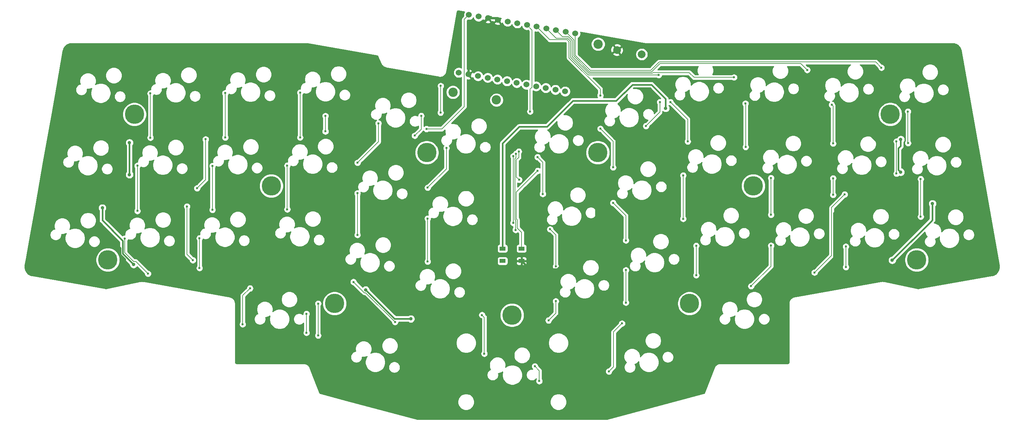
<source format=gtl>
G04 #@! TF.GenerationSoftware,KiCad,Pcbnew,(5.1.9-0-10_14)*
G04 #@! TF.CreationDate,2021-06-24T09:39:22+09:00*
G04 #@! TF.ProjectId,reviung41,72657669-756e-4673-9431-2e6b69636164,1.4*
G04 #@! TF.SameCoordinates,PX2faf080PY2faf080*
G04 #@! TF.FileFunction,Copper,L1,Top*
G04 #@! TF.FilePolarity,Positive*
%FSLAX46Y46*%
G04 Gerber Fmt 4.6, Leading zero omitted, Abs format (unit mm)*
G04 Created by KiCad (PCBNEW (5.1.9-0-10_14)) date 2021-06-24 09:39:22*
%MOMM*%
%LPD*%
G01*
G04 APERTURE LIST*
G04 #@! TA.AperFunction,WasherPad*
%ADD10C,2.400000*%
G04 #@! TD*
G04 #@! TA.AperFunction,WasherPad*
%ADD11C,5.000000*%
G04 #@! TD*
G04 #@! TA.AperFunction,SMDPad,CuDef*
%ADD12R,1.500000X1.000000*%
G04 #@! TD*
G04 #@! TA.AperFunction,ComponentPad*
%ADD13C,1.524000*%
G04 #@! TD*
G04 #@! TA.AperFunction,ComponentPad*
%ADD14C,2.000000*%
G04 #@! TD*
G04 #@! TA.AperFunction,ViaPad*
%ADD15C,0.600000*%
G04 #@! TD*
G04 #@! TA.AperFunction,ViaPad*
%ADD16C,0.900000*%
G04 #@! TD*
G04 #@! TA.AperFunction,Conductor*
%ADD17C,0.200000*%
G04 #@! TD*
G04 #@! TA.AperFunction,Conductor*
%ADD18C,0.400000*%
G04 #@! TD*
G04 #@! TA.AperFunction,Conductor*
%ADD19C,0.600000*%
G04 #@! TD*
G04 #@! TA.AperFunction,Conductor*
%ADD20C,0.254000*%
G04 #@! TD*
G04 #@! TA.AperFunction,Conductor*
%ADD21C,0.100000*%
G04 #@! TD*
G04 APERTURE END LIST*
D10*
X79390000Y-21860000D03*
X90630000Y-23860000D03*
X116930000Y-9420000D03*
D11*
X72620000Y-37480000D03*
X116840000Y-37480000D03*
X192470000Y-27580000D03*
X199320000Y-65240000D03*
X157050000Y-46090000D03*
X140560000Y-76530000D03*
X94660000Y-79530000D03*
X48770000Y-76530000D03*
X32400000Y-46100000D03*
X-9870000Y-65240000D03*
X-2990000Y-27590000D03*
D12*
X92220000Y-62320000D03*
X92220000Y-65520000D03*
X97120000Y-62320000D03*
X97120000Y-65520000D03*
D13*
X80870734Y-16798930D03*
X83372146Y-17239996D03*
X85873557Y-17681063D03*
X88374969Y-18122129D03*
X90876381Y-18563195D03*
X93377792Y-19004262D03*
X95879204Y-19445328D03*
X98380616Y-19886395D03*
X100882027Y-20327461D03*
X103383439Y-20768527D03*
X105884851Y-21209594D03*
X108386262Y-21650660D03*
X111029188Y-6661886D03*
X108527776Y-6220820D03*
X106026364Y-5779753D03*
X103524953Y-5338687D03*
X101023541Y-4897621D03*
X98522129Y-4456554D03*
X96020718Y-4015488D03*
X93519306Y-3574421D03*
X91017894Y-3133355D03*
X88516482Y-2692289D03*
X86015071Y-2251222D03*
X83513659Y-1810156D03*
D14*
X121799375Y-10935643D03*
X128200625Y-12064357D03*
D15*
X46400000Y-28000000D03*
X46400000Y-32000000D03*
X71175380Y-27975380D03*
X69500000Y-33100000D03*
X129300000Y-30600000D03*
X132900000Y-24400000D03*
X95000000Y-38400000D03*
X95000000Y-55700000D03*
X95700000Y-37800000D03*
X95600001Y-57499999D03*
X96400000Y-37200000D03*
X25000000Y-81900000D03*
X26900000Y-72600000D03*
X96500000Y-44500000D03*
X41500000Y-79200000D03*
X41500000Y-84100000D03*
X100562000Y-92762000D03*
X101700000Y-96600000D03*
X72526089Y-31373911D03*
D16*
X-4280000Y-43180000D03*
X-4280000Y-34920000D03*
X-11300000Y-51800000D03*
X-3200000Y-66400000D03*
X68500000Y-80500000D03*
X56800000Y-73000000D03*
X192990000Y-65310000D03*
X195198871Y-34098871D03*
X195198871Y-42518871D03*
X203400000Y-50700000D03*
X134400000Y-26000000D03*
X9200000Y-48300000D03*
X13400000Y-34000000D03*
X-4000000Y-67700000D03*
X-9200000Y-59700000D03*
X56200000Y-74684002D03*
X60600000Y-79084002D03*
X178000000Y-67100000D03*
X180800000Y-50300000D03*
X192400000Y-42800000D03*
X183600000Y-32200000D03*
X127900000Y-36500000D03*
D15*
X-8100000Y-28400000D03*
X6000000Y-29100000D03*
X22700000Y-27200000D03*
X42400000Y-27200000D03*
X-14300000Y-66700000D03*
X8200000Y-65100000D03*
X16100000Y-64500000D03*
X33100000Y-75300000D03*
X49100000Y-83500000D03*
X31200000Y-82200000D03*
X34900000Y-64300000D03*
X53600000Y-36200000D03*
X64100000Y-21900000D03*
X85000000Y-22900000D03*
X108300000Y-44600000D03*
X115100000Y-79900000D03*
X110700000Y-83400000D03*
X151400000Y-27700000D03*
X141100000Y-15700000D03*
X-6700000Y-43400000D03*
X-800000Y-65000000D03*
X91500000Y-96400000D03*
X98700000Y-97700000D03*
X-19500000Y-10900000D03*
X-29400000Y-67300000D03*
X218700000Y-67300000D03*
X208900000Y-11100000D03*
X164200000Y-90100000D03*
X141700000Y-98500000D03*
X118500000Y-104700000D03*
X70100000Y-104700000D03*
X47700000Y-98400000D03*
X25000000Y-90100000D03*
X180700000Y-70500000D03*
X8700000Y-70500000D03*
X19300000Y-10800000D03*
X170100000Y-10800000D03*
X90400000Y-46200000D03*
X99000000Y-46200000D03*
X84500000Y-64500000D03*
X104800000Y-64500000D03*
X94700000Y-74700000D03*
X21900000Y-49900000D03*
X167400000Y-50000000D03*
X101500000Y-10000000D03*
X131400000Y-26100000D03*
X146200000Y-67300000D03*
X165800000Y-63700000D03*
X178800000Y-26700000D03*
X166700000Y-28500000D03*
X101250000Y-38650000D03*
X102621571Y-48178429D03*
X104500000Y-57300000D03*
X105971571Y-66928429D03*
X105971571Y-75928429D03*
X104100000Y-80900000D03*
X99351571Y-26848429D03*
X1133703Y-33618291D03*
X1133703Y-22166297D03*
X-2226297Y-40873703D03*
X-2226297Y-52573703D03*
X44500000Y-76552998D03*
X44500000Y-84800000D03*
X-5506297Y-59706297D03*
X500000Y-68800000D03*
X124101571Y-67898429D03*
X124101571Y-76298429D03*
X117501571Y-22698429D03*
X124101571Y-60198429D03*
X120800000Y-50500000D03*
X120791571Y-41308429D03*
X117500000Y-31300000D03*
X20483703Y-22083703D03*
X20483703Y-33583703D03*
X17173703Y-40926297D03*
X17173703Y-52278291D03*
X13833703Y-59633703D03*
X13833703Y-67333703D03*
X119700000Y-94100000D03*
X87500000Y-89500000D03*
X123100000Y-81700000D03*
X142300000Y-69200000D03*
X142300000Y-61600000D03*
X138921571Y-54608886D03*
X138921571Y-43378429D03*
X132600000Y-17400000D03*
X140100000Y-34600000D03*
X135600000Y-24400000D03*
X86900000Y-79500000D03*
X39853703Y-21946297D03*
X39853703Y-33546297D03*
X36533703Y-40833703D03*
X36533703Y-52166297D03*
X156500000Y-72034302D03*
X161641571Y-61541571D03*
X161641571Y-53558429D03*
X161641571Y-44045529D03*
X155021571Y-24778429D03*
X155086343Y-36013657D03*
X152073889Y-18026111D03*
X60100000Y-29899692D03*
X54700000Y-40100000D03*
X54683703Y-47983703D03*
X54683703Y-58783703D03*
X180991571Y-61791571D03*
X181000000Y-67100000D03*
X177681571Y-48418429D03*
X177681571Y-44118429D03*
X177346042Y-25100000D03*
X177681571Y-35118429D03*
X171000000Y-16100000D03*
X77700000Y-36300000D03*
X72850000Y-46550000D03*
X72833703Y-54533703D03*
X72833703Y-65666297D03*
X200361571Y-44325529D03*
X200361571Y-54038429D03*
X190200000Y-15500000D03*
X197071571Y-35028429D03*
X197050000Y-26850000D03*
X76215698Y-20215698D03*
X76173703Y-27126297D03*
X15420000Y-34020000D03*
X13200000Y-46700000D03*
X12110000Y-65310000D03*
X10600000Y-51400000D03*
X64400000Y-81300000D03*
X53650000Y-70950000D03*
X172890000Y-68510000D03*
X180700000Y-48300000D03*
X194096440Y-34596440D03*
X194096440Y-42903560D03*
X101300000Y-42200000D03*
D17*
X46400000Y-28000000D02*
X46400000Y-32000000D01*
X46400000Y-32000000D02*
X46400000Y-32000000D01*
X71175380Y-27975380D02*
X71175380Y-31424620D01*
X71175380Y-31424620D02*
X69500000Y-33100000D01*
X69500000Y-33100000D02*
X69500000Y-33100000D01*
X129300000Y-30600000D02*
X132900000Y-27000000D01*
X132900000Y-27000000D02*
X132900000Y-24400000D01*
X132900000Y-24400000D02*
X132900000Y-24400000D01*
X95000000Y-55700000D02*
X95000000Y-38400000D01*
X95700000Y-37800000D02*
X95700000Y-38800010D01*
X95700000Y-38800010D02*
X95400010Y-39100000D01*
X95400010Y-39100000D02*
X95400010Y-54800010D01*
X95600001Y-55000001D02*
X95600001Y-57499999D01*
X95400010Y-54800010D02*
X95600001Y-55000001D01*
X95600001Y-57499999D02*
X95600001Y-57499999D01*
X25000000Y-81900000D02*
X25000000Y-74500000D01*
X25000000Y-74500000D02*
X26900000Y-72600000D01*
X96400000Y-37200000D02*
X96400000Y-38732874D01*
X96400000Y-38732874D02*
X95800020Y-39332854D01*
X95800020Y-39332854D02*
X95800020Y-43800020D01*
X95800020Y-43800020D02*
X96500000Y-44500000D01*
X96500000Y-44500000D02*
X96500000Y-44500000D01*
X41500000Y-79200000D02*
X41500000Y-84100000D01*
X41500000Y-84100000D02*
X41500000Y-84100000D01*
X101700000Y-93900000D02*
X100562000Y-92762000D01*
X101700000Y-96600000D02*
X101700000Y-93900000D01*
X83513659Y-1810156D02*
X82310145Y-3013670D01*
X72526089Y-31373911D02*
X76526089Y-31373911D01*
X82310145Y-25589855D02*
X82310145Y-21210145D01*
X82310145Y-21210145D02*
X82310145Y-21589855D01*
X76526089Y-31373911D02*
X82310145Y-25589855D01*
X82310145Y-3013670D02*
X82310145Y-21210145D01*
D18*
X-4280000Y-43180000D02*
X-4280000Y-34920000D01*
X-6006307Y-63593693D02*
X-6000000Y-63600000D01*
X-6000000Y-63600000D02*
X-3200000Y-66400000D01*
X-6006307Y-60293693D02*
X-6006307Y-63593693D01*
X-11300000Y-55000000D02*
X-6006307Y-60293693D01*
X-11300000Y-51800000D02*
X-11300000Y-55000000D01*
X56800000Y-73000000D02*
X64300000Y-80500000D01*
X64300000Y-80500000D02*
X68500000Y-80500000D01*
X195198871Y-42518871D02*
X194600000Y-41920000D01*
X194600000Y-37900000D02*
X194596450Y-37896450D01*
X194600000Y-41920000D02*
X194600000Y-37900000D01*
X194596450Y-37896450D02*
X194596450Y-36403550D01*
X195198871Y-35801129D02*
X195198871Y-34098871D01*
X194596450Y-36403550D02*
X195198871Y-35801129D01*
X203400000Y-54900000D02*
X203100000Y-55200000D01*
X203400000Y-50700000D02*
X203400000Y-54900000D01*
X192990000Y-65310000D02*
X203100000Y-55200000D01*
X134400000Y-23600000D02*
X130700000Y-19900000D01*
X134400000Y-26000000D02*
X134400000Y-23600000D01*
X130700000Y-19900000D02*
X125800000Y-19900000D01*
X96500000Y-30800000D02*
X103700000Y-30800000D01*
X110400000Y-24100000D02*
X121600000Y-24100000D01*
X92230001Y-62309999D02*
X92230001Y-35069999D01*
X92220000Y-62320000D02*
X92230001Y-62309999D01*
X103700000Y-30800000D02*
X110400000Y-24100000D01*
X92230001Y-35069999D02*
X96500000Y-30800000D01*
X121600000Y-24100000D02*
X125800000Y-19900000D01*
D19*
X9200000Y-48300000D02*
X13400000Y-44100000D01*
X13400000Y-44100000D02*
X13400000Y-34000000D01*
X13400000Y-34000000D02*
X13400000Y-34000000D01*
X-4000000Y-67700000D02*
X-5500000Y-66200000D01*
X-5500000Y-65089962D02*
X-6706317Y-63883646D01*
X-5500000Y-66200000D02*
X-5500000Y-65089962D01*
X-6706317Y-63883646D02*
X-6706317Y-62193683D01*
X-6706317Y-62193683D02*
X-9200000Y-59700000D01*
X-9200000Y-59700000D02*
X-9200000Y-59700000D01*
X56200000Y-74684002D02*
X60600000Y-79084002D01*
X60600000Y-79084002D02*
X60600000Y-79084002D01*
X178000000Y-67100000D02*
X178000000Y-53100000D01*
X178000000Y-53100000D02*
X180800000Y-50300000D01*
X180800000Y-50300000D02*
X180800000Y-50300000D01*
X83372146Y-7836625D02*
X88516482Y-2692289D01*
X83372146Y-17239996D02*
X83372146Y-7836625D01*
X90576828Y-2692289D02*
X91017894Y-3133355D01*
X88516482Y-2692289D02*
X90576828Y-2692289D01*
X192400000Y-37986829D02*
X186613171Y-32200000D01*
X192400000Y-42800000D02*
X192400000Y-37986829D01*
X186613171Y-32200000D02*
X183600000Y-32200000D01*
X183600000Y-32200000D02*
X183600000Y-32200000D01*
X99328430Y-67728430D02*
X97120000Y-65520000D01*
X116417824Y-57666178D02*
X106355572Y-67728430D01*
X116417824Y-47982176D02*
X116417824Y-57666178D01*
X106355572Y-67728430D02*
X99328430Y-67728430D01*
X127900000Y-36500000D02*
X116417824Y-47982176D01*
D17*
X102621571Y-40021571D02*
X101250000Y-38650000D01*
X102621571Y-48178429D02*
X102621571Y-40021571D01*
X105971571Y-58771571D02*
X104500000Y-57300000D01*
X105971571Y-66928429D02*
X105971571Y-58771571D01*
X105971571Y-79028429D02*
X104100000Y-80900000D01*
X105971571Y-75928429D02*
X105971571Y-79028429D01*
X99820026Y-5754451D02*
X98522129Y-4456554D01*
X99820026Y-20579974D02*
X99820026Y-5754451D01*
X99351571Y-21048429D02*
X99820026Y-20579974D01*
X99351571Y-26848429D02*
X99351571Y-21048429D01*
X1133703Y-33618291D02*
X1133703Y-22166297D01*
X-2226297Y-40873703D02*
X-2226297Y-52573703D01*
X-2226297Y-52573703D02*
X-2226297Y-52573703D01*
X44500000Y-76552998D02*
X44500000Y-84800000D01*
X44500000Y-84800000D02*
X44500000Y-84800000D01*
X-5506297Y-59706297D02*
X-5506297Y-63386583D01*
X-3242881Y-65649999D02*
X-2650001Y-65649999D01*
X-5506297Y-63386583D02*
X-3242881Y-65649999D01*
X-2650001Y-65649999D02*
X500000Y-68800000D01*
X500000Y-68800000D02*
X500000Y-68800000D01*
X124101571Y-76298429D02*
X124101571Y-67898429D01*
X102412960Y-6287040D02*
X101023541Y-4897621D01*
X104405311Y-8279391D02*
X102412960Y-6287040D01*
X108847995Y-8279391D02*
X104405311Y-8279391D01*
X109399980Y-8831376D02*
X108847995Y-8279391D01*
X109399980Y-12962776D02*
X109399980Y-8831376D01*
X117500000Y-21062796D02*
X109399980Y-12962776D01*
X117500000Y-22696858D02*
X117500000Y-21062796D01*
X117501571Y-22698429D02*
X117500000Y-22696858D01*
X124101571Y-60198429D02*
X124101571Y-53801571D01*
X124101571Y-53801571D02*
X120800000Y-50500000D01*
X120800000Y-50500000D02*
X120800000Y-50500000D01*
X120791571Y-41308429D02*
X120791571Y-34591571D01*
X120791571Y-34591571D02*
X117500000Y-31300000D01*
X117500000Y-31300000D02*
X117500000Y-31300000D01*
X20483703Y-22083703D02*
X20483703Y-33583703D01*
X20483703Y-33583703D02*
X20483703Y-33583703D01*
X17173703Y-52278291D02*
X17173703Y-40926297D01*
X13833703Y-59633703D02*
X13833703Y-67333703D01*
X13833703Y-67333703D02*
X13833703Y-67333703D01*
X119700000Y-94100000D02*
X120900000Y-92900000D01*
X120900000Y-92900000D02*
X120900000Y-83900000D01*
X120900000Y-83900000D02*
X123100000Y-81700000D01*
X123100000Y-81700000D02*
X123100000Y-81700000D01*
X142300000Y-69200000D02*
X142300000Y-61600000D01*
X142300000Y-61600000D02*
X142300000Y-61600000D01*
X138921571Y-54608886D02*
X138921571Y-43378429D01*
X106065647Y-7879381D02*
X104793133Y-6606867D01*
X109013683Y-7879381D02*
X106065647Y-7879381D01*
X109799990Y-8665688D02*
X109013683Y-7879381D01*
X104793133Y-6606867D02*
X103524953Y-5338687D01*
X109799990Y-12797087D02*
X109799990Y-8665688D01*
X114402903Y-17400000D02*
X109799990Y-12797087D01*
X132600000Y-17400000D02*
X114402903Y-17400000D01*
X140100000Y-34600000D02*
X140100000Y-28900000D01*
X140100000Y-28900000D02*
X135600000Y-24400000D01*
X135600000Y-24400000D02*
X135600000Y-24400000D01*
X87500000Y-89500000D02*
X87500000Y-80100000D01*
X87500000Y-80100000D02*
X86900000Y-79500000D01*
X86900000Y-79500000D02*
X86900000Y-79500000D01*
X39853703Y-21946297D02*
X39853703Y-33546297D01*
X39853703Y-33546297D02*
X39853703Y-33546297D01*
X36533703Y-40833703D02*
X36533703Y-52166297D01*
X36533703Y-52166297D02*
X36533703Y-52166297D01*
X161641571Y-66892731D02*
X156500000Y-72034302D01*
X161641571Y-61541571D02*
X161641571Y-66892731D01*
X161641571Y-53558429D02*
X161641571Y-44045529D01*
X155086343Y-24843201D02*
X155021571Y-24778429D01*
X155086343Y-36013657D02*
X155086343Y-24843201D01*
X150126111Y-18026111D02*
X152073889Y-18026111D01*
X150673889Y-18026111D02*
X150126111Y-18026111D01*
X152073889Y-18026111D02*
X152073889Y-18026111D01*
X141726111Y-18026111D02*
X150126111Y-18026111D01*
X140500000Y-16800000D02*
X141726111Y-18026111D01*
X110200000Y-8500000D02*
X110200000Y-12631398D01*
X130900010Y-16999990D02*
X131100000Y-16800000D01*
X109179371Y-7479371D02*
X110200000Y-8500000D01*
X110200000Y-12631398D02*
X114568592Y-16999990D01*
X131100000Y-16800000D02*
X140500000Y-16800000D01*
X107725982Y-7479371D02*
X109179371Y-7479371D01*
X114568592Y-16999990D02*
X130900010Y-16999990D01*
X106026364Y-5779753D02*
X107725982Y-7479371D01*
X60100000Y-29899692D02*
X60100000Y-34700000D01*
X60100000Y-34700000D02*
X54700000Y-40100000D01*
X54700000Y-40100000D02*
X54700000Y-40100000D01*
X54683703Y-47983703D02*
X54683703Y-58783703D01*
X54683703Y-58783703D02*
X54683703Y-58783703D01*
X181000000Y-61800000D02*
X180991571Y-61791571D01*
X181000000Y-67100000D02*
X181000000Y-61800000D01*
X177681571Y-48418429D02*
X177681571Y-44118429D01*
X177681571Y-25435529D02*
X177346042Y-25100000D01*
X177681571Y-35118429D02*
X177681571Y-25435529D01*
X132908192Y-14426109D02*
X169326109Y-14426109D01*
X169326109Y-14426109D02*
X171000000Y-16100000D01*
X110629178Y-12494877D02*
X114734281Y-16599980D01*
X114734281Y-16599980D02*
X130734321Y-16599980D01*
X110629178Y-8322222D02*
X110629178Y-12494877D01*
X130734321Y-16599980D02*
X132908192Y-14426109D01*
X108527776Y-6220820D02*
X110629178Y-8322222D01*
X77700000Y-36300000D02*
X77700000Y-41700000D01*
X77700000Y-41700000D02*
X72850000Y-46550000D01*
X72850000Y-46550000D02*
X72800000Y-46600000D01*
X72833703Y-54533703D02*
X72833703Y-65666297D01*
X72833703Y-65666297D02*
X72833703Y-65666297D01*
X200361571Y-54038429D02*
X200361571Y-44325529D01*
X132742503Y-14026099D02*
X130568633Y-16199970D01*
X188726099Y-14026099D02*
X132742503Y-14026099D01*
X190200000Y-15500000D02*
X188726099Y-14026099D01*
X111029188Y-12329188D02*
X114899970Y-16199970D01*
X111029188Y-6661886D02*
X111029188Y-12329188D01*
X130568633Y-16199970D02*
X114899970Y-16199970D01*
X197050000Y-35006858D02*
X197071571Y-35028429D01*
X197050000Y-26850000D02*
X197050000Y-35006858D01*
X76173703Y-20257693D02*
X76215698Y-20215698D01*
X76173703Y-27126297D02*
X76173703Y-20257693D01*
X15420000Y-34020000D02*
X15420000Y-44480000D01*
X15420000Y-44480000D02*
X13200000Y-46700000D01*
X13200000Y-46700000D02*
X13200000Y-46700000D01*
X12110000Y-65310000D02*
X10600000Y-63800000D01*
X10600000Y-63800000D02*
X10600000Y-51400000D01*
X10600000Y-51400000D02*
X10600000Y-51400000D01*
X64400000Y-81300000D02*
X64392880Y-81300000D01*
X56842881Y-73750001D02*
X56450001Y-73750001D01*
X64392880Y-81300000D02*
X56842881Y-73750001D01*
X56450001Y-73750001D02*
X53650000Y-70950000D01*
X172890000Y-68510000D02*
X177300000Y-64100000D01*
X177300000Y-64100000D02*
X177300000Y-51700000D01*
X177300000Y-51700000D02*
X180700000Y-48300000D01*
X180700000Y-48300000D02*
X180700000Y-48300000D01*
X194096440Y-34596440D02*
X194096440Y-42903560D01*
X97200000Y-46300000D02*
X101300000Y-42200000D01*
X95800020Y-47699980D02*
X97200000Y-46300000D01*
X96000011Y-57000011D02*
X96000011Y-54834312D01*
X96000011Y-54834312D02*
X95800020Y-54634321D01*
X97120000Y-58120000D02*
X96000011Y-57000011D01*
X95800020Y-54634321D02*
X95800020Y-47699980D01*
X97120000Y-62320000D02*
X97120000Y-58120000D01*
D20*
X80783224Y-781539D02*
X80833792Y-787846D01*
X82340505Y-1051373D01*
X82275654Y-1148429D01*
X82170345Y-1402666D01*
X82116659Y-1672564D01*
X82116659Y-1947748D01*
X82153153Y-2131216D01*
X81815953Y-2468416D01*
X81787907Y-2491433D01*
X81696058Y-2603351D01*
X81627808Y-2731038D01*
X81613719Y-2777483D01*
X81585780Y-2869585D01*
X81571589Y-3013670D01*
X81575145Y-3049775D01*
X81575146Y-15589446D01*
X81532461Y-15560925D01*
X81278224Y-15455616D01*
X81008326Y-15401930D01*
X80733142Y-15401930D01*
X80463244Y-15455616D01*
X80209007Y-15560925D01*
X79980199Y-15713810D01*
X79785614Y-15908395D01*
X79632729Y-16137203D01*
X79527420Y-16391440D01*
X79473734Y-16661338D01*
X79473734Y-16936522D01*
X79527420Y-17206420D01*
X79632729Y-17460657D01*
X79785614Y-17689465D01*
X79980199Y-17884050D01*
X80209007Y-18036935D01*
X80463244Y-18142244D01*
X80733142Y-18195930D01*
X81008326Y-18195930D01*
X81278224Y-18142244D01*
X81532461Y-18036935D01*
X81575146Y-18008414D01*
X81575146Y-21174031D01*
X81575145Y-21174041D01*
X81575145Y-21625960D01*
X81575146Y-21625969D01*
X81575145Y-25285408D01*
X76221643Y-30638911D01*
X73109040Y-30638911D01*
X72968978Y-30545325D01*
X72798818Y-30474843D01*
X72618178Y-30438911D01*
X72434000Y-30438911D01*
X72253360Y-30474843D01*
X72083200Y-30545325D01*
X71930061Y-30647649D01*
X71910380Y-30667330D01*
X71910380Y-28558331D01*
X72003966Y-28418269D01*
X72074448Y-28248109D01*
X72110380Y-28067469D01*
X72110380Y-27883291D01*
X72074448Y-27702651D01*
X72003966Y-27532491D01*
X71901642Y-27379352D01*
X71771408Y-27249118D01*
X71618269Y-27146794D01*
X71448109Y-27076312D01*
X71267469Y-27040380D01*
X71083291Y-27040380D01*
X70902651Y-27076312D01*
X70732491Y-27146794D01*
X70579352Y-27249118D01*
X70449118Y-27379352D01*
X70346794Y-27532491D01*
X70276312Y-27702651D01*
X70240380Y-27883291D01*
X70240380Y-28016659D01*
X69983274Y-27910162D01*
X69691545Y-27852133D01*
X69394101Y-27852133D01*
X69102372Y-27910162D01*
X68827570Y-28023989D01*
X68580254Y-28189240D01*
X68369930Y-28399564D01*
X68204679Y-28646880D01*
X68090852Y-28921682D01*
X68032823Y-29213411D01*
X68032823Y-29510855D01*
X68090852Y-29802584D01*
X68204679Y-30077386D01*
X68369930Y-30324702D01*
X68580254Y-30535026D01*
X68827570Y-30700277D01*
X69102372Y-30814104D01*
X69394101Y-30872133D01*
X69691545Y-30872133D01*
X69983274Y-30814104D01*
X70258076Y-30700277D01*
X70440381Y-30578465D01*
X70440381Y-31120172D01*
X69392485Y-32168068D01*
X69227271Y-32200932D01*
X69057111Y-32271414D01*
X68903972Y-32373738D01*
X68773738Y-32503972D01*
X68671414Y-32657111D01*
X68600932Y-32827271D01*
X68565000Y-33007911D01*
X68565000Y-33192089D01*
X68600932Y-33372729D01*
X68671414Y-33542889D01*
X68773738Y-33696028D01*
X68903972Y-33826262D01*
X69057111Y-33928586D01*
X69227271Y-33999068D01*
X69407911Y-34035000D01*
X69592089Y-34035000D01*
X69772729Y-33999068D01*
X69942889Y-33928586D01*
X70096028Y-33826262D01*
X70226262Y-33696028D01*
X70328586Y-33542889D01*
X70399068Y-33372729D01*
X70431932Y-33207515D01*
X71669573Y-31969874D01*
X71697618Y-31946858D01*
X71745456Y-31888567D01*
X71799827Y-31969939D01*
X71930061Y-32100173D01*
X72083200Y-32202497D01*
X72253360Y-32272979D01*
X72434000Y-32308911D01*
X72618178Y-32308911D01*
X72798818Y-32272979D01*
X72968978Y-32202497D01*
X73109040Y-32108911D01*
X76489984Y-32108911D01*
X76526089Y-32112467D01*
X76562194Y-32108911D01*
X76670174Y-32098276D01*
X76808722Y-32056248D01*
X76936409Y-31987998D01*
X77048327Y-31896149D01*
X77071348Y-31868098D01*
X77299013Y-31640433D01*
X77263949Y-31816710D01*
X77263949Y-32237268D01*
X77345996Y-32649745D01*
X77418852Y-32825636D01*
X77266726Y-32855896D01*
X76991924Y-32969723D01*
X76744608Y-33134974D01*
X76534284Y-33345298D01*
X76369033Y-33592614D01*
X76255206Y-33867416D01*
X76197177Y-34159145D01*
X76197177Y-34456589D01*
X76255206Y-34748318D01*
X76369033Y-35023120D01*
X76534284Y-35270436D01*
X76744608Y-35480760D01*
X76991924Y-35646011D01*
X77020049Y-35657661D01*
X76973738Y-35703972D01*
X76871414Y-35857111D01*
X76800932Y-36027271D01*
X76765000Y-36207911D01*
X76765000Y-36392089D01*
X76800932Y-36572729D01*
X76871414Y-36742889D01*
X76965000Y-36882951D01*
X76965001Y-41395552D01*
X72742486Y-45618068D01*
X72577271Y-45650932D01*
X72407111Y-45721414D01*
X72253972Y-45823738D01*
X72123738Y-45953972D01*
X72021414Y-46107111D01*
X71950932Y-46277271D01*
X71915000Y-46457911D01*
X71915000Y-46642089D01*
X71950932Y-46822729D01*
X72021414Y-46992889D01*
X72123738Y-47146028D01*
X72253972Y-47276262D01*
X72407111Y-47378586D01*
X72577271Y-47449068D01*
X72757911Y-47485000D01*
X72942089Y-47485000D01*
X73122729Y-47449068D01*
X73292889Y-47378586D01*
X73446028Y-47276262D01*
X73576262Y-47146028D01*
X73678586Y-46992889D01*
X73749068Y-46822729D01*
X73781932Y-46657514D01*
X78194193Y-42245254D01*
X78222238Y-42222238D01*
X78314087Y-42110320D01*
X78382337Y-41982633D01*
X78424365Y-41844085D01*
X78435000Y-41736105D01*
X78438556Y-41700000D01*
X78435000Y-41663895D01*
X78435000Y-36882951D01*
X78528586Y-36742889D01*
X78599068Y-36572729D01*
X78635000Y-36392089D01*
X78635000Y-36207911D01*
X78599068Y-36027271D01*
X78528586Y-35857111D01*
X78426262Y-35703972D01*
X78384155Y-35661865D01*
X78422430Y-35646011D01*
X78669746Y-35480760D01*
X78880070Y-35270436D01*
X79045321Y-35023120D01*
X79159148Y-34748318D01*
X79217177Y-34456589D01*
X79217177Y-34161989D01*
X79609228Y-34161989D01*
X80021705Y-34079942D01*
X80392625Y-33926302D01*
X80380299Y-33944749D01*
X80182127Y-34423178D01*
X80081100Y-34931076D01*
X80081100Y-35448924D01*
X80182127Y-35956822D01*
X80380299Y-36435251D01*
X80668000Y-36865826D01*
X81034174Y-37232000D01*
X81464749Y-37519701D01*
X81943178Y-37717873D01*
X82451076Y-37818900D01*
X82968924Y-37818900D01*
X83476822Y-37717873D01*
X83955251Y-37519701D01*
X84385826Y-37232000D01*
X84752000Y-36865826D01*
X85039701Y-36435251D01*
X85237873Y-35956822D01*
X85244518Y-35923411D01*
X86202823Y-35923411D01*
X86202823Y-36220855D01*
X86260852Y-36512584D01*
X86374679Y-36787386D01*
X86539930Y-37034702D01*
X86750254Y-37245026D01*
X86997570Y-37410277D01*
X87272372Y-37524104D01*
X87564101Y-37582133D01*
X87861545Y-37582133D01*
X88153274Y-37524104D01*
X88428076Y-37410277D01*
X88675392Y-37245026D01*
X88885716Y-37034702D01*
X89050967Y-36787386D01*
X89164794Y-36512584D01*
X89222823Y-36220855D01*
X89222823Y-35923411D01*
X89164794Y-35631682D01*
X89050967Y-35356880D01*
X88885716Y-35109564D01*
X88675392Y-34899240D01*
X88428076Y-34733989D01*
X88153274Y-34620162D01*
X87861545Y-34562133D01*
X87564101Y-34562133D01*
X87272372Y-34620162D01*
X86997570Y-34733989D01*
X86750254Y-34899240D01*
X86539930Y-35109564D01*
X86374679Y-35356880D01*
X86260852Y-35631682D01*
X86202823Y-35923411D01*
X85244518Y-35923411D01*
X85338900Y-35448924D01*
X85338900Y-34931076D01*
X85237873Y-34423178D01*
X85039701Y-33944749D01*
X84752000Y-33514174D01*
X84385826Y-33148000D01*
X83955251Y-32860299D01*
X83476822Y-32662127D01*
X82968924Y-32561100D01*
X82451076Y-32561100D01*
X81943178Y-32662127D01*
X81464749Y-32860299D01*
X81326396Y-32952744D01*
X81451902Y-32649745D01*
X81533949Y-32237268D01*
X81533949Y-31816710D01*
X81451902Y-31404233D01*
X81290961Y-31015687D01*
X81057312Y-30666006D01*
X80809270Y-30417964D01*
X83958544Y-30417964D01*
X83958544Y-30838522D01*
X84040591Y-31250999D01*
X84201532Y-31639545D01*
X84435181Y-31989226D01*
X84732561Y-32286606D01*
X85082242Y-32520255D01*
X85470788Y-32681196D01*
X85883265Y-32763243D01*
X86303823Y-32763243D01*
X86716300Y-32681196D01*
X87104846Y-32520255D01*
X87454527Y-32286606D01*
X87751907Y-31989226D01*
X87985556Y-31639545D01*
X88146497Y-31250999D01*
X88228544Y-30838522D01*
X88228544Y-30417964D01*
X88146497Y-30005487D01*
X87985556Y-29616941D01*
X87751907Y-29267260D01*
X87454527Y-28969880D01*
X87104846Y-28736231D01*
X86716300Y-28575290D01*
X86303823Y-28493243D01*
X85883265Y-28493243D01*
X85470788Y-28575290D01*
X85082242Y-28736231D01*
X84732561Y-28969880D01*
X84435181Y-29267260D01*
X84201532Y-29616941D01*
X84040591Y-30005487D01*
X83958544Y-30417964D01*
X80809270Y-30417964D01*
X80759932Y-30368626D01*
X80410251Y-30134977D01*
X80021705Y-29974036D01*
X79609228Y-29891989D01*
X79188670Y-29891989D01*
X79012394Y-29927053D01*
X82804343Y-26135104D01*
X82832382Y-26112093D01*
X82855395Y-26084052D01*
X82855398Y-26084049D01*
X82924231Y-26000176D01*
X82924232Y-26000175D01*
X82992482Y-25872488D01*
X83034510Y-25733940D01*
X83045145Y-25625960D01*
X83045145Y-25625951D01*
X83048700Y-25589856D01*
X83045145Y-25553761D01*
X83045145Y-23679268D01*
X88795000Y-23679268D01*
X88795000Y-24040732D01*
X88865518Y-24395250D01*
X89003844Y-24729199D01*
X89204662Y-25029744D01*
X89460256Y-25285338D01*
X89760801Y-25486156D01*
X90094750Y-25624482D01*
X90449268Y-25695000D01*
X90810732Y-25695000D01*
X91165250Y-25624482D01*
X91499199Y-25486156D01*
X91799744Y-25285338D01*
X92055338Y-25029744D01*
X92256156Y-24729199D01*
X92394482Y-24395250D01*
X92465000Y-24040732D01*
X92465000Y-23679268D01*
X92394482Y-23324750D01*
X92256156Y-22990801D01*
X92055338Y-22690256D01*
X91799744Y-22434662D01*
X91499199Y-22233844D01*
X91165250Y-22095518D01*
X90810732Y-22025000D01*
X90449268Y-22025000D01*
X90094750Y-22095518D01*
X89760801Y-22233844D01*
X89460256Y-22434662D01*
X89204662Y-22690256D01*
X89003844Y-22990801D01*
X88865518Y-23324750D01*
X88795000Y-23679268D01*
X83045145Y-23679268D01*
X83045145Y-18598343D01*
X83199630Y-18633113D01*
X83474729Y-18640001D01*
X83745886Y-18593088D01*
X83870843Y-18552185D01*
X83978497Y-18327372D01*
X83354927Y-17436823D01*
X83358005Y-17433745D01*
X83178397Y-17254137D01*
X83045145Y-17387389D01*
X83045145Y-17313926D01*
X83175319Y-17222777D01*
X83178397Y-17225855D01*
X83358005Y-17046247D01*
X83045145Y-16733387D01*
X83045145Y-16551573D01*
X83403334Y-17063119D01*
X84313834Y-16425581D01*
X84289563Y-16177506D01*
X84064653Y-16018942D01*
X83813131Y-15907303D01*
X83544662Y-15846879D01*
X83269563Y-15839991D01*
X83045145Y-15878818D01*
X83045145Y-3318116D01*
X83192599Y-3170662D01*
X83376067Y-3207156D01*
X83651251Y-3207156D01*
X83921149Y-3153470D01*
X84175386Y-3048161D01*
X84404194Y-2895276D01*
X84598779Y-2700691D01*
X84661450Y-2606897D01*
X84671757Y-2658712D01*
X84777066Y-2912949D01*
X84929951Y-3141757D01*
X85124536Y-3336342D01*
X85353344Y-3489227D01*
X85607581Y-3594536D01*
X85877479Y-3648222D01*
X86152663Y-3648222D01*
X86422561Y-3594536D01*
X86634605Y-3506704D01*
X87574794Y-3506704D01*
X87599065Y-3754779D01*
X87823975Y-3913343D01*
X88075497Y-4024982D01*
X88343966Y-4085406D01*
X88619065Y-4092294D01*
X88890222Y-4045381D01*
X89015179Y-4004478D01*
X89042334Y-3947770D01*
X90076206Y-3947770D01*
X90100477Y-4195845D01*
X90325387Y-4354409D01*
X90576909Y-4466048D01*
X90845378Y-4526472D01*
X91120477Y-4533360D01*
X91391634Y-4486447D01*
X91516591Y-4445544D01*
X91624245Y-4220731D01*
X90986706Y-3310232D01*
X90076206Y-3947770D01*
X89042334Y-3947770D01*
X89122833Y-3779665D01*
X88485294Y-2869166D01*
X87574794Y-3506704D01*
X86634605Y-3506704D01*
X86676798Y-3489227D01*
X86905606Y-3336342D01*
X87100191Y-3141757D01*
X87160799Y-3051051D01*
X87163390Y-3066029D01*
X87204293Y-3190986D01*
X87429106Y-3298640D01*
X88319655Y-2675070D01*
X88322733Y-2678148D01*
X88502341Y-2498540D01*
X88054576Y-2050775D01*
X88245739Y-2084210D01*
X88533701Y-2495462D01*
X88530623Y-2498540D01*
X88710231Y-2678148D01*
X89146606Y-2241773D01*
X89334395Y-2274618D01*
X88693359Y-2723477D01*
X89330897Y-3633977D01*
X89578972Y-3609706D01*
X89662144Y-3491733D01*
X89664802Y-3507095D01*
X89705705Y-3632052D01*
X89930518Y-3739706D01*
X90821067Y-3116136D01*
X90824145Y-3119214D01*
X91003753Y-2939606D01*
X90551668Y-2487521D01*
X90744307Y-2521214D01*
X91035113Y-2936528D01*
X91032035Y-2939606D01*
X91211643Y-3119214D01*
X91651052Y-2679805D01*
X91839880Y-2712832D01*
X91194771Y-3164543D01*
X91832309Y-4075043D01*
X92080384Y-4050772D01*
X92165636Y-3929849D01*
X92175992Y-3981911D01*
X92281301Y-4236148D01*
X92434186Y-4464956D01*
X92628771Y-4659541D01*
X92857579Y-4812426D01*
X93111816Y-4917735D01*
X93381714Y-4971421D01*
X93656898Y-4971421D01*
X93926796Y-4917735D01*
X94181033Y-4812426D01*
X94409841Y-4659541D01*
X94604426Y-4464956D01*
X94667097Y-4371162D01*
X94677404Y-4422978D01*
X94782713Y-4677215D01*
X94935598Y-4906023D01*
X95130183Y-5100608D01*
X95358991Y-5253493D01*
X95613228Y-5358802D01*
X95883126Y-5412488D01*
X96158310Y-5412488D01*
X96428208Y-5358802D01*
X96682445Y-5253493D01*
X96911253Y-5100608D01*
X97105838Y-4906023D01*
X97168509Y-4812230D01*
X97178815Y-4864044D01*
X97284124Y-5118281D01*
X97437009Y-5347089D01*
X97631594Y-5541674D01*
X97860402Y-5694559D01*
X98114639Y-5799868D01*
X98384537Y-5853554D01*
X98659721Y-5853554D01*
X98843188Y-5817060D01*
X99085027Y-6058899D01*
X99085026Y-18676910D01*
X99042343Y-18648390D01*
X98788106Y-18543081D01*
X98518208Y-18489395D01*
X98243024Y-18489395D01*
X97973126Y-18543081D01*
X97718889Y-18648390D01*
X97490081Y-18801275D01*
X97295496Y-18995860D01*
X97232825Y-19089654D01*
X97222518Y-19037838D01*
X97117209Y-18783601D01*
X96964324Y-18554793D01*
X96769739Y-18360208D01*
X96540931Y-18207323D01*
X96286694Y-18102014D01*
X96016796Y-18048328D01*
X95741612Y-18048328D01*
X95471714Y-18102014D01*
X95217477Y-18207323D01*
X94988669Y-18360208D01*
X94794084Y-18554793D01*
X94731413Y-18648587D01*
X94721106Y-18596772D01*
X94615797Y-18342535D01*
X94462912Y-18113727D01*
X94268327Y-17919142D01*
X94039519Y-17766257D01*
X93785282Y-17660948D01*
X93515384Y-17607262D01*
X93240200Y-17607262D01*
X92970302Y-17660948D01*
X92716065Y-17766257D01*
X92487257Y-17919142D01*
X92292672Y-18113727D01*
X92230002Y-18207520D01*
X92219695Y-18155705D01*
X92114386Y-17901468D01*
X91961501Y-17672660D01*
X91766916Y-17478075D01*
X91538108Y-17325190D01*
X91283871Y-17219881D01*
X91013973Y-17166195D01*
X90738789Y-17166195D01*
X90468891Y-17219881D01*
X90214654Y-17325190D01*
X89985846Y-17478075D01*
X89791261Y-17672660D01*
X89728590Y-17766454D01*
X89718283Y-17714639D01*
X89612974Y-17460402D01*
X89460089Y-17231594D01*
X89265504Y-17037009D01*
X89036696Y-16884124D01*
X88782459Y-16778815D01*
X88512561Y-16725129D01*
X88237377Y-16725129D01*
X87967479Y-16778815D01*
X87713242Y-16884124D01*
X87484434Y-17037009D01*
X87289849Y-17231594D01*
X87227178Y-17325388D01*
X87216871Y-17273573D01*
X87111562Y-17019336D01*
X86958677Y-16790528D01*
X86764092Y-16595943D01*
X86535284Y-16443058D01*
X86281047Y-16337749D01*
X86011149Y-16284063D01*
X85735965Y-16284063D01*
X85466067Y-16337749D01*
X85211830Y-16443058D01*
X84983022Y-16595943D01*
X84788437Y-16790528D01*
X84727829Y-16881234D01*
X84725238Y-16866256D01*
X84684335Y-16741299D01*
X84459522Y-16633645D01*
X83549023Y-17271184D01*
X84186561Y-18181684D01*
X84434636Y-18157413D01*
X84519887Y-18036491D01*
X84530243Y-18088553D01*
X84635552Y-18342790D01*
X84788437Y-18571598D01*
X84983022Y-18766183D01*
X85211830Y-18919068D01*
X85466067Y-19024377D01*
X85735965Y-19078063D01*
X86011149Y-19078063D01*
X86281047Y-19024377D01*
X86535284Y-18919068D01*
X86764092Y-18766183D01*
X86958677Y-18571598D01*
X87021348Y-18477804D01*
X87031655Y-18529619D01*
X87136964Y-18783856D01*
X87289849Y-19012664D01*
X87484434Y-19207249D01*
X87713242Y-19360134D01*
X87967479Y-19465443D01*
X88237377Y-19519129D01*
X88512561Y-19519129D01*
X88782459Y-19465443D01*
X89036696Y-19360134D01*
X89265504Y-19207249D01*
X89460089Y-19012664D01*
X89522760Y-18918870D01*
X89533067Y-18970685D01*
X89638376Y-19224922D01*
X89791261Y-19453730D01*
X89985846Y-19648315D01*
X90214654Y-19801200D01*
X90468891Y-19906509D01*
X90738789Y-19960195D01*
X91013973Y-19960195D01*
X91283871Y-19906509D01*
X91538108Y-19801200D01*
X91766916Y-19648315D01*
X91961501Y-19453730D01*
X92024171Y-19359937D01*
X92034478Y-19411752D01*
X92139787Y-19665989D01*
X92292672Y-19894797D01*
X92487257Y-20089382D01*
X92716065Y-20242267D01*
X92970302Y-20347576D01*
X93240200Y-20401262D01*
X93515384Y-20401262D01*
X93785282Y-20347576D01*
X94039519Y-20242267D01*
X94268327Y-20089382D01*
X94462912Y-19894797D01*
X94525583Y-19801003D01*
X94535890Y-19852818D01*
X94641199Y-20107055D01*
X94794084Y-20335863D01*
X94988669Y-20530448D01*
X95217477Y-20683333D01*
X95471714Y-20788642D01*
X95741612Y-20842328D01*
X96016796Y-20842328D01*
X96286694Y-20788642D01*
X96540931Y-20683333D01*
X96769739Y-20530448D01*
X96964324Y-20335863D01*
X97026995Y-20242069D01*
X97037302Y-20293885D01*
X97142611Y-20548122D01*
X97295496Y-20776930D01*
X97490081Y-20971515D01*
X97718889Y-21124400D01*
X97973126Y-21229709D01*
X98243024Y-21283395D01*
X98518208Y-21283395D01*
X98616572Y-21263829D01*
X98616571Y-26265478D01*
X98522985Y-26405540D01*
X98452503Y-26575700D01*
X98416571Y-26756340D01*
X98416571Y-26940518D01*
X98452503Y-27121158D01*
X98522985Y-27291318D01*
X98625309Y-27444457D01*
X98755543Y-27574691D01*
X98908682Y-27677015D01*
X99078842Y-27747497D01*
X99259482Y-27783429D01*
X99443660Y-27783429D01*
X99624300Y-27747497D01*
X99794460Y-27677015D01*
X99947599Y-27574691D01*
X100077833Y-27444457D01*
X100180157Y-27291318D01*
X100250639Y-27121158D01*
X100286571Y-26940518D01*
X100286571Y-26756340D01*
X100250639Y-26575700D01*
X100180157Y-26405540D01*
X100086571Y-26265478D01*
X100086571Y-21476111D01*
X100220300Y-21565466D01*
X100474537Y-21670775D01*
X100744435Y-21724461D01*
X101019619Y-21724461D01*
X101289517Y-21670775D01*
X101543754Y-21565466D01*
X101772562Y-21412581D01*
X101967147Y-21217996D01*
X102029818Y-21124202D01*
X102040125Y-21176017D01*
X102145434Y-21430254D01*
X102298319Y-21659062D01*
X102492904Y-21853647D01*
X102721712Y-22006532D01*
X102975949Y-22111841D01*
X103245847Y-22165527D01*
X103521031Y-22165527D01*
X103790929Y-22111841D01*
X104045166Y-22006532D01*
X104273974Y-21853647D01*
X104468559Y-21659062D01*
X104531230Y-21565268D01*
X104541537Y-21617084D01*
X104646846Y-21871321D01*
X104799731Y-22100129D01*
X104994316Y-22294714D01*
X105223124Y-22447599D01*
X105477361Y-22552908D01*
X105747259Y-22606594D01*
X106022443Y-22606594D01*
X106292341Y-22552908D01*
X106546578Y-22447599D01*
X106775386Y-22294714D01*
X106969971Y-22100129D01*
X107032642Y-22006336D01*
X107042948Y-22058150D01*
X107148257Y-22312387D01*
X107301142Y-22541195D01*
X107495727Y-22735780D01*
X107724535Y-22888665D01*
X107978772Y-22993974D01*
X108248670Y-23047660D01*
X108523854Y-23047660D01*
X108793752Y-22993974D01*
X109047989Y-22888665D01*
X109276797Y-22735780D01*
X109471382Y-22541195D01*
X109624267Y-22312387D01*
X109729576Y-22058150D01*
X109783262Y-21788252D01*
X109783262Y-21513068D01*
X109729576Y-21243170D01*
X109624267Y-20988933D01*
X109471382Y-20760125D01*
X109276797Y-20565540D01*
X109047989Y-20412655D01*
X108793752Y-20307346D01*
X108523854Y-20253660D01*
X108248670Y-20253660D01*
X107978772Y-20307346D01*
X107724535Y-20412655D01*
X107495727Y-20565540D01*
X107301142Y-20760125D01*
X107238471Y-20853918D01*
X107228165Y-20802104D01*
X107122856Y-20547867D01*
X106969971Y-20319059D01*
X106775386Y-20124474D01*
X106546578Y-19971589D01*
X106292341Y-19866280D01*
X106022443Y-19812594D01*
X105747259Y-19812594D01*
X105477361Y-19866280D01*
X105223124Y-19971589D01*
X104994316Y-20124474D01*
X104799731Y-20319059D01*
X104737060Y-20412853D01*
X104726753Y-20361037D01*
X104621444Y-20106800D01*
X104468559Y-19877992D01*
X104273974Y-19683407D01*
X104045166Y-19530522D01*
X103790929Y-19425213D01*
X103521031Y-19371527D01*
X103245847Y-19371527D01*
X102975949Y-19425213D01*
X102721712Y-19530522D01*
X102492904Y-19683407D01*
X102298319Y-19877992D01*
X102235648Y-19971786D01*
X102225341Y-19919971D01*
X102120032Y-19665734D01*
X101967147Y-19436926D01*
X101772562Y-19242341D01*
X101543754Y-19089456D01*
X101289517Y-18984147D01*
X101019619Y-18930461D01*
X100744435Y-18930461D01*
X100555026Y-18968137D01*
X100555026Y-6215657D01*
X100616051Y-6240935D01*
X100885949Y-6294621D01*
X101161133Y-6294621D01*
X101344600Y-6258127D01*
X101918766Y-6832293D01*
X101918771Y-6832297D01*
X103860057Y-8773584D01*
X103883073Y-8801629D01*
X103994991Y-8893478D01*
X104122678Y-8961728D01*
X104252879Y-9001224D01*
X104261226Y-9003756D01*
X104405311Y-9017947D01*
X104441416Y-9014391D01*
X108543549Y-9014391D01*
X108664981Y-9135824D01*
X108664980Y-12926671D01*
X108661424Y-12962776D01*
X108664980Y-12998880D01*
X108675615Y-13106860D01*
X108717643Y-13245408D01*
X108785893Y-13373095D01*
X108877742Y-13485013D01*
X108905788Y-13508030D01*
X116765001Y-21367244D01*
X116765000Y-22117829D01*
X116672985Y-22255540D01*
X116602503Y-22425700D01*
X116566571Y-22606340D01*
X116566571Y-22790518D01*
X116602503Y-22971158D01*
X116672985Y-23141318D01*
X116755627Y-23265000D01*
X110441018Y-23265000D01*
X110400000Y-23260960D01*
X110236311Y-23277082D01*
X110078913Y-23324828D01*
X109933854Y-23402364D01*
X109857532Y-23465000D01*
X109806709Y-23506709D01*
X109780563Y-23538568D01*
X103354133Y-29965000D01*
X96541007Y-29965000D01*
X96499999Y-29960961D01*
X96458991Y-29965000D01*
X96458981Y-29965000D01*
X96336311Y-29977082D01*
X96178913Y-30024828D01*
X96033854Y-30102364D01*
X95906709Y-30206709D01*
X95880561Y-30238571D01*
X91668575Y-34450558D01*
X91636711Y-34476708D01*
X91566605Y-34562133D01*
X91532365Y-34603854D01*
X91454829Y-34748913D01*
X91407083Y-34906311D01*
X91390961Y-35069999D01*
X91395002Y-35111028D01*
X91395001Y-61189315D01*
X91345518Y-61194188D01*
X91225820Y-61230498D01*
X91115506Y-61289463D01*
X91018815Y-61368815D01*
X90939463Y-61465506D01*
X90880498Y-61575820D01*
X90844188Y-61695518D01*
X90831928Y-61820000D01*
X90831928Y-62820000D01*
X90844188Y-62944482D01*
X90880498Y-63064180D01*
X90939463Y-63174494D01*
X91018815Y-63271185D01*
X91115506Y-63350537D01*
X91225820Y-63409502D01*
X91345518Y-63445812D01*
X91470000Y-63458072D01*
X92970000Y-63458072D01*
X93094482Y-63445812D01*
X93214180Y-63409502D01*
X93324494Y-63350537D01*
X93421185Y-63271185D01*
X93500537Y-63174494D01*
X93559502Y-63064180D01*
X93595812Y-62944482D01*
X93608072Y-62820000D01*
X93608072Y-61820000D01*
X93595812Y-61695518D01*
X93559502Y-61575820D01*
X93500537Y-61465506D01*
X93421185Y-61368815D01*
X93324494Y-61289463D01*
X93214180Y-61230498D01*
X93094482Y-61194188D01*
X93065001Y-61191284D01*
X93065001Y-38307911D01*
X94065000Y-38307911D01*
X94065000Y-38492089D01*
X94100932Y-38672729D01*
X94171414Y-38842889D01*
X94265001Y-38982952D01*
X94265000Y-55117049D01*
X94171414Y-55257111D01*
X94100932Y-55427271D01*
X94065000Y-55607911D01*
X94065000Y-55792089D01*
X94100932Y-55972729D01*
X94171414Y-56142889D01*
X94273738Y-56296028D01*
X94403972Y-56426262D01*
X94557111Y-56528586D01*
X94727271Y-56599068D01*
X94865002Y-56626465D01*
X94865002Y-56917047D01*
X94771415Y-57057110D01*
X94700933Y-57227270D01*
X94665001Y-57407910D01*
X94665001Y-57592088D01*
X94700933Y-57772728D01*
X94771415Y-57942888D01*
X94873739Y-58096027D01*
X95003973Y-58226261D01*
X95157112Y-58328585D01*
X95327272Y-58399067D01*
X95507912Y-58434999D01*
X95692090Y-58434999D01*
X95872730Y-58399067D01*
X96042890Y-58328585D01*
X96190505Y-58229952D01*
X96385001Y-58424448D01*
X96385000Y-61181928D01*
X96370000Y-61181928D01*
X96245518Y-61194188D01*
X96125820Y-61230498D01*
X96015506Y-61289463D01*
X95918815Y-61368815D01*
X95839463Y-61465506D01*
X95780498Y-61575820D01*
X95744188Y-61695518D01*
X95731928Y-61820000D01*
X95731928Y-62820000D01*
X95744188Y-62944482D01*
X95780498Y-63064180D01*
X95839463Y-63174494D01*
X95918815Y-63271185D01*
X96015506Y-63350537D01*
X96125820Y-63409502D01*
X96245518Y-63445812D01*
X96370000Y-63458072D01*
X97870000Y-63458072D01*
X97994482Y-63445812D01*
X98114180Y-63409502D01*
X98224494Y-63350537D01*
X98321185Y-63271185D01*
X98400537Y-63174494D01*
X98459502Y-63064180D01*
X98495812Y-62944482D01*
X98508072Y-62820000D01*
X98508072Y-61820000D01*
X98495812Y-61695518D01*
X98459502Y-61575820D01*
X98400537Y-61465506D01*
X98321185Y-61368815D01*
X98224494Y-61289463D01*
X98114180Y-61230498D01*
X97994482Y-61194188D01*
X97870000Y-61181928D01*
X97855000Y-61181928D01*
X97855000Y-58156105D01*
X97858556Y-58120000D01*
X97844365Y-57975915D01*
X97802337Y-57837366D01*
X97734087Y-57709680D01*
X97680327Y-57644174D01*
X97642238Y-57597762D01*
X97614193Y-57574746D01*
X97247358Y-57207911D01*
X103565000Y-57207911D01*
X103565000Y-57392089D01*
X103600932Y-57572729D01*
X103671414Y-57742889D01*
X103773738Y-57896028D01*
X103903972Y-58026262D01*
X104057111Y-58128586D01*
X104227271Y-58199068D01*
X104392485Y-58231932D01*
X105236572Y-59076019D01*
X105236571Y-66345478D01*
X105142985Y-66485540D01*
X105072503Y-66655700D01*
X105036571Y-66836340D01*
X105036571Y-67020518D01*
X105072503Y-67201158D01*
X105142985Y-67371318D01*
X105245309Y-67524457D01*
X105375543Y-67654691D01*
X105528682Y-67757015D01*
X105698842Y-67827497D01*
X105879482Y-67863429D01*
X106063660Y-67863429D01*
X106244300Y-67827497D01*
X106414460Y-67757015D01*
X106567599Y-67654691D01*
X106697833Y-67524457D01*
X106800157Y-67371318D01*
X106870639Y-67201158D01*
X106903525Y-67035831D01*
X112874279Y-67035831D01*
X112874279Y-67456389D01*
X112956326Y-67868866D01*
X113117267Y-68257412D01*
X113350916Y-68607093D01*
X113648296Y-68904473D01*
X113997977Y-69138122D01*
X114386523Y-69299063D01*
X114799000Y-69381110D01*
X115219558Y-69381110D01*
X115632035Y-69299063D01*
X116020581Y-69138122D01*
X116370262Y-68904473D01*
X116667642Y-68607093D01*
X116901291Y-68257412D01*
X117062232Y-67868866D01*
X117074669Y-67806340D01*
X123166571Y-67806340D01*
X123166571Y-67990518D01*
X123202503Y-68171158D01*
X123272985Y-68341318D01*
X123366572Y-68481381D01*
X123366571Y-75715478D01*
X123272985Y-75855540D01*
X123202503Y-76025700D01*
X123166571Y-76206340D01*
X123166571Y-76390518D01*
X123202503Y-76571158D01*
X123272985Y-76741318D01*
X123375309Y-76894457D01*
X123505543Y-77024691D01*
X123658682Y-77127015D01*
X123828842Y-77197497D01*
X124009482Y-77233429D01*
X124193660Y-77233429D01*
X124374300Y-77197497D01*
X124544460Y-77127015D01*
X124697599Y-77024691D01*
X124827833Y-76894457D01*
X124930157Y-76741318D01*
X125000639Y-76571158D01*
X125036571Y-76390518D01*
X125036571Y-76221229D01*
X137425000Y-76221229D01*
X137425000Y-76838771D01*
X137545476Y-77444446D01*
X137781799Y-78014979D01*
X138124886Y-78528446D01*
X138561554Y-78965114D01*
X139075021Y-79308201D01*
X139645554Y-79544524D01*
X140251229Y-79665000D01*
X140868771Y-79665000D01*
X141474446Y-79544524D01*
X142044979Y-79308201D01*
X142558446Y-78965114D01*
X142995114Y-78528446D01*
X143338201Y-78014979D01*
X143574524Y-77444446D01*
X143695000Y-76838771D01*
X143695000Y-76221229D01*
X143574524Y-75615554D01*
X143427133Y-75259721D01*
X155175000Y-75259721D01*
X155175000Y-75680279D01*
X155257047Y-76092756D01*
X155417988Y-76481302D01*
X155651637Y-76830983D01*
X155949017Y-77128363D01*
X156298698Y-77362012D01*
X156687244Y-77522953D01*
X157099721Y-77605000D01*
X157520279Y-77605000D01*
X157932756Y-77522953D01*
X158321302Y-77362012D01*
X158670983Y-77128363D01*
X158968363Y-76830983D01*
X159202012Y-76481302D01*
X159362953Y-76092756D01*
X159445000Y-75680279D01*
X159445000Y-75259721D01*
X159362953Y-74847244D01*
X159202012Y-74458698D01*
X158968363Y-74109017D01*
X158670983Y-73811637D01*
X158321302Y-73577988D01*
X157932756Y-73417047D01*
X157520279Y-73335000D01*
X157099721Y-73335000D01*
X156687244Y-73417047D01*
X156298698Y-73577988D01*
X155949017Y-73811637D01*
X155651637Y-74109017D01*
X155417988Y-74458698D01*
X155257047Y-74847244D01*
X155175000Y-75259721D01*
X143427133Y-75259721D01*
X143338201Y-75045021D01*
X142995114Y-74531554D01*
X142558446Y-74094886D01*
X142044979Y-73751799D01*
X141474446Y-73515476D01*
X140868771Y-73395000D01*
X140251229Y-73395000D01*
X139645554Y-73515476D01*
X139075021Y-73751799D01*
X138561554Y-74094886D01*
X138124886Y-74531554D01*
X137781799Y-75045021D01*
X137545476Y-75615554D01*
X137425000Y-76221229D01*
X125036571Y-76221229D01*
X125036571Y-76206340D01*
X125000639Y-76025700D01*
X124930157Y-75855540D01*
X124836571Y-75715478D01*
X124836571Y-71942213D01*
X155565000Y-71942213D01*
X155565000Y-72126391D01*
X155600932Y-72307031D01*
X155671414Y-72477191D01*
X155773738Y-72630330D01*
X155903972Y-72760564D01*
X156057111Y-72862888D01*
X156227271Y-72933370D01*
X156407911Y-72969302D01*
X156592089Y-72969302D01*
X156772729Y-72933370D01*
X156942889Y-72862888D01*
X157096028Y-72760564D01*
X157226262Y-72630330D01*
X157328586Y-72477191D01*
X157399068Y-72307031D01*
X157431932Y-72141816D01*
X161155837Y-68417911D01*
X171955000Y-68417911D01*
X171955000Y-68602089D01*
X171990932Y-68782729D01*
X172061414Y-68952889D01*
X172163738Y-69106028D01*
X172293972Y-69236262D01*
X172447111Y-69338586D01*
X172617271Y-69409068D01*
X172797911Y-69445000D01*
X172982089Y-69445000D01*
X173162729Y-69409068D01*
X173332889Y-69338586D01*
X173486028Y-69236262D01*
X173616262Y-69106028D01*
X173718586Y-68952889D01*
X173789068Y-68782729D01*
X173821932Y-68617514D01*
X177794197Y-64645250D01*
X177822237Y-64622238D01*
X177845250Y-64594197D01*
X177845253Y-64594194D01*
X177914087Y-64510320D01*
X177929044Y-64482337D01*
X177982337Y-64382633D01*
X178024365Y-64244085D01*
X178035000Y-64136105D01*
X178035000Y-64136104D01*
X178038556Y-64100000D01*
X178035000Y-64063895D01*
X178035000Y-61699482D01*
X180056571Y-61699482D01*
X180056571Y-61883660D01*
X180092503Y-62064300D01*
X180162985Y-62234460D01*
X180265001Y-62387138D01*
X180265000Y-66517049D01*
X180171414Y-66657111D01*
X180100932Y-66827271D01*
X180065000Y-67007911D01*
X180065000Y-67192089D01*
X180100932Y-67372729D01*
X180171414Y-67542889D01*
X180273738Y-67696028D01*
X180403972Y-67826262D01*
X180557111Y-67928586D01*
X180727271Y-67999068D01*
X180907911Y-68035000D01*
X181092089Y-68035000D01*
X181272729Y-67999068D01*
X181442889Y-67928586D01*
X181596028Y-67826262D01*
X181726262Y-67696028D01*
X181828586Y-67542889D01*
X181899068Y-67372729D01*
X181935000Y-67192089D01*
X181935000Y-67007911D01*
X181899068Y-66827271D01*
X181828586Y-66657111D01*
X181735000Y-66517049D01*
X181735000Y-65203137D01*
X191905000Y-65203137D01*
X191905000Y-65416863D01*
X191946696Y-65626483D01*
X192028485Y-65823940D01*
X192147225Y-66001647D01*
X192298353Y-66152775D01*
X192476060Y-66271515D01*
X192673517Y-66353304D01*
X192883137Y-66395000D01*
X193096863Y-66395000D01*
X193306483Y-66353304D01*
X193503940Y-66271515D01*
X193681647Y-66152775D01*
X193832775Y-66001647D01*
X193951515Y-65823940D01*
X194033304Y-65626483D01*
X194075000Y-65416863D01*
X194075000Y-65405867D01*
X194549638Y-64931229D01*
X196185000Y-64931229D01*
X196185000Y-65548771D01*
X196305476Y-66154446D01*
X196541799Y-66724979D01*
X196884886Y-67238446D01*
X197321554Y-67675114D01*
X197835021Y-68018201D01*
X198405554Y-68254524D01*
X199011229Y-68375000D01*
X199628771Y-68375000D01*
X200234446Y-68254524D01*
X200804979Y-68018201D01*
X201318446Y-67675114D01*
X201755114Y-67238446D01*
X202098201Y-66724979D01*
X202334524Y-66154446D01*
X202455000Y-65548771D01*
X202455000Y-64931229D01*
X202334524Y-64325554D01*
X202098201Y-63755021D01*
X201755114Y-63241554D01*
X201318446Y-62804886D01*
X200804979Y-62461799D01*
X200234446Y-62225476D01*
X199628771Y-62105000D01*
X199011229Y-62105000D01*
X198405554Y-62225476D01*
X197835021Y-62461799D01*
X197321554Y-62804886D01*
X196884886Y-63241554D01*
X196541799Y-63755021D01*
X196305476Y-64325554D01*
X196185000Y-64931229D01*
X194549638Y-64931229D01*
X201458218Y-58022650D01*
X201533863Y-58402944D01*
X201694804Y-58791490D01*
X201928453Y-59141171D01*
X201995592Y-59208310D01*
X201814608Y-59329240D01*
X201604284Y-59539564D01*
X201439033Y-59786880D01*
X201325206Y-60061682D01*
X201267177Y-60353411D01*
X201267177Y-60650855D01*
X201325206Y-60942584D01*
X201439033Y-61217386D01*
X201604284Y-61464702D01*
X201814608Y-61675026D01*
X202061924Y-61840277D01*
X202336726Y-61954104D01*
X202628455Y-62012133D01*
X202925899Y-62012133D01*
X203217628Y-61954104D01*
X203492430Y-61840277D01*
X203739746Y-61675026D01*
X203950070Y-61464702D01*
X204115321Y-61217386D01*
X204229148Y-60942584D01*
X204287177Y-60650855D01*
X204287177Y-60353411D01*
X204229148Y-60061682D01*
X204140199Y-59846940D01*
X204209572Y-59833141D01*
X204598118Y-59672200D01*
X204947799Y-59438551D01*
X205182343Y-59204007D01*
X205151100Y-59361076D01*
X205151100Y-59878924D01*
X205252127Y-60386822D01*
X205450299Y-60865251D01*
X205738000Y-61295826D01*
X206104174Y-61662000D01*
X206534749Y-61949701D01*
X207013178Y-62147873D01*
X207521076Y-62248900D01*
X208038924Y-62248900D01*
X208546822Y-62147873D01*
X209025251Y-61949701D01*
X209455826Y-61662000D01*
X209822000Y-61295826D01*
X210109701Y-60865251D01*
X210307873Y-60386822D01*
X210408900Y-59878924D01*
X210408900Y-59361076D01*
X210307873Y-58853178D01*
X210198507Y-58589145D01*
X211272823Y-58589145D01*
X211272823Y-58886589D01*
X211330852Y-59178318D01*
X211444679Y-59453120D01*
X211609930Y-59700436D01*
X211820254Y-59910760D01*
X212067570Y-60076011D01*
X212342372Y-60189838D01*
X212634101Y-60247867D01*
X212931545Y-60247867D01*
X213223274Y-60189838D01*
X213498076Y-60076011D01*
X213745392Y-59910760D01*
X213955716Y-59700436D01*
X214120967Y-59453120D01*
X214234794Y-59178318D01*
X214292823Y-58886589D01*
X214292823Y-58589145D01*
X214234794Y-58297416D01*
X214120967Y-58022614D01*
X213955716Y-57775298D01*
X213745392Y-57564974D01*
X213498076Y-57399723D01*
X213223274Y-57285896D01*
X212931545Y-57227867D01*
X212634101Y-57227867D01*
X212342372Y-57285896D01*
X212067570Y-57399723D01*
X211820254Y-57564974D01*
X211609930Y-57775298D01*
X211444679Y-58022614D01*
X211330852Y-58297416D01*
X211272823Y-58589145D01*
X210198507Y-58589145D01*
X210109701Y-58374749D01*
X209822000Y-57944174D01*
X209455826Y-57578000D01*
X209025251Y-57290299D01*
X208546822Y-57092127D01*
X208038924Y-56991100D01*
X207521076Y-56991100D01*
X207013178Y-57092127D01*
X206534749Y-57290299D01*
X206104174Y-57578000D01*
X205738000Y-57944174D01*
X205721816Y-57968395D01*
X205721816Y-57569909D01*
X205639769Y-57157432D01*
X205478828Y-56768886D01*
X205245179Y-56419205D01*
X204947799Y-56121825D01*
X204598118Y-55888176D01*
X204209572Y-55727235D01*
X203829277Y-55651590D01*
X203961421Y-55519446D01*
X203993291Y-55493291D01*
X204097636Y-55366146D01*
X204175172Y-55221087D01*
X204222918Y-55063689D01*
X204235000Y-54941019D01*
X204239040Y-54900001D01*
X204235000Y-54858982D01*
X204235000Y-53965831D01*
X207264279Y-53965831D01*
X207264279Y-54386389D01*
X207346326Y-54798866D01*
X207507267Y-55187412D01*
X207740916Y-55537093D01*
X208038296Y-55834473D01*
X208387977Y-56068122D01*
X208776523Y-56229063D01*
X209189000Y-56311110D01*
X209609558Y-56311110D01*
X210022035Y-56229063D01*
X210410581Y-56068122D01*
X210760262Y-55834473D01*
X211057642Y-55537093D01*
X211291291Y-55187412D01*
X211452232Y-54798866D01*
X211534279Y-54386389D01*
X211534279Y-53965831D01*
X211452232Y-53553354D01*
X211291291Y-53164808D01*
X211057642Y-52815127D01*
X210760262Y-52517747D01*
X210410581Y-52284098D01*
X210022035Y-52123157D01*
X209609558Y-52041110D01*
X209189000Y-52041110D01*
X208776523Y-52123157D01*
X208387977Y-52284098D01*
X208038296Y-52517747D01*
X207740916Y-52815127D01*
X207507267Y-53164808D01*
X207346326Y-53553354D01*
X207264279Y-53965831D01*
X204235000Y-53965831D01*
X204235000Y-51399422D01*
X204242775Y-51391647D01*
X204361515Y-51213940D01*
X204443304Y-51016483D01*
X204485000Y-50806863D01*
X204485000Y-50593137D01*
X204443304Y-50383517D01*
X204361515Y-50186060D01*
X204242775Y-50008353D01*
X204091647Y-49857225D01*
X203913940Y-49738485D01*
X203716483Y-49656696D01*
X203506863Y-49615000D01*
X203293137Y-49615000D01*
X203083517Y-49656696D01*
X202886060Y-49738485D01*
X202708353Y-49857225D01*
X202557225Y-50008353D01*
X202438485Y-50186060D01*
X202356696Y-50383517D01*
X202315000Y-50593137D01*
X202315000Y-50806863D01*
X202356696Y-51016483D01*
X202438485Y-51213940D01*
X202557225Y-51391647D01*
X202565000Y-51399422D01*
X202565001Y-54554132D01*
X202538576Y-54580557D01*
X202538570Y-54580562D01*
X192894133Y-64225000D01*
X192883137Y-64225000D01*
X192673517Y-64266696D01*
X192476060Y-64348485D01*
X192298353Y-64467225D01*
X192147225Y-64618353D01*
X192028485Y-64796060D01*
X191946696Y-64993517D01*
X191905000Y-65203137D01*
X181735000Y-65203137D01*
X181735000Y-62361907D01*
X181820157Y-62234460D01*
X181890639Y-62064300D01*
X181926571Y-61883660D01*
X181926571Y-61699482D01*
X181890639Y-61518842D01*
X181820157Y-61348682D01*
X181717833Y-61195543D01*
X181587599Y-61065309D01*
X181434460Y-60962985D01*
X181264300Y-60892503D01*
X181083660Y-60856571D01*
X180899482Y-60856571D01*
X180718842Y-60892503D01*
X180548682Y-60962985D01*
X180395543Y-61065309D01*
X180265309Y-61195543D01*
X180162985Y-61348682D01*
X180092503Y-61518842D01*
X180056571Y-61699482D01*
X178035000Y-61699482D01*
X178035000Y-60213411D01*
X181897177Y-60213411D01*
X181897177Y-60510855D01*
X181955206Y-60802584D01*
X182069033Y-61077386D01*
X182234284Y-61324702D01*
X182444608Y-61535026D01*
X182691924Y-61700277D01*
X182966726Y-61814104D01*
X183258455Y-61872133D01*
X183555899Y-61872133D01*
X183847628Y-61814104D01*
X184122430Y-61700277D01*
X184369746Y-61535026D01*
X184580070Y-61324702D01*
X184745321Y-61077386D01*
X184859148Y-60802584D01*
X184917177Y-60510855D01*
X184917177Y-60213411D01*
X184859148Y-59921682D01*
X184770199Y-59706940D01*
X184839572Y-59693141D01*
X185228118Y-59532200D01*
X185577799Y-59298551D01*
X185812343Y-59064007D01*
X185781100Y-59221076D01*
X185781100Y-59738924D01*
X185882127Y-60246822D01*
X186080299Y-60725251D01*
X186368000Y-61155826D01*
X186734174Y-61522000D01*
X187164749Y-61809701D01*
X187643178Y-62007873D01*
X188151076Y-62108900D01*
X188668924Y-62108900D01*
X189176822Y-62007873D01*
X189655251Y-61809701D01*
X190085826Y-61522000D01*
X190452000Y-61155826D01*
X190739701Y-60725251D01*
X190937873Y-60246822D01*
X191038900Y-59738924D01*
X191038900Y-59221076D01*
X190937873Y-58713178D01*
X190828507Y-58449145D01*
X191902823Y-58449145D01*
X191902823Y-58746589D01*
X191960852Y-59038318D01*
X192074679Y-59313120D01*
X192239930Y-59560436D01*
X192450254Y-59770760D01*
X192697570Y-59936011D01*
X192972372Y-60049838D01*
X193264101Y-60107867D01*
X193561545Y-60107867D01*
X193853274Y-60049838D01*
X194128076Y-59936011D01*
X194375392Y-59770760D01*
X194585716Y-59560436D01*
X194750967Y-59313120D01*
X194864794Y-59038318D01*
X194922823Y-58746589D01*
X194922823Y-58449145D01*
X194864794Y-58157416D01*
X194750967Y-57882614D01*
X194585716Y-57635298D01*
X194375392Y-57424974D01*
X194128076Y-57259723D01*
X193853274Y-57145896D01*
X193561545Y-57087867D01*
X193264101Y-57087867D01*
X192972372Y-57145896D01*
X192697570Y-57259723D01*
X192450254Y-57424974D01*
X192239930Y-57635298D01*
X192074679Y-57882614D01*
X191960852Y-58157416D01*
X191902823Y-58449145D01*
X190828507Y-58449145D01*
X190739701Y-58234749D01*
X190452000Y-57804174D01*
X190085826Y-57438000D01*
X189655251Y-57150299D01*
X189176822Y-56952127D01*
X188668924Y-56851100D01*
X188151076Y-56851100D01*
X187643178Y-56952127D01*
X187164749Y-57150299D01*
X186734174Y-57438000D01*
X186368000Y-57804174D01*
X186351816Y-57828395D01*
X186351816Y-57429909D01*
X186269769Y-57017432D01*
X186108828Y-56628886D01*
X185875179Y-56279205D01*
X185577799Y-55981825D01*
X185228118Y-55748176D01*
X184839572Y-55587235D01*
X184427095Y-55505188D01*
X184006537Y-55505188D01*
X183594060Y-55587235D01*
X183205514Y-55748176D01*
X182855833Y-55981825D01*
X182558453Y-56279205D01*
X182324804Y-56628886D01*
X182163863Y-57017432D01*
X182081816Y-57429909D01*
X182081816Y-57850467D01*
X182163863Y-58262944D01*
X182324804Y-58651490D01*
X182558453Y-59001171D01*
X182625592Y-59068310D01*
X182444608Y-59189240D01*
X182234284Y-59399564D01*
X182069033Y-59646880D01*
X181955206Y-59921682D01*
X181897177Y-60213411D01*
X178035000Y-60213411D01*
X178035000Y-53825831D01*
X187894279Y-53825831D01*
X187894279Y-54246389D01*
X187976326Y-54658866D01*
X188137267Y-55047412D01*
X188370916Y-55397093D01*
X188668296Y-55694473D01*
X189017977Y-55928122D01*
X189406523Y-56089063D01*
X189819000Y-56171110D01*
X190239558Y-56171110D01*
X190652035Y-56089063D01*
X191040581Y-55928122D01*
X191390262Y-55694473D01*
X191687642Y-55397093D01*
X191921291Y-55047412D01*
X192082232Y-54658866D01*
X192164279Y-54246389D01*
X192164279Y-53825831D01*
X192082232Y-53413354D01*
X191921291Y-53024808D01*
X191687642Y-52675127D01*
X191390262Y-52377747D01*
X191040581Y-52144098D01*
X190652035Y-51983157D01*
X190239558Y-51901110D01*
X189819000Y-51901110D01*
X189406523Y-51983157D01*
X189017977Y-52144098D01*
X188668296Y-52377747D01*
X188370916Y-52675127D01*
X188137267Y-53024808D01*
X187976326Y-53413354D01*
X187894279Y-53825831D01*
X178035000Y-53825831D01*
X178035000Y-52004446D01*
X180807515Y-49231931D01*
X180972729Y-49199068D01*
X181142889Y-49128586D01*
X181296028Y-49026262D01*
X181426262Y-48896028D01*
X181528586Y-48742889D01*
X181599068Y-48572729D01*
X181635000Y-48392089D01*
X181635000Y-48207911D01*
X181599068Y-48027271D01*
X181528586Y-47857111D01*
X181426262Y-47703972D01*
X181296028Y-47573738D01*
X181142889Y-47471414D01*
X180972729Y-47400932D01*
X180792089Y-47365000D01*
X180607911Y-47365000D01*
X180427271Y-47400932D01*
X180257111Y-47471414D01*
X180103972Y-47573738D01*
X179973738Y-47703972D01*
X179871414Y-47857111D01*
X179800932Y-48027271D01*
X179768069Y-48192485D01*
X176805808Y-51154746D01*
X176777763Y-51177762D01*
X176685914Y-51289680D01*
X176631412Y-51391647D01*
X176617664Y-51417367D01*
X176575635Y-51555915D01*
X176561444Y-51700000D01*
X176565001Y-51736115D01*
X176565000Y-63795553D01*
X172782486Y-67578068D01*
X172617271Y-67610932D01*
X172447111Y-67681414D01*
X172293972Y-67783738D01*
X172163738Y-67913972D01*
X172061414Y-68067111D01*
X171990932Y-68237271D01*
X171955000Y-68417911D01*
X161155837Y-68417911D01*
X162135764Y-67437985D01*
X162163809Y-67414969D01*
X162255658Y-67303051D01*
X162323908Y-67175364D01*
X162365936Y-67036816D01*
X162376571Y-66928836D01*
X162376571Y-66928827D01*
X162380126Y-66892732D01*
X162376571Y-66856637D01*
X162376571Y-62124522D01*
X162470157Y-61984460D01*
X162540639Y-61814300D01*
X162576571Y-61633660D01*
X162576571Y-61449482D01*
X162540639Y-61268842D01*
X162470157Y-61098682D01*
X162367833Y-60945543D01*
X162237599Y-60815309D01*
X162084460Y-60712985D01*
X161914300Y-60642503D01*
X161733660Y-60606571D01*
X161549482Y-60606571D01*
X161368842Y-60642503D01*
X161198682Y-60712985D01*
X161045543Y-60815309D01*
X160915309Y-60945543D01*
X160812985Y-61098682D01*
X160742503Y-61268842D01*
X160706571Y-61449482D01*
X160706571Y-61633660D01*
X160742503Y-61814300D01*
X160812985Y-61984460D01*
X160906571Y-62124522D01*
X160906572Y-66588283D01*
X156392486Y-71102370D01*
X156227271Y-71135234D01*
X156057111Y-71205716D01*
X155903972Y-71308040D01*
X155773738Y-71438274D01*
X155671414Y-71591413D01*
X155600932Y-71761573D01*
X155565000Y-71942213D01*
X124836571Y-71942213D01*
X124836571Y-68481380D01*
X124930157Y-68341318D01*
X125000639Y-68171158D01*
X125036571Y-67990518D01*
X125036571Y-67806340D01*
X125000639Y-67625700D01*
X124930157Y-67455540D01*
X124827833Y-67302401D01*
X124697599Y-67172167D01*
X124544460Y-67069843D01*
X124374300Y-66999361D01*
X124193660Y-66963429D01*
X124009482Y-66963429D01*
X123828842Y-66999361D01*
X123658682Y-67069843D01*
X123505543Y-67172167D01*
X123375309Y-67302401D01*
X123272985Y-67455540D01*
X123202503Y-67625700D01*
X123166571Y-67806340D01*
X117074669Y-67806340D01*
X117144279Y-67456389D01*
X117144279Y-67035831D01*
X117070200Y-66663411D01*
X125007177Y-66663411D01*
X125007177Y-66960855D01*
X125065206Y-67252584D01*
X125179033Y-67527386D01*
X125344284Y-67774702D01*
X125554608Y-67985026D01*
X125801924Y-68150277D01*
X126076726Y-68264104D01*
X126368455Y-68322133D01*
X126665899Y-68322133D01*
X126957628Y-68264104D01*
X127232430Y-68150277D01*
X127479746Y-67985026D01*
X127690070Y-67774702D01*
X127855321Y-67527386D01*
X127969148Y-67252584D01*
X128027177Y-66960855D01*
X128027177Y-66663411D01*
X127969148Y-66371682D01*
X127880199Y-66156940D01*
X127949572Y-66143141D01*
X128338118Y-65982200D01*
X128687799Y-65748551D01*
X128922343Y-65514007D01*
X128891100Y-65671076D01*
X128891100Y-66188924D01*
X128992127Y-66696822D01*
X129190299Y-67175251D01*
X129478000Y-67605826D01*
X129844174Y-67972000D01*
X130274749Y-68259701D01*
X130753178Y-68457873D01*
X131261076Y-68558900D01*
X131778924Y-68558900D01*
X132286822Y-68457873D01*
X132765251Y-68259701D01*
X133195826Y-67972000D01*
X133562000Y-67605826D01*
X133849701Y-67175251D01*
X134047873Y-66696822D01*
X134148900Y-66188924D01*
X134148900Y-65671076D01*
X134047873Y-65163178D01*
X133938507Y-64899145D01*
X135012823Y-64899145D01*
X135012823Y-65196589D01*
X135070852Y-65488318D01*
X135184679Y-65763120D01*
X135349930Y-66010436D01*
X135560254Y-66220760D01*
X135807570Y-66386011D01*
X136082372Y-66499838D01*
X136374101Y-66557867D01*
X136671545Y-66557867D01*
X136963274Y-66499838D01*
X137238076Y-66386011D01*
X137485392Y-66220760D01*
X137695716Y-66010436D01*
X137860967Y-65763120D01*
X137974794Y-65488318D01*
X138032823Y-65196589D01*
X138032823Y-64899145D01*
X137974794Y-64607416D01*
X137860967Y-64332614D01*
X137695716Y-64085298D01*
X137485392Y-63874974D01*
X137238076Y-63709723D01*
X136963274Y-63595896D01*
X136671545Y-63537867D01*
X136374101Y-63537867D01*
X136082372Y-63595896D01*
X135807570Y-63709723D01*
X135560254Y-63874974D01*
X135349930Y-64085298D01*
X135184679Y-64332614D01*
X135070852Y-64607416D01*
X135012823Y-64899145D01*
X133938507Y-64899145D01*
X133849701Y-64684749D01*
X133562000Y-64254174D01*
X133195826Y-63888000D01*
X132765251Y-63600299D01*
X132286822Y-63402127D01*
X131778924Y-63301100D01*
X131261076Y-63301100D01*
X130753178Y-63402127D01*
X130274749Y-63600299D01*
X129844174Y-63888000D01*
X129478000Y-64254174D01*
X129461816Y-64278395D01*
X129461816Y-63879909D01*
X129379769Y-63467432D01*
X129218828Y-63078886D01*
X128985179Y-62729205D01*
X128687799Y-62431825D01*
X128338118Y-62198176D01*
X127949572Y-62037235D01*
X127537095Y-61955188D01*
X127116537Y-61955188D01*
X126704060Y-62037235D01*
X126315514Y-62198176D01*
X125965833Y-62431825D01*
X125668453Y-62729205D01*
X125434804Y-63078886D01*
X125273863Y-63467432D01*
X125191816Y-63879909D01*
X125191816Y-64300467D01*
X125273863Y-64712944D01*
X125434804Y-65101490D01*
X125668453Y-65451171D01*
X125735592Y-65518310D01*
X125554608Y-65639240D01*
X125344284Y-65849564D01*
X125179033Y-66096880D01*
X125065206Y-66371682D01*
X125007177Y-66663411D01*
X117070200Y-66663411D01*
X117062232Y-66623354D01*
X116901291Y-66234808D01*
X116667642Y-65885127D01*
X116370262Y-65587747D01*
X116020581Y-65354098D01*
X115632035Y-65193157D01*
X115219558Y-65111110D01*
X114799000Y-65111110D01*
X114386523Y-65193157D01*
X113997977Y-65354098D01*
X113648296Y-65587747D01*
X113350916Y-65885127D01*
X113117267Y-66234808D01*
X112956326Y-66623354D01*
X112874279Y-67035831D01*
X106903525Y-67035831D01*
X106906571Y-67020518D01*
X106906571Y-66836340D01*
X106870639Y-66655700D01*
X106800157Y-66485540D01*
X106706571Y-66345478D01*
X106706571Y-58807676D01*
X106710127Y-58771571D01*
X106695936Y-58627486D01*
X106653908Y-58488937D01*
X106585658Y-58361251D01*
X106516824Y-58277377D01*
X106493809Y-58249333D01*
X106465764Y-58226317D01*
X105431932Y-57192485D01*
X105399068Y-57027271D01*
X105328586Y-56857111D01*
X105226262Y-56703972D01*
X105096028Y-56573738D01*
X104942889Y-56471414D01*
X104772729Y-56400932D01*
X104592089Y-56365000D01*
X104407911Y-56365000D01*
X104227271Y-56400932D01*
X104057111Y-56471414D01*
X103903972Y-56573738D01*
X103773738Y-56703972D01*
X103671414Y-56857111D01*
X103600932Y-57027271D01*
X103565000Y-57207911D01*
X97247358Y-57207911D01*
X96735011Y-56695565D01*
X96735011Y-54870417D01*
X96738567Y-54834312D01*
X96724376Y-54690226D01*
X96713208Y-54653411D01*
X103527177Y-54653411D01*
X103527177Y-54950855D01*
X103585206Y-55242584D01*
X103699033Y-55517386D01*
X103864284Y-55764702D01*
X104074608Y-55975026D01*
X104321924Y-56140277D01*
X104596726Y-56254104D01*
X104888455Y-56312133D01*
X105185899Y-56312133D01*
X105477628Y-56254104D01*
X105752430Y-56140277D01*
X105999746Y-55975026D01*
X106210070Y-55764702D01*
X106375321Y-55517386D01*
X106489148Y-55242584D01*
X106547177Y-54950855D01*
X106547177Y-54653411D01*
X106489148Y-54361682D01*
X106400199Y-54146940D01*
X106469572Y-54133141D01*
X106858118Y-53972200D01*
X107207799Y-53738551D01*
X107442343Y-53504007D01*
X107411100Y-53661076D01*
X107411100Y-54178924D01*
X107512127Y-54686822D01*
X107710299Y-55165251D01*
X107998000Y-55595826D01*
X108364174Y-55962000D01*
X108794749Y-56249701D01*
X109273178Y-56447873D01*
X109781076Y-56548900D01*
X110298924Y-56548900D01*
X110806822Y-56447873D01*
X111285251Y-56249701D01*
X111715826Y-55962000D01*
X112082000Y-55595826D01*
X112369701Y-55165251D01*
X112567873Y-54686822D01*
X112668900Y-54178924D01*
X112668900Y-53661076D01*
X112567873Y-53153178D01*
X112458507Y-52889145D01*
X113532823Y-52889145D01*
X113532823Y-53186589D01*
X113590852Y-53478318D01*
X113704679Y-53753120D01*
X113869930Y-54000436D01*
X114080254Y-54210760D01*
X114327570Y-54376011D01*
X114602372Y-54489838D01*
X114894101Y-54547867D01*
X115191545Y-54547867D01*
X115483274Y-54489838D01*
X115758076Y-54376011D01*
X116005392Y-54210760D01*
X116215716Y-54000436D01*
X116380967Y-53753120D01*
X116494794Y-53478318D01*
X116552823Y-53186589D01*
X116552823Y-52889145D01*
X116494794Y-52597416D01*
X116380967Y-52322614D01*
X116215716Y-52075298D01*
X116005392Y-51864974D01*
X115758076Y-51699723D01*
X115483274Y-51585896D01*
X115191545Y-51527867D01*
X114894101Y-51527867D01*
X114602372Y-51585896D01*
X114327570Y-51699723D01*
X114080254Y-51864974D01*
X113869930Y-52075298D01*
X113704679Y-52322614D01*
X113590852Y-52597416D01*
X113532823Y-52889145D01*
X112458507Y-52889145D01*
X112369701Y-52674749D01*
X112082000Y-52244174D01*
X111715826Y-51878000D01*
X111285251Y-51590299D01*
X110806822Y-51392127D01*
X110298924Y-51291100D01*
X109781076Y-51291100D01*
X109273178Y-51392127D01*
X108794749Y-51590299D01*
X108364174Y-51878000D01*
X107998000Y-52244174D01*
X107981816Y-52268395D01*
X107981816Y-51869909D01*
X107899769Y-51457432D01*
X107738828Y-51068886D01*
X107505179Y-50719205D01*
X107207799Y-50421825D01*
X106858118Y-50188176D01*
X106469572Y-50027235D01*
X106057095Y-49945188D01*
X105636537Y-49945188D01*
X105224060Y-50027235D01*
X104835514Y-50188176D01*
X104485833Y-50421825D01*
X104188453Y-50719205D01*
X103954804Y-51068886D01*
X103793863Y-51457432D01*
X103711816Y-51869909D01*
X103711816Y-52290467D01*
X103793863Y-52702944D01*
X103954804Y-53091490D01*
X104188453Y-53441171D01*
X104255592Y-53508310D01*
X104074608Y-53629240D01*
X103864284Y-53839564D01*
X103699033Y-54086880D01*
X103585206Y-54361682D01*
X103527177Y-54653411D01*
X96713208Y-54653411D01*
X96682348Y-54551679D01*
X96614098Y-54423992D01*
X96535020Y-54327635D01*
X96535020Y-48004426D01*
X97745253Y-46794194D01*
X97745258Y-46794188D01*
X101407515Y-43131931D01*
X101572729Y-43099068D01*
X101742889Y-43028586D01*
X101886572Y-42932581D01*
X101886571Y-47595478D01*
X101792985Y-47735540D01*
X101722503Y-47905700D01*
X101686571Y-48086340D01*
X101686571Y-48270518D01*
X101722503Y-48451158D01*
X101792985Y-48621318D01*
X101895309Y-48774457D01*
X102025543Y-48904691D01*
X102178682Y-49007015D01*
X102348842Y-49077497D01*
X102529482Y-49113429D01*
X102713660Y-49113429D01*
X102894300Y-49077497D01*
X103064460Y-49007015D01*
X103217599Y-48904691D01*
X103347833Y-48774457D01*
X103450157Y-48621318D01*
X103520639Y-48451158D01*
X103556571Y-48270518D01*
X103556571Y-48265831D01*
X109524279Y-48265831D01*
X109524279Y-48686389D01*
X109606326Y-49098866D01*
X109767267Y-49487412D01*
X110000916Y-49837093D01*
X110298296Y-50134473D01*
X110647977Y-50368122D01*
X111036523Y-50529063D01*
X111449000Y-50611110D01*
X111869558Y-50611110D01*
X112282035Y-50529063D01*
X112574521Y-50407911D01*
X119865000Y-50407911D01*
X119865000Y-50592089D01*
X119900932Y-50772729D01*
X119971414Y-50942889D01*
X120073738Y-51096028D01*
X120203972Y-51226262D01*
X120357111Y-51328586D01*
X120527271Y-51399068D01*
X120692486Y-51431932D01*
X123366572Y-54106019D01*
X123366571Y-59615478D01*
X123272985Y-59755540D01*
X123202503Y-59925700D01*
X123166571Y-60106340D01*
X123166571Y-60290518D01*
X123202503Y-60471158D01*
X123272985Y-60641318D01*
X123375309Y-60794457D01*
X123505543Y-60924691D01*
X123658682Y-61027015D01*
X123828842Y-61097497D01*
X124009482Y-61133429D01*
X124193660Y-61133429D01*
X124374300Y-61097497D01*
X124544460Y-61027015D01*
X124697599Y-60924691D01*
X124827833Y-60794457D01*
X124930157Y-60641318D01*
X125000639Y-60471158D01*
X125036571Y-60290518D01*
X125036571Y-60275831D01*
X131004279Y-60275831D01*
X131004279Y-60696389D01*
X131086326Y-61108866D01*
X131247267Y-61497412D01*
X131480916Y-61847093D01*
X131778296Y-62144473D01*
X132127977Y-62378122D01*
X132516523Y-62539063D01*
X132929000Y-62621110D01*
X133349558Y-62621110D01*
X133762035Y-62539063D01*
X134150581Y-62378122D01*
X134500262Y-62144473D01*
X134797642Y-61847093D01*
X135024275Y-61507911D01*
X141365000Y-61507911D01*
X141365000Y-61692089D01*
X141400932Y-61872729D01*
X141471414Y-62042889D01*
X141565001Y-62182952D01*
X141565000Y-68617049D01*
X141471414Y-68757111D01*
X141400932Y-68927271D01*
X141365000Y-69107911D01*
X141365000Y-69292089D01*
X141400932Y-69472729D01*
X141471414Y-69642889D01*
X141573738Y-69796028D01*
X141703972Y-69926262D01*
X141857111Y-70028586D01*
X142027271Y-70099068D01*
X142207911Y-70135000D01*
X142392089Y-70135000D01*
X142572729Y-70099068D01*
X142742889Y-70028586D01*
X142896028Y-69926262D01*
X143026262Y-69796028D01*
X143128586Y-69642889D01*
X143199068Y-69472729D01*
X143235000Y-69292089D01*
X143235000Y-69107911D01*
X143199068Y-68927271D01*
X143128586Y-68757111D01*
X143035000Y-68617049D01*
X143035000Y-62182951D01*
X143128586Y-62042889D01*
X143199068Y-61872729D01*
X143235000Y-61692089D01*
X143235000Y-61507911D01*
X143199068Y-61327271D01*
X143128586Y-61157111D01*
X143026262Y-61003972D01*
X142896028Y-60873738D01*
X142742889Y-60771414D01*
X142572729Y-60700932D01*
X142392089Y-60665000D01*
X142207911Y-60665000D01*
X142027271Y-60700932D01*
X141857111Y-60771414D01*
X141703972Y-60873738D01*
X141573738Y-61003972D01*
X141471414Y-61157111D01*
X141400932Y-61327271D01*
X141365000Y-61507911D01*
X135024275Y-61507911D01*
X135031291Y-61497412D01*
X135192232Y-61108866D01*
X135274279Y-60696389D01*
X135274279Y-60275831D01*
X135208157Y-59943411D01*
X143157177Y-59943411D01*
X143157177Y-60240855D01*
X143215206Y-60532584D01*
X143329033Y-60807386D01*
X143494284Y-61054702D01*
X143704608Y-61265026D01*
X143951924Y-61430277D01*
X144226726Y-61544104D01*
X144518455Y-61602133D01*
X144815899Y-61602133D01*
X145107628Y-61544104D01*
X145382430Y-61430277D01*
X145629746Y-61265026D01*
X145840070Y-61054702D01*
X146005321Y-60807386D01*
X146119148Y-60532584D01*
X146177177Y-60240855D01*
X146177177Y-59943411D01*
X146119148Y-59651682D01*
X146030199Y-59436940D01*
X146099572Y-59423141D01*
X146488118Y-59262200D01*
X146837799Y-59028551D01*
X147072343Y-58794007D01*
X147041100Y-58951076D01*
X147041100Y-59468924D01*
X147142127Y-59976822D01*
X147340299Y-60455251D01*
X147628000Y-60885826D01*
X147994174Y-61252000D01*
X148424749Y-61539701D01*
X148903178Y-61737873D01*
X149411076Y-61838900D01*
X149928924Y-61838900D01*
X150436822Y-61737873D01*
X150915251Y-61539701D01*
X151345826Y-61252000D01*
X151712000Y-60885826D01*
X151999701Y-60455251D01*
X152166148Y-60053411D01*
X162547177Y-60053411D01*
X162547177Y-60350855D01*
X162605206Y-60642584D01*
X162719033Y-60917386D01*
X162884284Y-61164702D01*
X163094608Y-61375026D01*
X163341924Y-61540277D01*
X163616726Y-61654104D01*
X163908455Y-61712133D01*
X164205899Y-61712133D01*
X164497628Y-61654104D01*
X164772430Y-61540277D01*
X165019746Y-61375026D01*
X165230070Y-61164702D01*
X165395321Y-60917386D01*
X165509148Y-60642584D01*
X165567177Y-60350855D01*
X165567177Y-60053411D01*
X165509148Y-59761682D01*
X165420199Y-59546940D01*
X165489572Y-59533141D01*
X165878118Y-59372200D01*
X166227799Y-59138551D01*
X166462343Y-58904007D01*
X166431100Y-59061076D01*
X166431100Y-59578924D01*
X166532127Y-60086822D01*
X166730299Y-60565251D01*
X167018000Y-60995826D01*
X167384174Y-61362000D01*
X167814749Y-61649701D01*
X168293178Y-61847873D01*
X168801076Y-61948900D01*
X169318924Y-61948900D01*
X169826822Y-61847873D01*
X170305251Y-61649701D01*
X170735826Y-61362000D01*
X171102000Y-60995826D01*
X171389701Y-60565251D01*
X171587873Y-60086822D01*
X171688900Y-59578924D01*
X171688900Y-59061076D01*
X171587873Y-58553178D01*
X171478507Y-58289145D01*
X172552823Y-58289145D01*
X172552823Y-58586589D01*
X172610852Y-58878318D01*
X172724679Y-59153120D01*
X172889930Y-59400436D01*
X173100254Y-59610760D01*
X173347570Y-59776011D01*
X173622372Y-59889838D01*
X173914101Y-59947867D01*
X174211545Y-59947867D01*
X174503274Y-59889838D01*
X174778076Y-59776011D01*
X175025392Y-59610760D01*
X175235716Y-59400436D01*
X175400967Y-59153120D01*
X175514794Y-58878318D01*
X175572823Y-58586589D01*
X175572823Y-58289145D01*
X175514794Y-57997416D01*
X175400967Y-57722614D01*
X175235716Y-57475298D01*
X175025392Y-57264974D01*
X174778076Y-57099723D01*
X174503274Y-56985896D01*
X174211545Y-56927867D01*
X173914101Y-56927867D01*
X173622372Y-56985896D01*
X173347570Y-57099723D01*
X173100254Y-57264974D01*
X172889930Y-57475298D01*
X172724679Y-57722614D01*
X172610852Y-57997416D01*
X172552823Y-58289145D01*
X171478507Y-58289145D01*
X171389701Y-58074749D01*
X171102000Y-57644174D01*
X170735826Y-57278000D01*
X170305251Y-56990299D01*
X169826822Y-56792127D01*
X169318924Y-56691100D01*
X168801076Y-56691100D01*
X168293178Y-56792127D01*
X167814749Y-56990299D01*
X167384174Y-57278000D01*
X167018000Y-57644174D01*
X167001816Y-57668395D01*
X167001816Y-57269909D01*
X166919769Y-56857432D01*
X166758828Y-56468886D01*
X166525179Y-56119205D01*
X166227799Y-55821825D01*
X165878118Y-55588176D01*
X165489572Y-55427235D01*
X165077095Y-55345188D01*
X164656537Y-55345188D01*
X164244060Y-55427235D01*
X163855514Y-55588176D01*
X163505833Y-55821825D01*
X163208453Y-56119205D01*
X162974804Y-56468886D01*
X162813863Y-56857432D01*
X162731816Y-57269909D01*
X162731816Y-57690467D01*
X162813863Y-58102944D01*
X162974804Y-58491490D01*
X163208453Y-58841171D01*
X163275592Y-58908310D01*
X163094608Y-59029240D01*
X162884284Y-59239564D01*
X162719033Y-59486880D01*
X162605206Y-59761682D01*
X162547177Y-60053411D01*
X152166148Y-60053411D01*
X152197873Y-59976822D01*
X152298900Y-59468924D01*
X152298900Y-58951076D01*
X152197873Y-58443178D01*
X152088507Y-58179145D01*
X153162823Y-58179145D01*
X153162823Y-58476589D01*
X153220852Y-58768318D01*
X153334679Y-59043120D01*
X153499930Y-59290436D01*
X153710254Y-59500760D01*
X153957570Y-59666011D01*
X154232372Y-59779838D01*
X154524101Y-59837867D01*
X154821545Y-59837867D01*
X155113274Y-59779838D01*
X155388076Y-59666011D01*
X155635392Y-59500760D01*
X155845716Y-59290436D01*
X156010967Y-59043120D01*
X156124794Y-58768318D01*
X156182823Y-58476589D01*
X156182823Y-58179145D01*
X156124794Y-57887416D01*
X156010967Y-57612614D01*
X155845716Y-57365298D01*
X155635392Y-57154974D01*
X155388076Y-56989723D01*
X155113274Y-56875896D01*
X154821545Y-56817867D01*
X154524101Y-56817867D01*
X154232372Y-56875896D01*
X153957570Y-56989723D01*
X153710254Y-57154974D01*
X153499930Y-57365298D01*
X153334679Y-57612614D01*
X153220852Y-57887416D01*
X153162823Y-58179145D01*
X152088507Y-58179145D01*
X151999701Y-57964749D01*
X151712000Y-57534174D01*
X151345826Y-57168000D01*
X150915251Y-56880299D01*
X150436822Y-56682127D01*
X149928924Y-56581100D01*
X149411076Y-56581100D01*
X148903178Y-56682127D01*
X148424749Y-56880299D01*
X147994174Y-57168000D01*
X147628000Y-57534174D01*
X147611816Y-57558395D01*
X147611816Y-57159909D01*
X147529769Y-56747432D01*
X147368828Y-56358886D01*
X147135179Y-56009205D01*
X146837799Y-55711825D01*
X146488118Y-55478176D01*
X146099572Y-55317235D01*
X145687095Y-55235188D01*
X145266537Y-55235188D01*
X144854060Y-55317235D01*
X144465514Y-55478176D01*
X144115833Y-55711825D01*
X143818453Y-56009205D01*
X143584804Y-56358886D01*
X143423863Y-56747432D01*
X143341816Y-57159909D01*
X143341816Y-57580467D01*
X143423863Y-57992944D01*
X143584804Y-58381490D01*
X143818453Y-58731171D01*
X143885592Y-58798310D01*
X143704608Y-58919240D01*
X143494284Y-59129564D01*
X143329033Y-59376880D01*
X143215206Y-59651682D01*
X143157177Y-59943411D01*
X135208157Y-59943411D01*
X135192232Y-59863354D01*
X135031291Y-59474808D01*
X134797642Y-59125127D01*
X134500262Y-58827747D01*
X134150581Y-58594098D01*
X133762035Y-58433157D01*
X133349558Y-58351110D01*
X132929000Y-58351110D01*
X132516523Y-58433157D01*
X132127977Y-58594098D01*
X131778296Y-58827747D01*
X131480916Y-59125127D01*
X131247267Y-59474808D01*
X131086326Y-59863354D01*
X131004279Y-60275831D01*
X125036571Y-60275831D01*
X125036571Y-60106340D01*
X125000639Y-59925700D01*
X124930157Y-59755540D01*
X124836571Y-59615478D01*
X124836571Y-53837665D01*
X124840126Y-53801570D01*
X124836571Y-53765475D01*
X124836571Y-53765466D01*
X124825936Y-53657486D01*
X124783908Y-53518938D01*
X124715658Y-53391251D01*
X124623809Y-53279333D01*
X124595764Y-53256317D01*
X121731932Y-50392486D01*
X121699068Y-50227271D01*
X121628586Y-50057111D01*
X121526262Y-49903972D01*
X121396028Y-49773738D01*
X121242889Y-49671414D01*
X121072729Y-49600932D01*
X120892089Y-49565000D01*
X120707911Y-49565000D01*
X120527271Y-49600932D01*
X120357111Y-49671414D01*
X120203972Y-49773738D01*
X120073738Y-49903972D01*
X119971414Y-50057111D01*
X119900932Y-50227271D01*
X119865000Y-50407911D01*
X112574521Y-50407911D01*
X112670581Y-50368122D01*
X113020262Y-50134473D01*
X113317642Y-49837093D01*
X113551291Y-49487412D01*
X113712232Y-49098866D01*
X113794279Y-48686389D01*
X113794279Y-48265831D01*
X113724179Y-47913411D01*
X121697177Y-47913411D01*
X121697177Y-48210855D01*
X121755206Y-48502584D01*
X121869033Y-48777386D01*
X122034284Y-49024702D01*
X122244608Y-49235026D01*
X122491924Y-49400277D01*
X122766726Y-49514104D01*
X123058455Y-49572133D01*
X123355899Y-49572133D01*
X123647628Y-49514104D01*
X123922430Y-49400277D01*
X124169746Y-49235026D01*
X124380070Y-49024702D01*
X124545321Y-48777386D01*
X124659148Y-48502584D01*
X124717177Y-48210855D01*
X124717177Y-47913411D01*
X124659148Y-47621682D01*
X124570199Y-47406940D01*
X124639572Y-47393141D01*
X125028118Y-47232200D01*
X125377799Y-46998551D01*
X125612343Y-46764007D01*
X125581100Y-46921076D01*
X125581100Y-47438924D01*
X125682127Y-47946822D01*
X125880299Y-48425251D01*
X126168000Y-48855826D01*
X126534174Y-49222000D01*
X126964749Y-49509701D01*
X127443178Y-49707873D01*
X127951076Y-49808900D01*
X128468924Y-49808900D01*
X128976822Y-49707873D01*
X129455251Y-49509701D01*
X129885826Y-49222000D01*
X130252000Y-48855826D01*
X130539701Y-48425251D01*
X130737873Y-47946822D01*
X130838900Y-47438924D01*
X130838900Y-46921076D01*
X130737873Y-46413178D01*
X130628507Y-46149145D01*
X131702823Y-46149145D01*
X131702823Y-46446589D01*
X131760852Y-46738318D01*
X131874679Y-47013120D01*
X132039930Y-47260436D01*
X132250254Y-47470760D01*
X132497570Y-47636011D01*
X132772372Y-47749838D01*
X133064101Y-47807867D01*
X133361545Y-47807867D01*
X133653274Y-47749838D01*
X133928076Y-47636011D01*
X134175392Y-47470760D01*
X134385716Y-47260436D01*
X134550967Y-47013120D01*
X134664794Y-46738318D01*
X134722823Y-46446589D01*
X134722823Y-46149145D01*
X134664794Y-45857416D01*
X134550967Y-45582614D01*
X134385716Y-45335298D01*
X134175392Y-45124974D01*
X133928076Y-44959723D01*
X133653274Y-44845896D01*
X133361545Y-44787867D01*
X133064101Y-44787867D01*
X132772372Y-44845896D01*
X132497570Y-44959723D01*
X132250254Y-45124974D01*
X132039930Y-45335298D01*
X131874679Y-45582614D01*
X131760852Y-45857416D01*
X131702823Y-46149145D01*
X130628507Y-46149145D01*
X130539701Y-45934749D01*
X130252000Y-45504174D01*
X129885826Y-45138000D01*
X129455251Y-44850299D01*
X128976822Y-44652127D01*
X128468924Y-44551100D01*
X127951076Y-44551100D01*
X127443178Y-44652127D01*
X126964749Y-44850299D01*
X126534174Y-45138000D01*
X126168000Y-45504174D01*
X126151816Y-45528395D01*
X126151816Y-45129909D01*
X126069769Y-44717432D01*
X125908828Y-44328886D01*
X125675179Y-43979205D01*
X125377799Y-43681825D01*
X125028118Y-43448176D01*
X124639572Y-43287235D01*
X124227095Y-43205188D01*
X123806537Y-43205188D01*
X123394060Y-43287235D01*
X123005514Y-43448176D01*
X122655833Y-43681825D01*
X122358453Y-43979205D01*
X122124804Y-44328886D01*
X121963863Y-44717432D01*
X121881816Y-45129909D01*
X121881816Y-45550467D01*
X121963863Y-45962944D01*
X122124804Y-46351490D01*
X122358453Y-46701171D01*
X122425592Y-46768310D01*
X122244608Y-46889240D01*
X122034284Y-47099564D01*
X121869033Y-47346880D01*
X121755206Y-47621682D01*
X121697177Y-47913411D01*
X113724179Y-47913411D01*
X113712232Y-47853354D01*
X113551291Y-47464808D01*
X113317642Y-47115127D01*
X113020262Y-46817747D01*
X112670581Y-46584098D01*
X112282035Y-46423157D01*
X111869558Y-46341110D01*
X111449000Y-46341110D01*
X111036523Y-46423157D01*
X110647977Y-46584098D01*
X110298296Y-46817747D01*
X110000916Y-47115127D01*
X109767267Y-47464808D01*
X109606326Y-47853354D01*
X109524279Y-48265831D01*
X103556571Y-48265831D01*
X103556571Y-48086340D01*
X103520639Y-47905700D01*
X103450157Y-47735540D01*
X103356571Y-47595478D01*
X103356571Y-40057665D01*
X103360126Y-40021570D01*
X103356571Y-39985475D01*
X103356571Y-39985466D01*
X103345936Y-39877486D01*
X103303908Y-39738938D01*
X103235658Y-39611251D01*
X103143809Y-39499333D01*
X103115764Y-39476317D01*
X102181932Y-38542485D01*
X102149068Y-38377271D01*
X102078586Y-38207111D01*
X101976262Y-38053972D01*
X101846028Y-37923738D01*
X101692889Y-37821414D01*
X101522729Y-37750932D01*
X101342089Y-37715000D01*
X101157911Y-37715000D01*
X100977271Y-37750932D01*
X100807111Y-37821414D01*
X100653972Y-37923738D01*
X100523738Y-38053972D01*
X100421414Y-38207111D01*
X100350932Y-38377271D01*
X100315000Y-38557911D01*
X100315000Y-38742089D01*
X100350932Y-38922729D01*
X100421414Y-39092889D01*
X100523738Y-39246028D01*
X100653972Y-39376262D01*
X100807111Y-39478586D01*
X100977271Y-39549068D01*
X101142485Y-39581932D01*
X101886572Y-40326019D01*
X101886572Y-41467420D01*
X101742889Y-41371414D01*
X101572729Y-41300932D01*
X101392089Y-41265000D01*
X101207911Y-41265000D01*
X101027271Y-41300932D01*
X100857111Y-41371414D01*
X100703972Y-41473738D01*
X100573738Y-41603972D01*
X100471414Y-41757111D01*
X100400932Y-41927271D01*
X100368069Y-42092485D01*
X96705812Y-45754742D01*
X96705806Y-45754747D01*
X96135010Y-46325543D01*
X96135010Y-45360853D01*
X96227271Y-45399068D01*
X96407911Y-45435000D01*
X96592089Y-45435000D01*
X96772729Y-45399068D01*
X96942889Y-45328586D01*
X97096028Y-45226262D01*
X97226262Y-45096028D01*
X97328586Y-44942889D01*
X97399068Y-44772729D01*
X97435000Y-44592089D01*
X97435000Y-44407911D01*
X97399068Y-44227271D01*
X97328586Y-44057111D01*
X97226262Y-43903972D01*
X97096028Y-43773738D01*
X96942889Y-43671414D01*
X96772729Y-43600932D01*
X96607515Y-43568068D01*
X96535020Y-43495574D01*
X96535020Y-39637300D01*
X96894193Y-39278128D01*
X96922238Y-39255112D01*
X97014087Y-39143194D01*
X97082337Y-39015507D01*
X97124365Y-38876959D01*
X97133869Y-38780467D01*
X97138556Y-38732874D01*
X97135000Y-38696769D01*
X97135000Y-37782951D01*
X97228586Y-37642889D01*
X97299068Y-37472729D01*
X97335000Y-37292089D01*
X97335000Y-37107911D01*
X97299068Y-36927271D01*
X97228586Y-36757111D01*
X97126262Y-36603972D01*
X96996028Y-36473738D01*
X96842889Y-36371414D01*
X96672729Y-36300932D01*
X96492089Y-36265000D01*
X96307911Y-36265000D01*
X96127271Y-36300932D01*
X95957111Y-36371414D01*
X95803972Y-36473738D01*
X95673738Y-36603972D01*
X95571414Y-36757111D01*
X95519436Y-36882599D01*
X95427271Y-36900932D01*
X95257111Y-36971414D01*
X95103972Y-37073738D01*
X94973738Y-37203972D01*
X94871414Y-37357111D01*
X94819436Y-37482599D01*
X94727271Y-37500932D01*
X94557111Y-37571414D01*
X94403972Y-37673738D01*
X94273738Y-37803972D01*
X94171414Y-37957111D01*
X94100932Y-38127271D01*
X94065000Y-38307911D01*
X93065001Y-38307911D01*
X93065001Y-35415866D01*
X96845868Y-31635000D01*
X101300878Y-31635000D01*
X101215833Y-31691825D01*
X100918453Y-31989205D01*
X100684804Y-32338886D01*
X100523863Y-32727432D01*
X100441816Y-33139909D01*
X100441816Y-33560467D01*
X100523863Y-33972944D01*
X100684804Y-34361490D01*
X100918453Y-34711171D01*
X100985592Y-34778310D01*
X100804608Y-34899240D01*
X100594284Y-35109564D01*
X100429033Y-35356880D01*
X100315206Y-35631682D01*
X100257177Y-35923411D01*
X100257177Y-36220855D01*
X100315206Y-36512584D01*
X100429033Y-36787386D01*
X100594284Y-37034702D01*
X100804608Y-37245026D01*
X101051924Y-37410277D01*
X101326726Y-37524104D01*
X101618455Y-37582133D01*
X101915899Y-37582133D01*
X102207628Y-37524104D01*
X102482430Y-37410277D01*
X102729746Y-37245026D01*
X102940070Y-37034702D01*
X103105321Y-36787386D01*
X103219148Y-36512584D01*
X103277177Y-36220855D01*
X103277177Y-35923411D01*
X103219148Y-35631682D01*
X103130199Y-35416940D01*
X103199572Y-35403141D01*
X103588118Y-35242200D01*
X103937799Y-35008551D01*
X104172343Y-34774007D01*
X104141100Y-34931076D01*
X104141100Y-35448924D01*
X104242127Y-35956822D01*
X104440299Y-36435251D01*
X104728000Y-36865826D01*
X105094174Y-37232000D01*
X105524749Y-37519701D01*
X106003178Y-37717873D01*
X106511076Y-37818900D01*
X107028924Y-37818900D01*
X107536822Y-37717873D01*
X108015251Y-37519701D01*
X108445826Y-37232000D01*
X108506597Y-37171229D01*
X113705000Y-37171229D01*
X113705000Y-37788771D01*
X113825476Y-38394446D01*
X114061799Y-38964979D01*
X114404886Y-39478446D01*
X114841554Y-39915114D01*
X115355021Y-40258201D01*
X115925554Y-40494524D01*
X116531229Y-40615000D01*
X117148771Y-40615000D01*
X117754446Y-40494524D01*
X118324979Y-40258201D01*
X118838446Y-39915114D01*
X119275114Y-39478446D01*
X119618201Y-38964979D01*
X119854524Y-38394446D01*
X119975000Y-37788771D01*
X119975000Y-37171229D01*
X119854524Y-36565554D01*
X119618201Y-35995021D01*
X119275114Y-35481554D01*
X118838446Y-35044886D01*
X118324979Y-34701799D01*
X117754446Y-34465476D01*
X117148771Y-34345000D01*
X116531229Y-34345000D01*
X115925554Y-34465476D01*
X115355021Y-34701799D01*
X114841554Y-35044886D01*
X114404886Y-35481554D01*
X114061799Y-35995021D01*
X113825476Y-36565554D01*
X113705000Y-37171229D01*
X108506597Y-37171229D01*
X108812000Y-36865826D01*
X109099701Y-36435251D01*
X109297873Y-35956822D01*
X109398900Y-35448924D01*
X109398900Y-34931076D01*
X109297873Y-34423178D01*
X109188507Y-34159145D01*
X110262823Y-34159145D01*
X110262823Y-34456589D01*
X110320852Y-34748318D01*
X110434679Y-35023120D01*
X110599930Y-35270436D01*
X110810254Y-35480760D01*
X111057570Y-35646011D01*
X111332372Y-35759838D01*
X111624101Y-35817867D01*
X111921545Y-35817867D01*
X112213274Y-35759838D01*
X112488076Y-35646011D01*
X112735392Y-35480760D01*
X112945716Y-35270436D01*
X113110967Y-35023120D01*
X113224794Y-34748318D01*
X113282823Y-34456589D01*
X113282823Y-34159145D01*
X113224794Y-33867416D01*
X113110967Y-33592614D01*
X112945716Y-33345298D01*
X112735392Y-33134974D01*
X112488076Y-32969723D01*
X112213274Y-32855896D01*
X111921545Y-32797867D01*
X111624101Y-32797867D01*
X111332372Y-32855896D01*
X111057570Y-32969723D01*
X110810254Y-33134974D01*
X110599930Y-33345298D01*
X110434679Y-33592614D01*
X110320852Y-33867416D01*
X110262823Y-34159145D01*
X109188507Y-34159145D01*
X109099701Y-33944749D01*
X108812000Y-33514174D01*
X108445826Y-33148000D01*
X108015251Y-32860299D01*
X107536822Y-32662127D01*
X107028924Y-32561100D01*
X106511076Y-32561100D01*
X106003178Y-32662127D01*
X105524749Y-32860299D01*
X105094174Y-33148000D01*
X104728000Y-33514174D01*
X104711816Y-33538395D01*
X104711816Y-33139909D01*
X104629769Y-32727432D01*
X104468828Y-32338886D01*
X104235179Y-31989205D01*
X103937799Y-31691825D01*
X103838400Y-31625409D01*
X103863689Y-31622918D01*
X104021087Y-31575172D01*
X104166146Y-31497636D01*
X104293291Y-31393291D01*
X104319446Y-31361421D01*
X106281404Y-29399463D01*
X106254279Y-29535831D01*
X106254279Y-29956389D01*
X106336326Y-30368866D01*
X106497267Y-30757412D01*
X106730916Y-31107093D01*
X107028296Y-31404473D01*
X107377977Y-31638122D01*
X107766523Y-31799063D01*
X108179000Y-31881110D01*
X108599558Y-31881110D01*
X109012035Y-31799063D01*
X109400581Y-31638122D01*
X109750262Y-31404473D01*
X109946824Y-31207911D01*
X116565000Y-31207911D01*
X116565000Y-31392089D01*
X116600932Y-31572729D01*
X116671414Y-31742889D01*
X116773738Y-31896028D01*
X116903972Y-32026262D01*
X117057111Y-32128586D01*
X117227271Y-32199068D01*
X117392486Y-32231932D01*
X120056572Y-34896019D01*
X120056571Y-40725478D01*
X119962985Y-40865540D01*
X119892503Y-41035700D01*
X119856571Y-41216340D01*
X119856571Y-41400518D01*
X119892503Y-41581158D01*
X119962985Y-41751318D01*
X120065309Y-41904457D01*
X120195543Y-42034691D01*
X120348682Y-42137015D01*
X120518842Y-42207497D01*
X120699482Y-42243429D01*
X120883660Y-42243429D01*
X121064300Y-42207497D01*
X121234460Y-42137015D01*
X121387599Y-42034691D01*
X121517833Y-41904457D01*
X121620157Y-41751318D01*
X121690639Y-41581158D01*
X121701644Y-41525831D01*
X127694279Y-41525831D01*
X127694279Y-41946389D01*
X127776326Y-42358866D01*
X127937267Y-42747412D01*
X128170916Y-43097093D01*
X128468296Y-43394473D01*
X128817977Y-43628122D01*
X129206523Y-43789063D01*
X129619000Y-43871110D01*
X130039558Y-43871110D01*
X130452035Y-43789063D01*
X130840581Y-43628122D01*
X131190262Y-43394473D01*
X131298395Y-43286340D01*
X137986571Y-43286340D01*
X137986571Y-43470518D01*
X138022503Y-43651158D01*
X138092985Y-43821318D01*
X138186572Y-43961381D01*
X138186571Y-54025935D01*
X138092985Y-54165997D01*
X138022503Y-54336157D01*
X137986571Y-54516797D01*
X137986571Y-54700975D01*
X138022503Y-54881615D01*
X138092985Y-55051775D01*
X138195309Y-55204914D01*
X138325543Y-55335148D01*
X138478682Y-55437472D01*
X138648842Y-55507954D01*
X138829482Y-55543886D01*
X139013660Y-55543886D01*
X139194300Y-55507954D01*
X139364460Y-55437472D01*
X139517599Y-55335148D01*
X139647833Y-55204914D01*
X139750157Y-55051775D01*
X139820639Y-54881615D01*
X139856571Y-54700975D01*
X139856571Y-54516797D01*
X139820639Y-54336157D01*
X139750157Y-54165997D01*
X139656571Y-54025935D01*
X139656571Y-53555831D01*
X149154279Y-53555831D01*
X149154279Y-53976389D01*
X149236326Y-54388866D01*
X149397267Y-54777412D01*
X149630916Y-55127093D01*
X149928296Y-55424473D01*
X150277977Y-55658122D01*
X150666523Y-55819063D01*
X151079000Y-55901110D01*
X151499558Y-55901110D01*
X151912035Y-55819063D01*
X152300581Y-55658122D01*
X152650262Y-55424473D01*
X152947642Y-55127093D01*
X153181291Y-54777412D01*
X153342232Y-54388866D01*
X153424279Y-53976389D01*
X153424279Y-53555831D01*
X153342232Y-53143354D01*
X153181291Y-52754808D01*
X152947642Y-52405127D01*
X152650262Y-52107747D01*
X152300581Y-51874098D01*
X151912035Y-51713157D01*
X151499558Y-51631110D01*
X151079000Y-51631110D01*
X150666523Y-51713157D01*
X150277977Y-51874098D01*
X149928296Y-52107747D01*
X149630916Y-52405127D01*
X149397267Y-52754808D01*
X149236326Y-53143354D01*
X149154279Y-53555831D01*
X139656571Y-53555831D01*
X139656571Y-45781229D01*
X153915000Y-45781229D01*
X153915000Y-46398771D01*
X154035476Y-47004446D01*
X154271799Y-47574979D01*
X154614886Y-48088446D01*
X155051554Y-48525114D01*
X155565021Y-48868201D01*
X156135554Y-49104524D01*
X156741229Y-49225000D01*
X157358771Y-49225000D01*
X157964446Y-49104524D01*
X158534979Y-48868201D01*
X159048446Y-48525114D01*
X159485114Y-48088446D01*
X159828201Y-47574979D01*
X160064524Y-47004446D01*
X160185000Y-46398771D01*
X160185000Y-45781229D01*
X160064524Y-45175554D01*
X159828201Y-44605021D01*
X159485114Y-44091554D01*
X159347000Y-43953440D01*
X160706571Y-43953440D01*
X160706571Y-44137618D01*
X160742503Y-44318258D01*
X160812985Y-44488418D01*
X160906572Y-44628481D01*
X160906571Y-52975478D01*
X160812985Y-53115540D01*
X160742503Y-53285700D01*
X160706571Y-53466340D01*
X160706571Y-53650518D01*
X160742503Y-53831158D01*
X160812985Y-54001318D01*
X160915309Y-54154457D01*
X161045543Y-54284691D01*
X161198682Y-54387015D01*
X161368842Y-54457497D01*
X161549482Y-54493429D01*
X161733660Y-54493429D01*
X161914300Y-54457497D01*
X162084460Y-54387015D01*
X162237599Y-54284691D01*
X162367833Y-54154457D01*
X162470157Y-54001318D01*
X162540639Y-53831158D01*
X162573525Y-53665831D01*
X168544279Y-53665831D01*
X168544279Y-54086389D01*
X168626326Y-54498866D01*
X168787267Y-54887412D01*
X169020916Y-55237093D01*
X169318296Y-55534473D01*
X169667977Y-55768122D01*
X170056523Y-55929063D01*
X170469000Y-56011110D01*
X170889558Y-56011110D01*
X171302035Y-55929063D01*
X171690581Y-55768122D01*
X172040262Y-55534473D01*
X172337642Y-55237093D01*
X172571291Y-54887412D01*
X172732232Y-54498866D01*
X172814279Y-54086389D01*
X172814279Y-53665831D01*
X172732232Y-53253354D01*
X172571291Y-52864808D01*
X172337642Y-52515127D01*
X172040262Y-52217747D01*
X171690581Y-51984098D01*
X171302035Y-51823157D01*
X170889558Y-51741110D01*
X170469000Y-51741110D01*
X170056523Y-51823157D01*
X169667977Y-51984098D01*
X169318296Y-52217747D01*
X169020916Y-52515127D01*
X168787267Y-52864808D01*
X168626326Y-53253354D01*
X168544279Y-53665831D01*
X162573525Y-53665831D01*
X162576571Y-53650518D01*
X162576571Y-53466340D01*
X162540639Y-53285700D01*
X162470157Y-53115540D01*
X162376571Y-52975478D01*
X162376571Y-44628480D01*
X162470157Y-44488418D01*
X162540639Y-44318258D01*
X162576571Y-44137618D01*
X162576571Y-44026340D01*
X176746571Y-44026340D01*
X176746571Y-44210518D01*
X176782503Y-44391158D01*
X176852985Y-44561318D01*
X176946572Y-44701381D01*
X176946571Y-47835478D01*
X176852985Y-47975540D01*
X176782503Y-48145700D01*
X176746571Y-48326340D01*
X176746571Y-48510518D01*
X176782503Y-48691158D01*
X176852985Y-48861318D01*
X176955309Y-49014457D01*
X177085543Y-49144691D01*
X177238682Y-49247015D01*
X177408842Y-49317497D01*
X177589482Y-49353429D01*
X177773660Y-49353429D01*
X177954300Y-49317497D01*
X178124460Y-49247015D01*
X178277599Y-49144691D01*
X178407833Y-49014457D01*
X178510157Y-48861318D01*
X178580639Y-48691158D01*
X178616571Y-48510518D01*
X178616571Y-48326340D01*
X178580639Y-48145700D01*
X178510157Y-47975540D01*
X178416571Y-47835478D01*
X178416571Y-44701380D01*
X178510157Y-44561318D01*
X178580639Y-44391158D01*
X178612011Y-44233440D01*
X199426571Y-44233440D01*
X199426571Y-44417618D01*
X199462503Y-44598258D01*
X199532985Y-44768418D01*
X199626572Y-44908481D01*
X199626571Y-53455478D01*
X199532985Y-53595540D01*
X199462503Y-53765700D01*
X199426571Y-53946340D01*
X199426571Y-54130518D01*
X199462503Y-54311158D01*
X199532985Y-54481318D01*
X199635309Y-54634457D01*
X199765543Y-54764691D01*
X199918682Y-54867015D01*
X200088842Y-54937497D01*
X200269482Y-54973429D01*
X200453660Y-54973429D01*
X200634300Y-54937497D01*
X200804460Y-54867015D01*
X200957599Y-54764691D01*
X201087833Y-54634457D01*
X201190157Y-54481318D01*
X201260639Y-54311158D01*
X201296571Y-54130518D01*
X201296571Y-53946340D01*
X201260639Y-53765700D01*
X201190157Y-53595540D01*
X201096571Y-53455478D01*
X201096571Y-44908480D01*
X201190157Y-44768418D01*
X201260639Y-44598258D01*
X201296571Y-44417618D01*
X201296571Y-44233440D01*
X201260639Y-44052800D01*
X201190157Y-43882640D01*
X201087833Y-43729501D01*
X200957599Y-43599267D01*
X200804460Y-43496943D01*
X200634300Y-43426461D01*
X200453660Y-43390529D01*
X200269482Y-43390529D01*
X200088842Y-43426461D01*
X199918682Y-43496943D01*
X199765543Y-43599267D01*
X199635309Y-43729501D01*
X199532985Y-43882640D01*
X199462503Y-44052800D01*
X199426571Y-44233440D01*
X178612011Y-44233440D01*
X178616571Y-44210518D01*
X178616571Y-44026340D01*
X178580639Y-43845700D01*
X178510157Y-43675540D01*
X178407833Y-43522401D01*
X178277599Y-43392167D01*
X178124460Y-43289843D01*
X177954300Y-43219361D01*
X177773660Y-43183429D01*
X177589482Y-43183429D01*
X177408842Y-43219361D01*
X177238682Y-43289843D01*
X177085543Y-43392167D01*
X176955309Y-43522401D01*
X176852985Y-43675540D01*
X176782503Y-43845700D01*
X176746571Y-44026340D01*
X162576571Y-44026340D01*
X162576571Y-43953440D01*
X162540639Y-43772800D01*
X162470157Y-43602640D01*
X162367833Y-43449501D01*
X162237599Y-43319267D01*
X162084460Y-43216943D01*
X161914300Y-43146461D01*
X161733660Y-43110529D01*
X161549482Y-43110529D01*
X161368842Y-43146461D01*
X161198682Y-43216943D01*
X161045543Y-43319267D01*
X160915309Y-43449501D01*
X160812985Y-43602640D01*
X160742503Y-43772800D01*
X160706571Y-43953440D01*
X159347000Y-43953440D01*
X159048446Y-43654886D01*
X158534979Y-43311799D01*
X157964446Y-43075476D01*
X157358771Y-42955000D01*
X156741229Y-42955000D01*
X156135554Y-43075476D01*
X155565021Y-43311799D01*
X155051554Y-43654886D01*
X154614886Y-44091554D01*
X154271799Y-44605021D01*
X154035476Y-45175554D01*
X153915000Y-45781229D01*
X139656571Y-45781229D01*
X139656571Y-43961380D01*
X139750157Y-43821318D01*
X139820639Y-43651158D01*
X139856571Y-43470518D01*
X139856571Y-43286340D01*
X139820639Y-43105700D01*
X139750157Y-42935540D01*
X139647833Y-42782401D01*
X139517599Y-42652167D01*
X139364460Y-42549843D01*
X139194300Y-42479361D01*
X139013660Y-42443429D01*
X138829482Y-42443429D01*
X138648842Y-42479361D01*
X138478682Y-42549843D01*
X138325543Y-42652167D01*
X138195309Y-42782401D01*
X138092985Y-42935540D01*
X138022503Y-43105700D01*
X137986571Y-43286340D01*
X131298395Y-43286340D01*
X131487642Y-43097093D01*
X131721291Y-42747412D01*
X131882232Y-42358866D01*
X131964279Y-41946389D01*
X131964279Y-41525831D01*
X131888211Y-41143411D01*
X139827177Y-41143411D01*
X139827177Y-41440855D01*
X139885206Y-41732584D01*
X139999033Y-42007386D01*
X140164284Y-42254702D01*
X140374608Y-42465026D01*
X140621924Y-42630277D01*
X140896726Y-42744104D01*
X141188455Y-42802133D01*
X141485899Y-42802133D01*
X141777628Y-42744104D01*
X142052430Y-42630277D01*
X142299746Y-42465026D01*
X142510070Y-42254702D01*
X142675321Y-42007386D01*
X142789148Y-41732584D01*
X142847177Y-41440855D01*
X142847177Y-41143411D01*
X142789148Y-40851682D01*
X142700199Y-40636940D01*
X142769572Y-40623141D01*
X143158118Y-40462200D01*
X143507799Y-40228551D01*
X143742343Y-39994007D01*
X143711100Y-40151076D01*
X143711100Y-40668924D01*
X143812127Y-41176822D01*
X144010299Y-41655251D01*
X144298000Y-42085826D01*
X144664174Y-42452000D01*
X145094749Y-42739701D01*
X145573178Y-42937873D01*
X146081076Y-43038900D01*
X146598924Y-43038900D01*
X147106822Y-42937873D01*
X147585251Y-42739701D01*
X148015826Y-42452000D01*
X148382000Y-42085826D01*
X148669701Y-41655251D01*
X148823722Y-41283411D01*
X159257177Y-41283411D01*
X159257177Y-41580855D01*
X159315206Y-41872584D01*
X159429033Y-42147386D01*
X159594284Y-42394702D01*
X159804608Y-42605026D01*
X160051924Y-42770277D01*
X160326726Y-42884104D01*
X160618455Y-42942133D01*
X160915899Y-42942133D01*
X161207628Y-42884104D01*
X161482430Y-42770277D01*
X161729746Y-42605026D01*
X161940070Y-42394702D01*
X162105321Y-42147386D01*
X162219148Y-41872584D01*
X162277177Y-41580855D01*
X162277177Y-41283411D01*
X162219148Y-40991682D01*
X162130199Y-40776940D01*
X162199572Y-40763141D01*
X162588118Y-40602200D01*
X162937799Y-40368551D01*
X163172343Y-40134007D01*
X163141100Y-40291076D01*
X163141100Y-40808924D01*
X163242127Y-41316822D01*
X163440299Y-41795251D01*
X163728000Y-42225826D01*
X164094174Y-42592000D01*
X164524749Y-42879701D01*
X165003178Y-43077873D01*
X165511076Y-43178900D01*
X166028924Y-43178900D01*
X166536822Y-43077873D01*
X167015251Y-42879701D01*
X167445826Y-42592000D01*
X167812000Y-42225826D01*
X168099701Y-41795251D01*
X168245438Y-41443411D01*
X178587177Y-41443411D01*
X178587177Y-41740855D01*
X178645206Y-42032584D01*
X178759033Y-42307386D01*
X178924284Y-42554702D01*
X179134608Y-42765026D01*
X179381924Y-42930277D01*
X179656726Y-43044104D01*
X179948455Y-43102133D01*
X180245899Y-43102133D01*
X180537628Y-43044104D01*
X180812430Y-42930277D01*
X181059746Y-42765026D01*
X181270070Y-42554702D01*
X181435321Y-42307386D01*
X181549148Y-42032584D01*
X181607177Y-41740855D01*
X181607177Y-41443411D01*
X181549148Y-41151682D01*
X181460199Y-40936940D01*
X181529572Y-40923141D01*
X181918118Y-40762200D01*
X182267799Y-40528551D01*
X182502343Y-40294007D01*
X182471100Y-40451076D01*
X182471100Y-40968924D01*
X182572127Y-41476822D01*
X182770299Y-41955251D01*
X183058000Y-42385826D01*
X183424174Y-42752000D01*
X183854749Y-43039701D01*
X184333178Y-43237873D01*
X184841076Y-43338900D01*
X185358924Y-43338900D01*
X185866822Y-43237873D01*
X186345251Y-43039701D01*
X186775826Y-42752000D01*
X187142000Y-42385826D01*
X187429701Y-41955251D01*
X187627873Y-41476822D01*
X187728900Y-40968924D01*
X187728900Y-40451076D01*
X187627873Y-39943178D01*
X187518507Y-39679145D01*
X188592823Y-39679145D01*
X188592823Y-39976589D01*
X188650852Y-40268318D01*
X188764679Y-40543120D01*
X188929930Y-40790436D01*
X189140254Y-41000760D01*
X189387570Y-41166011D01*
X189662372Y-41279838D01*
X189954101Y-41337867D01*
X190251545Y-41337867D01*
X190543274Y-41279838D01*
X190818076Y-41166011D01*
X191065392Y-41000760D01*
X191275716Y-40790436D01*
X191440967Y-40543120D01*
X191554794Y-40268318D01*
X191612823Y-39976589D01*
X191612823Y-39679145D01*
X191554794Y-39387416D01*
X191440967Y-39112614D01*
X191275716Y-38865298D01*
X191065392Y-38654974D01*
X190818076Y-38489723D01*
X190543274Y-38375896D01*
X190251545Y-38317867D01*
X189954101Y-38317867D01*
X189662372Y-38375896D01*
X189387570Y-38489723D01*
X189140254Y-38654974D01*
X188929930Y-38865298D01*
X188764679Y-39112614D01*
X188650852Y-39387416D01*
X188592823Y-39679145D01*
X187518507Y-39679145D01*
X187429701Y-39464749D01*
X187142000Y-39034174D01*
X186775826Y-38668000D01*
X186345251Y-38380299D01*
X185866822Y-38182127D01*
X185358924Y-38081100D01*
X184841076Y-38081100D01*
X184333178Y-38182127D01*
X183854749Y-38380299D01*
X183424174Y-38668000D01*
X183058000Y-39034174D01*
X183041816Y-39058395D01*
X183041816Y-38659909D01*
X182959769Y-38247432D01*
X182798828Y-37858886D01*
X182565179Y-37509205D01*
X182267799Y-37211825D01*
X181918118Y-36978176D01*
X181529572Y-36817235D01*
X181117095Y-36735188D01*
X180696537Y-36735188D01*
X180284060Y-36817235D01*
X179895514Y-36978176D01*
X179545833Y-37211825D01*
X179248453Y-37509205D01*
X179014804Y-37858886D01*
X178853863Y-38247432D01*
X178771816Y-38659909D01*
X178771816Y-39080467D01*
X178853863Y-39492944D01*
X179014804Y-39881490D01*
X179248453Y-40231171D01*
X179315592Y-40298310D01*
X179134608Y-40419240D01*
X178924284Y-40629564D01*
X178759033Y-40876880D01*
X178645206Y-41151682D01*
X178587177Y-41443411D01*
X168245438Y-41443411D01*
X168297873Y-41316822D01*
X168398900Y-40808924D01*
X168398900Y-40291076D01*
X168297873Y-39783178D01*
X168188507Y-39519145D01*
X169262823Y-39519145D01*
X169262823Y-39816589D01*
X169320852Y-40108318D01*
X169434679Y-40383120D01*
X169599930Y-40630436D01*
X169810254Y-40840760D01*
X170057570Y-41006011D01*
X170332372Y-41119838D01*
X170624101Y-41177867D01*
X170921545Y-41177867D01*
X171213274Y-41119838D01*
X171488076Y-41006011D01*
X171735392Y-40840760D01*
X171945716Y-40630436D01*
X172110967Y-40383120D01*
X172224794Y-40108318D01*
X172282823Y-39816589D01*
X172282823Y-39519145D01*
X172224794Y-39227416D01*
X172110967Y-38952614D01*
X171945716Y-38705298D01*
X171735392Y-38494974D01*
X171488076Y-38329723D01*
X171213274Y-38215896D01*
X170921545Y-38157867D01*
X170624101Y-38157867D01*
X170332372Y-38215896D01*
X170057570Y-38329723D01*
X169810254Y-38494974D01*
X169599930Y-38705298D01*
X169434679Y-38952614D01*
X169320852Y-39227416D01*
X169262823Y-39519145D01*
X168188507Y-39519145D01*
X168099701Y-39304749D01*
X167812000Y-38874174D01*
X167445826Y-38508000D01*
X167015251Y-38220299D01*
X166536822Y-38022127D01*
X166028924Y-37921100D01*
X165511076Y-37921100D01*
X165003178Y-38022127D01*
X164524749Y-38220299D01*
X164094174Y-38508000D01*
X163728000Y-38874174D01*
X163711816Y-38898395D01*
X163711816Y-38499909D01*
X163629769Y-38087432D01*
X163468828Y-37698886D01*
X163235179Y-37349205D01*
X162937799Y-37051825D01*
X162588118Y-36818176D01*
X162199572Y-36657235D01*
X161787095Y-36575188D01*
X161366537Y-36575188D01*
X160954060Y-36657235D01*
X160565514Y-36818176D01*
X160215833Y-37051825D01*
X159918453Y-37349205D01*
X159684804Y-37698886D01*
X159523863Y-38087432D01*
X159441816Y-38499909D01*
X159441816Y-38920467D01*
X159523863Y-39332944D01*
X159684804Y-39721490D01*
X159918453Y-40071171D01*
X159985592Y-40138310D01*
X159804608Y-40259240D01*
X159594284Y-40469564D01*
X159429033Y-40716880D01*
X159315206Y-40991682D01*
X159257177Y-41283411D01*
X148823722Y-41283411D01*
X148867873Y-41176822D01*
X148968900Y-40668924D01*
X148968900Y-40151076D01*
X148867873Y-39643178D01*
X148758507Y-39379145D01*
X149832823Y-39379145D01*
X149832823Y-39676589D01*
X149890852Y-39968318D01*
X150004679Y-40243120D01*
X150169930Y-40490436D01*
X150380254Y-40700760D01*
X150627570Y-40866011D01*
X150902372Y-40979838D01*
X151194101Y-41037867D01*
X151491545Y-41037867D01*
X151783274Y-40979838D01*
X152058076Y-40866011D01*
X152305392Y-40700760D01*
X152515716Y-40490436D01*
X152680967Y-40243120D01*
X152794794Y-39968318D01*
X152852823Y-39676589D01*
X152852823Y-39379145D01*
X152794794Y-39087416D01*
X152680967Y-38812614D01*
X152515716Y-38565298D01*
X152305392Y-38354974D01*
X152058076Y-38189723D01*
X151783274Y-38075896D01*
X151491545Y-38017867D01*
X151194101Y-38017867D01*
X150902372Y-38075896D01*
X150627570Y-38189723D01*
X150380254Y-38354974D01*
X150169930Y-38565298D01*
X150004679Y-38812614D01*
X149890852Y-39087416D01*
X149832823Y-39379145D01*
X148758507Y-39379145D01*
X148669701Y-39164749D01*
X148382000Y-38734174D01*
X148015826Y-38368000D01*
X147585251Y-38080299D01*
X147106822Y-37882127D01*
X146598924Y-37781100D01*
X146081076Y-37781100D01*
X145573178Y-37882127D01*
X145094749Y-38080299D01*
X144664174Y-38368000D01*
X144298000Y-38734174D01*
X144281816Y-38758395D01*
X144281816Y-38359909D01*
X144199769Y-37947432D01*
X144038828Y-37558886D01*
X143805179Y-37209205D01*
X143507799Y-36911825D01*
X143158118Y-36678176D01*
X142769572Y-36517235D01*
X142357095Y-36435188D01*
X141936537Y-36435188D01*
X141524060Y-36517235D01*
X141135514Y-36678176D01*
X140785833Y-36911825D01*
X140488453Y-37209205D01*
X140254804Y-37558886D01*
X140093863Y-37947432D01*
X140011816Y-38359909D01*
X140011816Y-38780467D01*
X140093863Y-39192944D01*
X140254804Y-39581490D01*
X140488453Y-39931171D01*
X140555592Y-39998310D01*
X140374608Y-40119240D01*
X140164284Y-40329564D01*
X139999033Y-40576880D01*
X139885206Y-40851682D01*
X139827177Y-41143411D01*
X131888211Y-41143411D01*
X131882232Y-41113354D01*
X131721291Y-40724808D01*
X131487642Y-40375127D01*
X131190262Y-40077747D01*
X130840581Y-39844098D01*
X130452035Y-39683157D01*
X130039558Y-39601110D01*
X129619000Y-39601110D01*
X129206523Y-39683157D01*
X128817977Y-39844098D01*
X128468296Y-40077747D01*
X128170916Y-40375127D01*
X127937267Y-40724808D01*
X127776326Y-41113354D01*
X127694279Y-41525831D01*
X121701644Y-41525831D01*
X121726571Y-41400518D01*
X121726571Y-41216340D01*
X121690639Y-41035700D01*
X121620157Y-40865540D01*
X121526571Y-40725478D01*
X121526571Y-34627665D01*
X121530126Y-34591570D01*
X121526571Y-34555475D01*
X121526571Y-34555466D01*
X121515936Y-34447486D01*
X121473908Y-34308938D01*
X121405658Y-34181251D01*
X121313809Y-34069333D01*
X121285764Y-34046317D01*
X118431932Y-31192486D01*
X118399068Y-31027271D01*
X118328586Y-30857111D01*
X118226262Y-30703972D01*
X118096028Y-30573738D01*
X117942889Y-30471414D01*
X117772729Y-30400932D01*
X117592089Y-30365000D01*
X117407911Y-30365000D01*
X117227271Y-30400932D01*
X117057111Y-30471414D01*
X116903972Y-30573738D01*
X116773738Y-30703972D01*
X116671414Y-30857111D01*
X116600932Y-31027271D01*
X116565000Y-31207911D01*
X109946824Y-31207911D01*
X110047642Y-31107093D01*
X110281291Y-30757412D01*
X110442232Y-30368866D01*
X110524279Y-29956389D01*
X110524279Y-29535831D01*
X110442232Y-29123354D01*
X110281291Y-28734808D01*
X110047642Y-28385127D01*
X109750262Y-28087747D01*
X109400581Y-27854098D01*
X109012035Y-27693157D01*
X108599558Y-27611110D01*
X108179000Y-27611110D01*
X108042633Y-27638235D01*
X110745869Y-24935000D01*
X119342658Y-24935000D01*
X119068453Y-25209205D01*
X118834804Y-25558886D01*
X118673863Y-25947432D01*
X118591816Y-26359909D01*
X118591816Y-26780467D01*
X118673863Y-27192944D01*
X118834804Y-27581490D01*
X119068453Y-27931171D01*
X119135592Y-27998310D01*
X118954608Y-28119240D01*
X118744284Y-28329564D01*
X118579033Y-28576880D01*
X118465206Y-28851682D01*
X118407177Y-29143411D01*
X118407177Y-29440855D01*
X118465206Y-29732584D01*
X118579033Y-30007386D01*
X118744284Y-30254702D01*
X118954608Y-30465026D01*
X119201924Y-30630277D01*
X119476726Y-30744104D01*
X119768455Y-30802133D01*
X120065899Y-30802133D01*
X120357628Y-30744104D01*
X120632430Y-30630277D01*
X120879746Y-30465026D01*
X121090070Y-30254702D01*
X121255321Y-30007386D01*
X121369148Y-29732584D01*
X121427177Y-29440855D01*
X121427177Y-29143411D01*
X121369148Y-28851682D01*
X121280199Y-28636940D01*
X121349572Y-28623141D01*
X121738118Y-28462200D01*
X122087799Y-28228551D01*
X122322343Y-27994007D01*
X122291100Y-28151076D01*
X122291100Y-28668924D01*
X122392127Y-29176822D01*
X122590299Y-29655251D01*
X122878000Y-30085826D01*
X123244174Y-30452000D01*
X123674749Y-30739701D01*
X124153178Y-30937873D01*
X124661076Y-31038900D01*
X125178924Y-31038900D01*
X125686822Y-30937873D01*
X126165251Y-30739701D01*
X126595826Y-30452000D01*
X126962000Y-30085826D01*
X127249701Y-29655251D01*
X127447873Y-29176822D01*
X127548900Y-28668924D01*
X127548900Y-28151076D01*
X127447873Y-27643178D01*
X127249701Y-27164749D01*
X126962000Y-26734174D01*
X126595826Y-26368000D01*
X126165251Y-26080299D01*
X125686822Y-25882127D01*
X125178924Y-25781100D01*
X124661076Y-25781100D01*
X124153178Y-25882127D01*
X123674749Y-26080299D01*
X123244174Y-26368000D01*
X122878000Y-26734174D01*
X122861816Y-26758395D01*
X122861816Y-26359909D01*
X122779769Y-25947432D01*
X122618828Y-25558886D01*
X122385179Y-25209205D01*
X122087799Y-24911825D01*
X121983231Y-24841955D01*
X122066146Y-24797636D01*
X122193291Y-24693291D01*
X122219446Y-24661421D01*
X124473616Y-22407252D01*
X124404279Y-22755831D01*
X124404279Y-23176389D01*
X124486326Y-23588866D01*
X124647267Y-23977412D01*
X124880916Y-24327093D01*
X125178296Y-24624473D01*
X125527977Y-24858122D01*
X125916523Y-25019063D01*
X126329000Y-25101110D01*
X126749558Y-25101110D01*
X127162035Y-25019063D01*
X127550581Y-24858122D01*
X127900262Y-24624473D01*
X128197642Y-24327093D01*
X128431291Y-23977412D01*
X128592232Y-23588866D01*
X128674279Y-23176389D01*
X128674279Y-22755831D01*
X128592232Y-22343354D01*
X128431291Y-21954808D01*
X128197642Y-21605127D01*
X127900262Y-21307747D01*
X127550581Y-21074098D01*
X127162035Y-20913157D01*
X126749558Y-20831110D01*
X126329000Y-20831110D01*
X125980422Y-20900447D01*
X126145869Y-20735000D01*
X130354133Y-20735000D01*
X133106987Y-23487855D01*
X132992089Y-23465000D01*
X132807911Y-23465000D01*
X132627271Y-23500932D01*
X132457111Y-23571414D01*
X132303972Y-23673738D01*
X132173738Y-23803972D01*
X132071414Y-23957111D01*
X132000932Y-24127271D01*
X131965000Y-24307911D01*
X131965000Y-24492089D01*
X132000932Y-24672729D01*
X132071414Y-24842889D01*
X132165001Y-24982952D01*
X132165000Y-26695553D01*
X131432823Y-27427730D01*
X131432823Y-27379145D01*
X131374794Y-27087416D01*
X131260967Y-26812614D01*
X131095716Y-26565298D01*
X130885392Y-26354974D01*
X130638076Y-26189723D01*
X130363274Y-26075896D01*
X130071545Y-26017867D01*
X129774101Y-26017867D01*
X129482372Y-26075896D01*
X129207570Y-26189723D01*
X128960254Y-26354974D01*
X128749930Y-26565298D01*
X128584679Y-26812614D01*
X128470852Y-27087416D01*
X128412823Y-27379145D01*
X128412823Y-27676589D01*
X128470852Y-27968318D01*
X128584679Y-28243120D01*
X128749930Y-28490436D01*
X128960254Y-28700760D01*
X129207570Y-28866011D01*
X129482372Y-28979838D01*
X129774101Y-29037867D01*
X129822687Y-29037867D01*
X129192486Y-29668068D01*
X129027271Y-29700932D01*
X128857111Y-29771414D01*
X128703972Y-29873738D01*
X128573738Y-30003972D01*
X128471414Y-30157111D01*
X128400932Y-30327271D01*
X128365000Y-30507911D01*
X128365000Y-30692089D01*
X128400932Y-30872729D01*
X128471414Y-31042889D01*
X128573738Y-31196028D01*
X128703972Y-31326262D01*
X128857111Y-31428586D01*
X129027271Y-31499068D01*
X129207911Y-31535000D01*
X129392089Y-31535000D01*
X129572729Y-31499068D01*
X129742889Y-31428586D01*
X129896028Y-31326262D01*
X130026262Y-31196028D01*
X130128586Y-31042889D01*
X130199068Y-30872729D01*
X130231932Y-30707514D01*
X133394197Y-27545250D01*
X133422237Y-27522238D01*
X133445250Y-27494197D01*
X133445253Y-27494194D01*
X133514087Y-27410320D01*
X133514830Y-27408930D01*
X133582337Y-27282633D01*
X133624365Y-27144085D01*
X133635000Y-27036105D01*
X133635000Y-27036104D01*
X133638556Y-27000000D01*
X133635000Y-26963895D01*
X133635000Y-26769422D01*
X133708353Y-26842775D01*
X133886060Y-26961515D01*
X134083517Y-27043304D01*
X134293137Y-27085000D01*
X134506863Y-27085000D01*
X134716483Y-27043304D01*
X134913940Y-26961515D01*
X135091647Y-26842775D01*
X135242775Y-26691647D01*
X135361515Y-26513940D01*
X135443304Y-26316483D01*
X135485000Y-26106863D01*
X135485000Y-25893137D01*
X135443304Y-25683517D01*
X135361515Y-25486060D01*
X135242775Y-25308353D01*
X135235000Y-25300578D01*
X135235000Y-25260848D01*
X135327271Y-25299068D01*
X135492486Y-25331932D01*
X139365001Y-29204448D01*
X139365000Y-34017049D01*
X139271414Y-34157111D01*
X139200932Y-34327271D01*
X139165000Y-34507911D01*
X139165000Y-34692089D01*
X139200932Y-34872729D01*
X139271414Y-35042889D01*
X139373738Y-35196028D01*
X139503972Y-35326262D01*
X139657111Y-35428586D01*
X139827271Y-35499068D01*
X140007911Y-35535000D01*
X140192089Y-35535000D01*
X140372729Y-35499068D01*
X140542889Y-35428586D01*
X140696028Y-35326262D01*
X140826262Y-35196028D01*
X140928586Y-35042889D01*
X140999068Y-34872729D01*
X141022320Y-34755831D01*
X145824279Y-34755831D01*
X145824279Y-35176389D01*
X145906326Y-35588866D01*
X146067267Y-35977412D01*
X146300916Y-36327093D01*
X146598296Y-36624473D01*
X146947977Y-36858122D01*
X147336523Y-37019063D01*
X147749000Y-37101110D01*
X148169558Y-37101110D01*
X148582035Y-37019063D01*
X148970581Y-36858122D01*
X149320262Y-36624473D01*
X149617642Y-36327093D01*
X149851291Y-35977412D01*
X150012232Y-35588866D01*
X150094279Y-35176389D01*
X150094279Y-34755831D01*
X150012232Y-34343354D01*
X149851291Y-33954808D01*
X149617642Y-33605127D01*
X149320262Y-33307747D01*
X148970581Y-33074098D01*
X148582035Y-32913157D01*
X148169558Y-32831110D01*
X147749000Y-32831110D01*
X147336523Y-32913157D01*
X146947977Y-33074098D01*
X146598296Y-33307747D01*
X146300916Y-33605127D01*
X146067267Y-33954808D01*
X145906326Y-34343354D01*
X145824279Y-34755831D01*
X141022320Y-34755831D01*
X141035000Y-34692089D01*
X141035000Y-34507911D01*
X140999068Y-34327271D01*
X140928586Y-34157111D01*
X140835000Y-34017049D01*
X140835000Y-28936104D01*
X140838556Y-28899999D01*
X140824365Y-28755914D01*
X140807634Y-28700760D01*
X140782337Y-28617367D01*
X140714087Y-28489680D01*
X140622238Y-28377762D01*
X140594193Y-28354746D01*
X136925787Y-24686340D01*
X154086571Y-24686340D01*
X154086571Y-24870518D01*
X154122503Y-25051158D01*
X154192985Y-25221318D01*
X154295309Y-25374457D01*
X154351344Y-25430492D01*
X154351343Y-35430706D01*
X154257757Y-35570768D01*
X154187275Y-35740928D01*
X154151343Y-35921568D01*
X154151343Y-36105746D01*
X154187275Y-36286386D01*
X154257757Y-36456546D01*
X154360081Y-36609685D01*
X154490315Y-36739919D01*
X154643454Y-36842243D01*
X154813614Y-36912725D01*
X154994254Y-36948657D01*
X155178432Y-36948657D01*
X155359072Y-36912725D01*
X155529232Y-36842243D01*
X155682371Y-36739919D01*
X155812605Y-36609685D01*
X155914929Y-36456546D01*
X155985411Y-36286386D01*
X156021343Y-36105746D01*
X156021343Y-35921568D01*
X155985411Y-35740928D01*
X155914929Y-35570768D01*
X155821343Y-35430706D01*
X155821343Y-34895831D01*
X165254279Y-34895831D01*
X165254279Y-35316389D01*
X165336326Y-35728866D01*
X165497267Y-36117412D01*
X165730916Y-36467093D01*
X166028296Y-36764473D01*
X166377977Y-36998122D01*
X166766523Y-37159063D01*
X167179000Y-37241110D01*
X167599558Y-37241110D01*
X168012035Y-37159063D01*
X168400581Y-36998122D01*
X168750262Y-36764473D01*
X169047642Y-36467093D01*
X169281291Y-36117412D01*
X169442232Y-35728866D01*
X169524279Y-35316389D01*
X169524279Y-34895831D01*
X169442232Y-34483354D01*
X169281291Y-34094808D01*
X169047642Y-33745127D01*
X168750262Y-33447747D01*
X168400581Y-33214098D01*
X168012035Y-33053157D01*
X167599558Y-32971110D01*
X167179000Y-32971110D01*
X166766523Y-33053157D01*
X166377977Y-33214098D01*
X166028296Y-33447747D01*
X165730916Y-33745127D01*
X165497267Y-34094808D01*
X165336326Y-34483354D01*
X165254279Y-34895831D01*
X155821343Y-34895831D01*
X155821343Y-25264441D01*
X155850157Y-25221318D01*
X155920639Y-25051158D01*
X155956571Y-24870518D01*
X155956571Y-24686340D01*
X155920639Y-24505700D01*
X155850157Y-24335540D01*
X155747833Y-24182401D01*
X155617599Y-24052167D01*
X155464460Y-23949843D01*
X155294300Y-23879361D01*
X155113660Y-23843429D01*
X154929482Y-23843429D01*
X154748842Y-23879361D01*
X154578682Y-23949843D01*
X154425543Y-24052167D01*
X154295309Y-24182401D01*
X154192985Y-24335540D01*
X154122503Y-24505700D01*
X154086571Y-24686340D01*
X136925787Y-24686340D01*
X136531932Y-24292486D01*
X136499068Y-24127271D01*
X136428586Y-23957111D01*
X136326262Y-23803972D01*
X136196028Y-23673738D01*
X136042889Y-23571414D01*
X135872729Y-23500932D01*
X135692089Y-23465000D01*
X135507911Y-23465000D01*
X135327271Y-23500932D01*
X135233124Y-23539929D01*
X135222918Y-23436311D01*
X135175172Y-23278913D01*
X135097636Y-23133854D01*
X135077033Y-23108749D01*
X134993291Y-23006709D01*
X134961427Y-22980559D01*
X134384279Y-22403411D01*
X136537177Y-22403411D01*
X136537177Y-22700855D01*
X136595206Y-22992584D01*
X136709033Y-23267386D01*
X136874284Y-23514702D01*
X137084608Y-23725026D01*
X137331924Y-23890277D01*
X137606726Y-24004104D01*
X137898455Y-24062133D01*
X138195899Y-24062133D01*
X138487628Y-24004104D01*
X138762430Y-23890277D01*
X139009746Y-23725026D01*
X139220070Y-23514702D01*
X139385321Y-23267386D01*
X139499148Y-22992584D01*
X139557177Y-22700855D01*
X139557177Y-22403411D01*
X139499148Y-22111682D01*
X139410199Y-21896940D01*
X139479572Y-21883141D01*
X139868118Y-21722200D01*
X140217799Y-21488551D01*
X140452343Y-21254007D01*
X140421100Y-21411076D01*
X140421100Y-21928924D01*
X140522127Y-22436822D01*
X140720299Y-22915251D01*
X141008000Y-23345826D01*
X141374174Y-23712000D01*
X141804749Y-23999701D01*
X142283178Y-24197873D01*
X142791076Y-24298900D01*
X143308924Y-24298900D01*
X143816822Y-24197873D01*
X144295251Y-23999701D01*
X144725826Y-23712000D01*
X145092000Y-23345826D01*
X145379701Y-22915251D01*
X145533722Y-22543411D01*
X155927177Y-22543411D01*
X155927177Y-22840855D01*
X155985206Y-23132584D01*
X156099033Y-23407386D01*
X156264284Y-23654702D01*
X156474608Y-23865026D01*
X156721924Y-24030277D01*
X156996726Y-24144104D01*
X157288455Y-24202133D01*
X157585899Y-24202133D01*
X157877628Y-24144104D01*
X158152430Y-24030277D01*
X158399746Y-23865026D01*
X158610070Y-23654702D01*
X158775321Y-23407386D01*
X158889148Y-23132584D01*
X158947177Y-22840855D01*
X158947177Y-22543411D01*
X158889148Y-22251682D01*
X158800199Y-22036940D01*
X158869572Y-22023141D01*
X159258118Y-21862200D01*
X159607799Y-21628551D01*
X159842343Y-21394007D01*
X159811100Y-21551076D01*
X159811100Y-22068924D01*
X159912127Y-22576822D01*
X160110299Y-23055251D01*
X160398000Y-23485826D01*
X160764174Y-23852000D01*
X161194749Y-24139701D01*
X161673178Y-24337873D01*
X162181076Y-24438900D01*
X162698924Y-24438900D01*
X163206822Y-24337873D01*
X163685251Y-24139701D01*
X164115826Y-23852000D01*
X164482000Y-23485826D01*
X164769701Y-23055251D01*
X164927864Y-22673411D01*
X175297177Y-22673411D01*
X175297177Y-22970855D01*
X175355206Y-23262584D01*
X175469033Y-23537386D01*
X175634284Y-23784702D01*
X175844608Y-23995026D01*
X176091924Y-24160277D01*
X176366726Y-24274104D01*
X176658455Y-24332133D01*
X176812280Y-24332133D01*
X176750014Y-24373738D01*
X176619780Y-24503972D01*
X176517456Y-24657111D01*
X176446974Y-24827271D01*
X176411042Y-25007911D01*
X176411042Y-25192089D01*
X176446974Y-25372729D01*
X176517456Y-25542889D01*
X176619780Y-25696028D01*
X176750014Y-25826262D01*
X176903153Y-25928586D01*
X176946572Y-25946571D01*
X176946571Y-34535478D01*
X176852985Y-34675540D01*
X176782503Y-34845700D01*
X176746571Y-35026340D01*
X176746571Y-35210518D01*
X176782503Y-35391158D01*
X176852985Y-35561318D01*
X176955309Y-35714457D01*
X177085543Y-35844691D01*
X177238682Y-35947015D01*
X177408842Y-36017497D01*
X177589482Y-36053429D01*
X177773660Y-36053429D01*
X177954300Y-36017497D01*
X178124460Y-35947015D01*
X178277599Y-35844691D01*
X178407833Y-35714457D01*
X178510157Y-35561318D01*
X178580639Y-35391158D01*
X178616571Y-35210518D01*
X178616571Y-35055831D01*
X184584279Y-35055831D01*
X184584279Y-35476389D01*
X184666326Y-35888866D01*
X184827267Y-36277412D01*
X185060916Y-36627093D01*
X185358296Y-36924473D01*
X185707977Y-37158122D01*
X186096523Y-37319063D01*
X186509000Y-37401110D01*
X186929558Y-37401110D01*
X187342035Y-37319063D01*
X187730581Y-37158122D01*
X188080262Y-36924473D01*
X188377642Y-36627093D01*
X188611291Y-36277412D01*
X188772232Y-35888866D01*
X188854279Y-35476389D01*
X188854279Y-35055831D01*
X188772232Y-34643354D01*
X188714656Y-34504351D01*
X193161440Y-34504351D01*
X193161440Y-34688529D01*
X193197372Y-34869169D01*
X193267854Y-35039329D01*
X193361440Y-35179391D01*
X193361441Y-42320608D01*
X193267854Y-42460671D01*
X193197372Y-42630831D01*
X193161440Y-42811471D01*
X193161440Y-42995649D01*
X193197372Y-43176289D01*
X193267854Y-43346449D01*
X193370178Y-43499588D01*
X193500412Y-43629822D01*
X193653551Y-43732146D01*
X193823711Y-43802628D01*
X194004351Y-43838560D01*
X194188529Y-43838560D01*
X194369169Y-43802628D01*
X194539329Y-43732146D01*
X194692468Y-43629822D01*
X194795928Y-43526362D01*
X194882388Y-43562175D01*
X195092008Y-43603871D01*
X195305734Y-43603871D01*
X195515354Y-43562175D01*
X195712811Y-43480386D01*
X195890518Y-43361646D01*
X196041646Y-43210518D01*
X196160386Y-43032811D01*
X196242175Y-42835354D01*
X196283871Y-42625734D01*
X196283871Y-42412008D01*
X196242175Y-42202388D01*
X196160386Y-42004931D01*
X196041646Y-41827224D01*
X195890518Y-41676096D01*
X195721873Y-41563411D01*
X197977177Y-41563411D01*
X197977177Y-41860855D01*
X198035206Y-42152584D01*
X198149033Y-42427386D01*
X198314284Y-42674702D01*
X198524608Y-42885026D01*
X198771924Y-43050277D01*
X199046726Y-43164104D01*
X199338455Y-43222133D01*
X199635899Y-43222133D01*
X199927628Y-43164104D01*
X200202430Y-43050277D01*
X200449746Y-42885026D01*
X200660070Y-42674702D01*
X200825321Y-42427386D01*
X200939148Y-42152584D01*
X200997177Y-41860855D01*
X200997177Y-41563411D01*
X200939148Y-41271682D01*
X200850199Y-41056940D01*
X200919572Y-41043141D01*
X201308118Y-40882200D01*
X201657799Y-40648551D01*
X201892343Y-40414007D01*
X201861100Y-40571076D01*
X201861100Y-41088924D01*
X201962127Y-41596822D01*
X202160299Y-42075251D01*
X202448000Y-42505826D01*
X202814174Y-42872000D01*
X203244749Y-43159701D01*
X203723178Y-43357873D01*
X204231076Y-43458900D01*
X204748924Y-43458900D01*
X205256822Y-43357873D01*
X205735251Y-43159701D01*
X206165826Y-42872000D01*
X206532000Y-42505826D01*
X206819701Y-42075251D01*
X207017873Y-41596822D01*
X207118900Y-41088924D01*
X207118900Y-40571076D01*
X207017873Y-40063178D01*
X206908507Y-39799145D01*
X207982823Y-39799145D01*
X207982823Y-40096589D01*
X208040852Y-40388318D01*
X208154679Y-40663120D01*
X208319930Y-40910436D01*
X208530254Y-41120760D01*
X208777570Y-41286011D01*
X209052372Y-41399838D01*
X209344101Y-41457867D01*
X209641545Y-41457867D01*
X209933274Y-41399838D01*
X210208076Y-41286011D01*
X210455392Y-41120760D01*
X210665716Y-40910436D01*
X210830967Y-40663120D01*
X210944794Y-40388318D01*
X211002823Y-40096589D01*
X211002823Y-39799145D01*
X210944794Y-39507416D01*
X210830967Y-39232614D01*
X210665716Y-38985298D01*
X210455392Y-38774974D01*
X210208076Y-38609723D01*
X209933274Y-38495896D01*
X209641545Y-38437867D01*
X209344101Y-38437867D01*
X209052372Y-38495896D01*
X208777570Y-38609723D01*
X208530254Y-38774974D01*
X208319930Y-38985298D01*
X208154679Y-39232614D01*
X208040852Y-39507416D01*
X207982823Y-39799145D01*
X206908507Y-39799145D01*
X206819701Y-39584749D01*
X206532000Y-39154174D01*
X206165826Y-38788000D01*
X205735251Y-38500299D01*
X205256822Y-38302127D01*
X204748924Y-38201100D01*
X204231076Y-38201100D01*
X203723178Y-38302127D01*
X203244749Y-38500299D01*
X202814174Y-38788000D01*
X202448000Y-39154174D01*
X202431816Y-39178395D01*
X202431816Y-38779909D01*
X202349769Y-38367432D01*
X202188828Y-37978886D01*
X201955179Y-37629205D01*
X201657799Y-37331825D01*
X201308118Y-37098176D01*
X200919572Y-36937235D01*
X200507095Y-36855188D01*
X200086537Y-36855188D01*
X199674060Y-36937235D01*
X199285514Y-37098176D01*
X198935833Y-37331825D01*
X198638453Y-37629205D01*
X198404804Y-37978886D01*
X198243863Y-38367432D01*
X198161816Y-38779909D01*
X198161816Y-39200467D01*
X198243863Y-39612944D01*
X198404804Y-40001490D01*
X198638453Y-40351171D01*
X198705592Y-40418310D01*
X198524608Y-40539240D01*
X198314284Y-40749564D01*
X198149033Y-40996880D01*
X198035206Y-41271682D01*
X197977177Y-41563411D01*
X195721873Y-41563411D01*
X195712811Y-41557356D01*
X195515354Y-41475567D01*
X195435000Y-41459584D01*
X195435000Y-37941007D01*
X195439039Y-37899999D01*
X195435000Y-37858991D01*
X195435000Y-37858981D01*
X195431450Y-37822937D01*
X195431450Y-36749418D01*
X195760303Y-36420565D01*
X195792162Y-36394420D01*
X195864722Y-36306006D01*
X195896507Y-36267275D01*
X195974043Y-36122216D01*
X196021789Y-35964818D01*
X196037911Y-35801129D01*
X196033871Y-35760111D01*
X196033871Y-34798293D01*
X196041646Y-34790518D01*
X196160386Y-34612811D01*
X196242175Y-34415354D01*
X196283871Y-34205734D01*
X196283871Y-33992008D01*
X196242175Y-33782388D01*
X196160386Y-33584931D01*
X196041646Y-33407224D01*
X195890518Y-33256096D01*
X195712811Y-33137356D01*
X195515354Y-33055567D01*
X195305734Y-33013871D01*
X195092008Y-33013871D01*
X194882388Y-33055567D01*
X194684931Y-33137356D01*
X194507224Y-33256096D01*
X194356096Y-33407224D01*
X194237356Y-33584931D01*
X194204361Y-33664589D01*
X194188529Y-33661440D01*
X194004351Y-33661440D01*
X193823711Y-33697372D01*
X193653551Y-33767854D01*
X193500412Y-33870178D01*
X193370178Y-34000412D01*
X193267854Y-34153551D01*
X193197372Y-34323711D01*
X193161440Y-34504351D01*
X188714656Y-34504351D01*
X188611291Y-34254808D01*
X188377642Y-33905127D01*
X188080262Y-33607747D01*
X187730581Y-33374098D01*
X187342035Y-33213157D01*
X186929558Y-33131110D01*
X186509000Y-33131110D01*
X186096523Y-33213157D01*
X185707977Y-33374098D01*
X185358296Y-33607747D01*
X185060916Y-33905127D01*
X184827267Y-34254808D01*
X184666326Y-34643354D01*
X184584279Y-35055831D01*
X178616571Y-35055831D01*
X178616571Y-35026340D01*
X178580639Y-34845700D01*
X178510157Y-34675540D01*
X178416571Y-34535478D01*
X178416571Y-27271229D01*
X189335000Y-27271229D01*
X189335000Y-27888771D01*
X189455476Y-28494446D01*
X189691799Y-29064979D01*
X190034886Y-29578446D01*
X190471554Y-30015114D01*
X190985021Y-30358201D01*
X191555554Y-30594524D01*
X192161229Y-30715000D01*
X192778771Y-30715000D01*
X193384446Y-30594524D01*
X193954979Y-30358201D01*
X194468446Y-30015114D01*
X194905114Y-29578446D01*
X195248201Y-29064979D01*
X195484524Y-28494446D01*
X195605000Y-27888771D01*
X195605000Y-27271229D01*
X195502895Y-26757911D01*
X196115000Y-26757911D01*
X196115000Y-26942089D01*
X196150932Y-27122729D01*
X196221414Y-27292889D01*
X196315000Y-27432951D01*
X196315001Y-34477760D01*
X196242985Y-34585540D01*
X196172503Y-34755700D01*
X196136571Y-34936340D01*
X196136571Y-35120518D01*
X196172503Y-35301158D01*
X196242985Y-35471318D01*
X196345309Y-35624457D01*
X196475543Y-35754691D01*
X196628682Y-35857015D01*
X196798842Y-35927497D01*
X196979482Y-35963429D01*
X197163660Y-35963429D01*
X197344300Y-35927497D01*
X197514460Y-35857015D01*
X197667599Y-35754691D01*
X197797833Y-35624457D01*
X197900157Y-35471318D01*
X197970639Y-35301158D01*
X197995568Y-35175831D01*
X203974279Y-35175831D01*
X203974279Y-35596389D01*
X204056326Y-36008866D01*
X204217267Y-36397412D01*
X204450916Y-36747093D01*
X204748296Y-37044473D01*
X205097977Y-37278122D01*
X205486523Y-37439063D01*
X205899000Y-37521110D01*
X206319558Y-37521110D01*
X206732035Y-37439063D01*
X207120581Y-37278122D01*
X207470262Y-37044473D01*
X207767642Y-36747093D01*
X208001291Y-36397412D01*
X208162232Y-36008866D01*
X208244279Y-35596389D01*
X208244279Y-35175831D01*
X208162232Y-34763354D01*
X208001291Y-34374808D01*
X207767642Y-34025127D01*
X207470262Y-33727747D01*
X207120581Y-33494098D01*
X206732035Y-33333157D01*
X206319558Y-33251110D01*
X205899000Y-33251110D01*
X205486523Y-33333157D01*
X205097977Y-33494098D01*
X204748296Y-33727747D01*
X204450916Y-34025127D01*
X204217267Y-34374808D01*
X204056326Y-34763354D01*
X203974279Y-35175831D01*
X197995568Y-35175831D01*
X198006571Y-35120518D01*
X198006571Y-34936340D01*
X197970639Y-34755700D01*
X197900157Y-34585540D01*
X197797833Y-34432401D01*
X197785000Y-34419568D01*
X197785000Y-27432951D01*
X197878586Y-27292889D01*
X197949068Y-27122729D01*
X197985000Y-26942089D01*
X197985000Y-26757911D01*
X197949068Y-26577271D01*
X197878586Y-26407111D01*
X197776262Y-26253972D01*
X197646028Y-26123738D01*
X197492889Y-26021414D01*
X197322729Y-25950932D01*
X197142089Y-25915000D01*
X196957911Y-25915000D01*
X196777271Y-25950932D01*
X196607111Y-26021414D01*
X196453972Y-26123738D01*
X196323738Y-26253972D01*
X196221414Y-26407111D01*
X196150932Y-26577271D01*
X196115000Y-26757911D01*
X195502895Y-26757911D01*
X195484524Y-26665554D01*
X195248201Y-26095021D01*
X194905114Y-25581554D01*
X194468446Y-25144886D01*
X193954979Y-24801799D01*
X193384446Y-24565476D01*
X192778771Y-24445000D01*
X192161229Y-24445000D01*
X191555554Y-24565476D01*
X190985021Y-24801799D01*
X190471554Y-25144886D01*
X190034886Y-25581554D01*
X189691799Y-26095021D01*
X189455476Y-26665554D01*
X189335000Y-27271229D01*
X178416571Y-27271229D01*
X178416571Y-25471634D01*
X178420127Y-25435529D01*
X178405936Y-25291444D01*
X178363908Y-25152895D01*
X178309528Y-25051158D01*
X178295658Y-25025209D01*
X178280908Y-25007236D01*
X178245110Y-24827271D01*
X178174628Y-24657111D01*
X178072304Y-24503972D01*
X177942070Y-24373738D01*
X177788931Y-24271414D01*
X177618771Y-24200932D01*
X177487378Y-24174796D01*
X177522430Y-24160277D01*
X177769746Y-23995026D01*
X177980070Y-23784702D01*
X178145321Y-23537386D01*
X178259148Y-23262584D01*
X178317177Y-22970855D01*
X178317177Y-22673411D01*
X178259148Y-22381682D01*
X178170199Y-22166940D01*
X178239572Y-22153141D01*
X178628118Y-21992200D01*
X178977799Y-21758551D01*
X179212343Y-21524007D01*
X179181100Y-21681076D01*
X179181100Y-22198924D01*
X179282127Y-22706822D01*
X179480299Y-23185251D01*
X179768000Y-23615826D01*
X180134174Y-23982000D01*
X180564749Y-24269701D01*
X181043178Y-24467873D01*
X181551076Y-24568900D01*
X182068924Y-24568900D01*
X182576822Y-24467873D01*
X183055251Y-24269701D01*
X183485826Y-23982000D01*
X183852000Y-23615826D01*
X184139701Y-23185251D01*
X184285438Y-22833411D01*
X194637177Y-22833411D01*
X194637177Y-23130855D01*
X194695206Y-23422584D01*
X194809033Y-23697386D01*
X194974284Y-23944702D01*
X195184608Y-24155026D01*
X195431924Y-24320277D01*
X195706726Y-24434104D01*
X195998455Y-24492133D01*
X196295899Y-24492133D01*
X196587628Y-24434104D01*
X196862430Y-24320277D01*
X197109746Y-24155026D01*
X197320070Y-23944702D01*
X197485321Y-23697386D01*
X197599148Y-23422584D01*
X197657177Y-23130855D01*
X197657177Y-22833411D01*
X197599148Y-22541682D01*
X197510199Y-22326940D01*
X197579572Y-22313141D01*
X197968118Y-22152200D01*
X198317799Y-21918551D01*
X198552343Y-21684007D01*
X198521100Y-21841076D01*
X198521100Y-22358924D01*
X198622127Y-22866822D01*
X198820299Y-23345251D01*
X199108000Y-23775826D01*
X199474174Y-24142000D01*
X199904749Y-24429701D01*
X200383178Y-24627873D01*
X200891076Y-24728900D01*
X201408924Y-24728900D01*
X201916822Y-24627873D01*
X202395251Y-24429701D01*
X202825826Y-24142000D01*
X203192000Y-23775826D01*
X203479701Y-23345251D01*
X203677873Y-22866822D01*
X203778900Y-22358924D01*
X203778900Y-21841076D01*
X203677873Y-21333178D01*
X203568507Y-21069145D01*
X204642823Y-21069145D01*
X204642823Y-21366589D01*
X204700852Y-21658318D01*
X204814679Y-21933120D01*
X204979930Y-22180436D01*
X205190254Y-22390760D01*
X205437570Y-22556011D01*
X205712372Y-22669838D01*
X206004101Y-22727867D01*
X206301545Y-22727867D01*
X206593274Y-22669838D01*
X206868076Y-22556011D01*
X207115392Y-22390760D01*
X207325716Y-22180436D01*
X207490967Y-21933120D01*
X207604794Y-21658318D01*
X207662823Y-21366589D01*
X207662823Y-21069145D01*
X207604794Y-20777416D01*
X207490967Y-20502614D01*
X207325716Y-20255298D01*
X207115392Y-20044974D01*
X206868076Y-19879723D01*
X206593274Y-19765896D01*
X206301545Y-19707867D01*
X206004101Y-19707867D01*
X205712372Y-19765896D01*
X205437570Y-19879723D01*
X205190254Y-20044974D01*
X204979930Y-20255298D01*
X204814679Y-20502614D01*
X204700852Y-20777416D01*
X204642823Y-21069145D01*
X203568507Y-21069145D01*
X203479701Y-20854749D01*
X203192000Y-20424174D01*
X202825826Y-20058000D01*
X202395251Y-19770299D01*
X201916822Y-19572127D01*
X201408924Y-19471100D01*
X200891076Y-19471100D01*
X200383178Y-19572127D01*
X199904749Y-19770299D01*
X199474174Y-20058000D01*
X199108000Y-20424174D01*
X199091816Y-20448395D01*
X199091816Y-20049909D01*
X199009769Y-19637432D01*
X198848828Y-19248886D01*
X198615179Y-18899205D01*
X198317799Y-18601825D01*
X197968118Y-18368176D01*
X197579572Y-18207235D01*
X197167095Y-18125188D01*
X196746537Y-18125188D01*
X196334060Y-18207235D01*
X195945514Y-18368176D01*
X195595833Y-18601825D01*
X195298453Y-18899205D01*
X195064804Y-19248886D01*
X194903863Y-19637432D01*
X194821816Y-20049909D01*
X194821816Y-20470467D01*
X194903863Y-20882944D01*
X195064804Y-21271490D01*
X195298453Y-21621171D01*
X195365592Y-21688310D01*
X195184608Y-21809240D01*
X194974284Y-22019564D01*
X194809033Y-22266880D01*
X194695206Y-22541682D01*
X194637177Y-22833411D01*
X184285438Y-22833411D01*
X184337873Y-22706822D01*
X184438900Y-22198924D01*
X184438900Y-21681076D01*
X184337873Y-21173178D01*
X184228507Y-20909145D01*
X185302823Y-20909145D01*
X185302823Y-21206589D01*
X185360852Y-21498318D01*
X185474679Y-21773120D01*
X185639930Y-22020436D01*
X185850254Y-22230760D01*
X186097570Y-22396011D01*
X186372372Y-22509838D01*
X186664101Y-22567867D01*
X186961545Y-22567867D01*
X187253274Y-22509838D01*
X187528076Y-22396011D01*
X187775392Y-22230760D01*
X187985716Y-22020436D01*
X188150967Y-21773120D01*
X188264794Y-21498318D01*
X188322823Y-21206589D01*
X188322823Y-20909145D01*
X188264794Y-20617416D01*
X188150967Y-20342614D01*
X187985716Y-20095298D01*
X187775392Y-19884974D01*
X187528076Y-19719723D01*
X187253274Y-19605896D01*
X186961545Y-19547867D01*
X186664101Y-19547867D01*
X186372372Y-19605896D01*
X186097570Y-19719723D01*
X185850254Y-19884974D01*
X185639930Y-20095298D01*
X185474679Y-20342614D01*
X185360852Y-20617416D01*
X185302823Y-20909145D01*
X184228507Y-20909145D01*
X184139701Y-20694749D01*
X183852000Y-20264174D01*
X183485826Y-19898000D01*
X183055251Y-19610299D01*
X182576822Y-19412127D01*
X182068924Y-19311100D01*
X181551076Y-19311100D01*
X181043178Y-19412127D01*
X180564749Y-19610299D01*
X180134174Y-19898000D01*
X179768000Y-20264174D01*
X179751816Y-20288395D01*
X179751816Y-19889909D01*
X179669769Y-19477432D01*
X179508828Y-19088886D01*
X179275179Y-18739205D01*
X178977799Y-18441825D01*
X178628118Y-18208176D01*
X178239572Y-18047235D01*
X177827095Y-17965188D01*
X177406537Y-17965188D01*
X176994060Y-18047235D01*
X176605514Y-18208176D01*
X176255833Y-18441825D01*
X175958453Y-18739205D01*
X175724804Y-19088886D01*
X175563863Y-19477432D01*
X175481816Y-19889909D01*
X175481816Y-20310467D01*
X175563863Y-20722944D01*
X175724804Y-21111490D01*
X175958453Y-21461171D01*
X176025592Y-21528310D01*
X175844608Y-21649240D01*
X175634284Y-21859564D01*
X175469033Y-22106880D01*
X175355206Y-22381682D01*
X175297177Y-22673411D01*
X164927864Y-22673411D01*
X164967873Y-22576822D01*
X165068900Y-22068924D01*
X165068900Y-21551076D01*
X164967873Y-21043178D01*
X164858507Y-20779145D01*
X165932823Y-20779145D01*
X165932823Y-21076589D01*
X165990852Y-21368318D01*
X166104679Y-21643120D01*
X166269930Y-21890436D01*
X166480254Y-22100760D01*
X166727570Y-22266011D01*
X167002372Y-22379838D01*
X167294101Y-22437867D01*
X167591545Y-22437867D01*
X167883274Y-22379838D01*
X168158076Y-22266011D01*
X168405392Y-22100760D01*
X168615716Y-21890436D01*
X168780967Y-21643120D01*
X168894794Y-21368318D01*
X168952823Y-21076589D01*
X168952823Y-20779145D01*
X168894794Y-20487416D01*
X168780967Y-20212614D01*
X168615716Y-19965298D01*
X168405392Y-19754974D01*
X168158076Y-19589723D01*
X167883274Y-19475896D01*
X167591545Y-19417867D01*
X167294101Y-19417867D01*
X167002372Y-19475896D01*
X166727570Y-19589723D01*
X166480254Y-19754974D01*
X166269930Y-19965298D01*
X166104679Y-20212614D01*
X165990852Y-20487416D01*
X165932823Y-20779145D01*
X164858507Y-20779145D01*
X164769701Y-20564749D01*
X164482000Y-20134174D01*
X164115826Y-19768000D01*
X163685251Y-19480299D01*
X163206822Y-19282127D01*
X162698924Y-19181100D01*
X162181076Y-19181100D01*
X161673178Y-19282127D01*
X161194749Y-19480299D01*
X160764174Y-19768000D01*
X160398000Y-20134174D01*
X160381816Y-20158395D01*
X160381816Y-19759909D01*
X160299769Y-19347432D01*
X160138828Y-18958886D01*
X159905179Y-18609205D01*
X159607799Y-18311825D01*
X159258118Y-18078176D01*
X158869572Y-17917235D01*
X158457095Y-17835188D01*
X158036537Y-17835188D01*
X157624060Y-17917235D01*
X157235514Y-18078176D01*
X156885833Y-18311825D01*
X156588453Y-18609205D01*
X156354804Y-18958886D01*
X156193863Y-19347432D01*
X156111816Y-19759909D01*
X156111816Y-20180467D01*
X156193863Y-20592944D01*
X156354804Y-20981490D01*
X156588453Y-21331171D01*
X156655592Y-21398310D01*
X156474608Y-21519240D01*
X156264284Y-21729564D01*
X156099033Y-21976880D01*
X155985206Y-22251682D01*
X155927177Y-22543411D01*
X145533722Y-22543411D01*
X145577873Y-22436822D01*
X145678900Y-21928924D01*
X145678900Y-21411076D01*
X145577873Y-20903178D01*
X145468507Y-20639145D01*
X146542823Y-20639145D01*
X146542823Y-20936589D01*
X146600852Y-21228318D01*
X146714679Y-21503120D01*
X146879930Y-21750436D01*
X147090254Y-21960760D01*
X147337570Y-22126011D01*
X147612372Y-22239838D01*
X147904101Y-22297867D01*
X148201545Y-22297867D01*
X148493274Y-22239838D01*
X148768076Y-22126011D01*
X149015392Y-21960760D01*
X149225716Y-21750436D01*
X149390967Y-21503120D01*
X149504794Y-21228318D01*
X149562823Y-20936589D01*
X149562823Y-20639145D01*
X149504794Y-20347416D01*
X149390967Y-20072614D01*
X149225716Y-19825298D01*
X149015392Y-19614974D01*
X148768076Y-19449723D01*
X148493274Y-19335896D01*
X148201545Y-19277867D01*
X147904101Y-19277867D01*
X147612372Y-19335896D01*
X147337570Y-19449723D01*
X147090254Y-19614974D01*
X146879930Y-19825298D01*
X146714679Y-20072614D01*
X146600852Y-20347416D01*
X146542823Y-20639145D01*
X145468507Y-20639145D01*
X145379701Y-20424749D01*
X145092000Y-19994174D01*
X144725826Y-19628000D01*
X144295251Y-19340299D01*
X143816822Y-19142127D01*
X143308924Y-19041100D01*
X142791076Y-19041100D01*
X142283178Y-19142127D01*
X141804749Y-19340299D01*
X141374174Y-19628000D01*
X141008000Y-19994174D01*
X140991816Y-20018395D01*
X140991816Y-19619909D01*
X140909769Y-19207432D01*
X140748828Y-18818886D01*
X140515179Y-18469205D01*
X140217799Y-18171825D01*
X139868118Y-17938176D01*
X139479572Y-17777235D01*
X139067095Y-17695188D01*
X138646537Y-17695188D01*
X138234060Y-17777235D01*
X137845514Y-17938176D01*
X137495833Y-18171825D01*
X137198453Y-18469205D01*
X136964804Y-18818886D01*
X136803863Y-19207432D01*
X136721816Y-19619909D01*
X136721816Y-20040467D01*
X136803863Y-20452944D01*
X136964804Y-20841490D01*
X137198453Y-21191171D01*
X137265592Y-21258310D01*
X137084608Y-21379240D01*
X136874284Y-21589564D01*
X136709033Y-21836880D01*
X136595206Y-22111682D01*
X136537177Y-22403411D01*
X134384279Y-22403411D01*
X131319446Y-19338579D01*
X131293291Y-19306709D01*
X131166146Y-19202364D01*
X131021087Y-19124828D01*
X130863689Y-19077082D01*
X130741019Y-19065000D01*
X130741018Y-19065000D01*
X130700000Y-19060960D01*
X130658982Y-19065000D01*
X125841018Y-19065000D01*
X125800000Y-19060960D01*
X125636311Y-19077082D01*
X125478913Y-19124828D01*
X125333854Y-19202364D01*
X125259673Y-19263243D01*
X125206709Y-19306709D01*
X125180563Y-19338568D01*
X121254133Y-23265000D01*
X118247515Y-23265000D01*
X118330157Y-23141318D01*
X118400639Y-22971158D01*
X118436571Y-22790518D01*
X118436571Y-22606340D01*
X118400639Y-22425700D01*
X118330157Y-22255540D01*
X118235000Y-22113127D01*
X118235000Y-21098892D01*
X118238555Y-21062795D01*
X118235000Y-21026698D01*
X118235000Y-21026691D01*
X118224365Y-20918711D01*
X118182337Y-20780163D01*
X118114087Y-20652476D01*
X118022238Y-20540558D01*
X117994193Y-20517542D01*
X115611651Y-18135000D01*
X132017049Y-18135000D01*
X132157111Y-18228586D01*
X132327271Y-18299068D01*
X132507911Y-18335000D01*
X132692089Y-18335000D01*
X132872729Y-18299068D01*
X133042889Y-18228586D01*
X133196028Y-18126262D01*
X133326262Y-17996028D01*
X133428586Y-17842889D01*
X133499068Y-17672729D01*
X133526464Y-17535000D01*
X140195554Y-17535000D01*
X141180857Y-18520304D01*
X141203873Y-18548349D01*
X141315791Y-18640198D01*
X141443478Y-18708448D01*
X141582026Y-18750476D01*
X141726111Y-18764667D01*
X141762216Y-18761111D01*
X151490938Y-18761111D01*
X151631000Y-18854697D01*
X151801160Y-18925179D01*
X151981800Y-18961111D01*
X152165978Y-18961111D01*
X152346618Y-18925179D01*
X152516778Y-18854697D01*
X152669917Y-18752373D01*
X152800151Y-18622139D01*
X152902475Y-18469000D01*
X152972957Y-18298840D01*
X153008889Y-18118200D01*
X153008889Y-17934022D01*
X152972957Y-17753382D01*
X152902475Y-17583222D01*
X152800151Y-17430083D01*
X152669917Y-17299849D01*
X152516778Y-17197525D01*
X152346618Y-17127043D01*
X152165978Y-17091111D01*
X151981800Y-17091111D01*
X151801160Y-17127043D01*
X151631000Y-17197525D01*
X151490938Y-17291111D01*
X146525411Y-17291111D01*
X146561291Y-17237412D01*
X146722232Y-16848866D01*
X146804279Y-16436389D01*
X146804279Y-16015831D01*
X146722232Y-15603354D01*
X146561291Y-15214808D01*
X146525411Y-15161109D01*
X162296692Y-15161109D01*
X162167267Y-15354808D01*
X162006326Y-15743354D01*
X161924279Y-16155831D01*
X161924279Y-16576389D01*
X162006326Y-16988866D01*
X162167267Y-17377412D01*
X162400916Y-17727093D01*
X162698296Y-18024473D01*
X163047977Y-18258122D01*
X163436523Y-18419063D01*
X163849000Y-18501110D01*
X164269558Y-18501110D01*
X164682035Y-18419063D01*
X165070581Y-18258122D01*
X165420262Y-18024473D01*
X165717642Y-17727093D01*
X165951291Y-17377412D01*
X166112232Y-16988866D01*
X166194279Y-16576389D01*
X166194279Y-16155831D01*
X166112232Y-15743354D01*
X165951291Y-15354808D01*
X165821866Y-15161109D01*
X169021663Y-15161109D01*
X170068069Y-16207515D01*
X170100932Y-16372729D01*
X170171414Y-16542889D01*
X170273738Y-16696028D01*
X170403972Y-16826262D01*
X170557111Y-16928586D01*
X170727271Y-16999068D01*
X170907911Y-17035000D01*
X171092089Y-17035000D01*
X171272729Y-16999068D01*
X171442889Y-16928586D01*
X171596028Y-16826262D01*
X171726262Y-16696028D01*
X171828586Y-16542889D01*
X171899068Y-16372729D01*
X171935000Y-16192089D01*
X171935000Y-16007911D01*
X171899068Y-15827271D01*
X171828586Y-15657111D01*
X171726262Y-15503972D01*
X171596028Y-15373738D01*
X171442889Y-15271414D01*
X171272729Y-15200932D01*
X171107515Y-15168069D01*
X170700546Y-14761099D01*
X182183008Y-14761099D01*
X182068296Y-14837747D01*
X181770916Y-15135127D01*
X181537267Y-15484808D01*
X181376326Y-15873354D01*
X181294279Y-16285831D01*
X181294279Y-16706389D01*
X181376326Y-17118866D01*
X181537267Y-17507412D01*
X181770916Y-17857093D01*
X182068296Y-18154473D01*
X182417977Y-18388122D01*
X182806523Y-18549063D01*
X183219000Y-18631110D01*
X183639558Y-18631110D01*
X184052035Y-18549063D01*
X184440581Y-18388122D01*
X184790262Y-18154473D01*
X185087642Y-17857093D01*
X185321291Y-17507412D01*
X185482232Y-17118866D01*
X185564279Y-16706389D01*
X185564279Y-16445831D01*
X200634279Y-16445831D01*
X200634279Y-16866389D01*
X200716326Y-17278866D01*
X200877267Y-17667412D01*
X201110916Y-18017093D01*
X201408296Y-18314473D01*
X201757977Y-18548122D01*
X202146523Y-18709063D01*
X202559000Y-18791110D01*
X202979558Y-18791110D01*
X203392035Y-18709063D01*
X203780581Y-18548122D01*
X204130262Y-18314473D01*
X204427642Y-18017093D01*
X204661291Y-17667412D01*
X204822232Y-17278866D01*
X204904279Y-16866389D01*
X204904279Y-16445831D01*
X204822232Y-16033354D01*
X204661291Y-15644808D01*
X204427642Y-15295127D01*
X204130262Y-14997747D01*
X203780581Y-14764098D01*
X203392035Y-14603157D01*
X202979558Y-14521110D01*
X202559000Y-14521110D01*
X202146523Y-14603157D01*
X201757977Y-14764098D01*
X201408296Y-14997747D01*
X201110916Y-15295127D01*
X200877267Y-15644808D01*
X200716326Y-16033354D01*
X200634279Y-16445831D01*
X185564279Y-16445831D01*
X185564279Y-16285831D01*
X185482232Y-15873354D01*
X185321291Y-15484808D01*
X185087642Y-15135127D01*
X184790262Y-14837747D01*
X184675550Y-14761099D01*
X188421653Y-14761099D01*
X189268069Y-15607515D01*
X189300932Y-15772729D01*
X189371414Y-15942889D01*
X189473738Y-16096028D01*
X189603972Y-16226262D01*
X189757111Y-16328586D01*
X189927271Y-16399068D01*
X190107911Y-16435000D01*
X190292089Y-16435000D01*
X190472729Y-16399068D01*
X190642889Y-16328586D01*
X190796028Y-16226262D01*
X190926262Y-16096028D01*
X191028586Y-15942889D01*
X191099068Y-15772729D01*
X191135000Y-15592089D01*
X191135000Y-15407911D01*
X191099068Y-15227271D01*
X191028586Y-15057111D01*
X190926262Y-14903972D01*
X190796028Y-14773738D01*
X190642889Y-14671414D01*
X190472729Y-14600932D01*
X190307515Y-14568069D01*
X189271357Y-13531911D01*
X189248337Y-13503861D01*
X189136419Y-13412012D01*
X189008732Y-13343762D01*
X188870184Y-13301734D01*
X188762204Y-13291099D01*
X188726099Y-13287543D01*
X188689994Y-13291099D01*
X132778599Y-13291099D01*
X132742502Y-13287544D01*
X132706405Y-13291099D01*
X132706398Y-13291099D01*
X132612635Y-13300334D01*
X132598417Y-13301734D01*
X132558856Y-13313735D01*
X132459870Y-13343762D01*
X132332183Y-13412012D01*
X132220265Y-13503861D01*
X132197249Y-13531906D01*
X130264187Y-15464970D01*
X115204417Y-15464970D01*
X111764188Y-12024742D01*
X111764188Y-11887833D01*
X120660925Y-11887833D01*
X120709322Y-12164846D01*
X120970072Y-12353886D01*
X121262692Y-12488424D01*
X121575937Y-12563289D01*
X121897769Y-12575604D01*
X122215819Y-12524897D01*
X122403278Y-12463536D01*
X122543500Y-12219781D01*
X121768187Y-11112520D01*
X120660925Y-11887833D01*
X111764188Y-11887833D01*
X111764188Y-9239268D01*
X115095000Y-9239268D01*
X115095000Y-9600732D01*
X115165518Y-9955250D01*
X115303844Y-10289199D01*
X115504662Y-10589744D01*
X115760256Y-10845338D01*
X116060801Y-11046156D01*
X116394750Y-11184482D01*
X116749268Y-11255000D01*
X117110732Y-11255000D01*
X117465250Y-11184482D01*
X117799199Y-11046156D01*
X117817336Y-11034037D01*
X120159414Y-11034037D01*
X120210121Y-11352087D01*
X120271482Y-11539546D01*
X120515237Y-11679768D01*
X121533415Y-10966831D01*
X121976252Y-10966831D01*
X122751565Y-12074093D01*
X123028578Y-12025696D01*
X123117295Y-11903324D01*
X126565625Y-11903324D01*
X126565625Y-12225390D01*
X126628457Y-12541269D01*
X126751707Y-12838820D01*
X126930638Y-13106609D01*
X127158373Y-13334344D01*
X127426162Y-13513275D01*
X127723713Y-13636525D01*
X128039592Y-13699357D01*
X128361658Y-13699357D01*
X128677537Y-13636525D01*
X128975088Y-13513275D01*
X129242877Y-13334344D01*
X129470612Y-13106609D01*
X129649543Y-12838820D01*
X129772793Y-12541269D01*
X129835625Y-12225390D01*
X129835625Y-11903324D01*
X129772793Y-11587445D01*
X129649543Y-11289894D01*
X129470612Y-11022105D01*
X129242877Y-10794370D01*
X128975088Y-10615439D01*
X128677537Y-10492189D01*
X128361658Y-10429357D01*
X128039592Y-10429357D01*
X127723713Y-10492189D01*
X127426162Y-10615439D01*
X127158373Y-10794370D01*
X126930638Y-11022105D01*
X126751707Y-11289894D01*
X126628457Y-11587445D01*
X126565625Y-11903324D01*
X123117295Y-11903324D01*
X123217618Y-11764946D01*
X123352156Y-11472326D01*
X123427021Y-11159081D01*
X123439336Y-10837249D01*
X123388629Y-10519199D01*
X123327268Y-10331740D01*
X123083513Y-10191518D01*
X121976252Y-10966831D01*
X121533415Y-10966831D01*
X121622498Y-10904455D01*
X120847185Y-9797193D01*
X120570172Y-9845590D01*
X120381132Y-10106340D01*
X120246594Y-10398960D01*
X120171729Y-10712205D01*
X120159414Y-11034037D01*
X117817336Y-11034037D01*
X118099744Y-10845338D01*
X118355338Y-10589744D01*
X118556156Y-10289199D01*
X118694482Y-9955250D01*
X118754900Y-9651505D01*
X121055250Y-9651505D01*
X121830563Y-10758766D01*
X122937825Y-9983453D01*
X122889428Y-9706440D01*
X122628678Y-9517400D01*
X122336058Y-9382862D01*
X122022813Y-9307997D01*
X121700981Y-9295682D01*
X121382931Y-9346389D01*
X121195472Y-9407750D01*
X121055250Y-9651505D01*
X118754900Y-9651505D01*
X118765000Y-9600732D01*
X118765000Y-9239268D01*
X118694482Y-8884750D01*
X118556156Y-8550801D01*
X118355338Y-8250256D01*
X118099744Y-7994662D01*
X117799199Y-7793844D01*
X117465250Y-7655518D01*
X117110732Y-7585000D01*
X116749268Y-7585000D01*
X116394750Y-7655518D01*
X116060801Y-7793844D01*
X115760256Y-7994662D01*
X115504662Y-8250256D01*
X115303844Y-8550801D01*
X115165518Y-8884750D01*
X115095000Y-9239268D01*
X111764188Y-9239268D01*
X111764188Y-7850931D01*
X111919723Y-7747006D01*
X112114308Y-7552421D01*
X112267193Y-7323613D01*
X112372502Y-7069376D01*
X112426188Y-6799478D01*
X112426188Y-6524294D01*
X112382730Y-6305815D01*
X129168689Y-9241711D01*
X129223006Y-9245815D01*
X129277141Y-9251887D01*
X129286705Y-9251954D01*
X208538379Y-9251954D01*
X208651210Y-9254481D01*
X208755104Y-9261470D01*
X208857717Y-9272993D01*
X208958956Y-9288951D01*
X209058740Y-9309247D01*
X209157007Y-9333796D01*
X209253686Y-9362514D01*
X209348610Y-9395292D01*
X209441753Y-9432067D01*
X209533000Y-9472750D01*
X209622209Y-9517238D01*
X209709290Y-9565450D01*
X209794146Y-9617307D01*
X209876605Y-9672680D01*
X209956592Y-9731504D01*
X210033976Y-9793672D01*
X210108629Y-9859076D01*
X210180464Y-9927647D01*
X210249312Y-9999232D01*
X210315112Y-10073788D01*
X210377714Y-10151174D01*
X210437017Y-10231300D01*
X210492931Y-10314099D01*
X210545317Y-10399434D01*
X210594099Y-10487255D01*
X210639159Y-10577456D01*
X210680394Y-10669955D01*
X210717719Y-10764719D01*
X210751011Y-10861638D01*
X210780172Y-10960667D01*
X210805106Y-11061804D01*
X210827191Y-11172490D01*
X220605644Y-66625083D01*
X220624746Y-66752112D01*
X220636382Y-66869690D01*
X220642004Y-66986400D01*
X220641751Y-67102057D01*
X220635752Y-67216631D01*
X220624132Y-67329970D01*
X220607005Y-67441957D01*
X220584482Y-67552462D01*
X220556674Y-67661324D01*
X220523686Y-67768401D01*
X220485636Y-67873511D01*
X220442634Y-67976480D01*
X220394787Y-68077155D01*
X220342221Y-68175333D01*
X220285049Y-68270847D01*
X220223404Y-68363498D01*
X220157417Y-68453096D01*
X220087204Y-68539479D01*
X220012914Y-68622443D01*
X219934672Y-68701819D01*
X219852597Y-68777444D01*
X219766824Y-68849143D01*
X219677487Y-68916743D01*
X219584702Y-68980086D01*
X219488557Y-69039032D01*
X219389152Y-69093426D01*
X219286613Y-69143096D01*
X219181007Y-69187898D01*
X219072391Y-69227684D01*
X218960834Y-69262288D01*
X218846325Y-69291562D01*
X218720471Y-69317030D01*
X199943632Y-72624921D01*
X199914487Y-72629695D01*
X199830129Y-72639899D01*
X199751593Y-72644654D01*
X199672971Y-72644704D01*
X199594479Y-72640053D01*
X199516317Y-72630704D01*
X199428547Y-72614824D01*
X191021497Y-70831727D01*
X191021409Y-70831717D01*
X191013396Y-70830060D01*
X190966005Y-70820605D01*
X190956331Y-70819642D01*
X190946959Y-70817085D01*
X190937520Y-70815545D01*
X190818365Y-70796965D01*
X190802490Y-70796060D01*
X190786928Y-70792806D01*
X190777413Y-70791838D01*
X190657550Y-70780486D01*
X190641673Y-70780539D01*
X190625965Y-70778230D01*
X190616409Y-70777835D01*
X190496167Y-70773717D01*
X190480330Y-70774724D01*
X190464523Y-70773365D01*
X190454960Y-70773546D01*
X190334667Y-70776666D01*
X190318901Y-70778626D01*
X190303023Y-70778220D01*
X190293489Y-70778976D01*
X190173470Y-70789341D01*
X190157823Y-70792251D01*
X190141921Y-70792804D01*
X190132450Y-70794134D01*
X190013037Y-70811748D01*
X190007631Y-70813095D01*
X190002063Y-70813457D01*
X189992636Y-70815072D01*
X167661765Y-74800804D01*
X167651620Y-74803659D01*
X167641150Y-74804811D01*
X167631804Y-74806844D01*
X167543946Y-74826606D01*
X167512284Y-74837063D01*
X167479754Y-74844364D01*
X167470692Y-74847422D01*
X167345298Y-74890720D01*
X167308468Y-74907621D01*
X167270446Y-74921631D01*
X167261866Y-74925857D01*
X167145103Y-74984397D01*
X167111318Y-75005695D01*
X167075970Y-75024258D01*
X167068013Y-75029565D01*
X166960956Y-75102064D01*
X166930628Y-75127248D01*
X166898383Y-75149909D01*
X166891175Y-75156195D01*
X166794900Y-75241367D01*
X166768279Y-75270013D01*
X166739411Y-75296409D01*
X166733066Y-75303565D01*
X166648651Y-75400125D01*
X166625936Y-75431898D01*
X166600711Y-75461718D01*
X166595331Y-75469625D01*
X166523850Y-75576285D01*
X166505266Y-75610903D01*
X166483949Y-75643906D01*
X166479628Y-75652438D01*
X166422159Y-75767914D01*
X166408006Y-75805058D01*
X166390954Y-75840952D01*
X166387775Y-75849972D01*
X166345393Y-75972982D01*
X166336041Y-76012203D01*
X166323669Y-76050584D01*
X166321702Y-76059944D01*
X166295484Y-76189197D01*
X166291304Y-76229874D01*
X166284044Y-76270117D01*
X166283338Y-76279656D01*
X166274360Y-76413871D01*
X166274921Y-76432005D01*
X166272900Y-76450026D01*
X166272833Y-76459590D01*
X166272833Y-91702722D01*
X166270289Y-91753111D01*
X166266821Y-91775833D01*
X166252008Y-91828054D01*
X166233466Y-91869093D01*
X166209078Y-91907145D01*
X166179327Y-91941494D01*
X166144978Y-91971245D01*
X166106926Y-91995633D01*
X166065886Y-92014176D01*
X166013667Y-92028988D01*
X165990946Y-92032455D01*
X165940555Y-92035000D01*
X148537879Y-92035000D01*
X148529559Y-92035816D01*
X148521227Y-92035203D01*
X148511667Y-92035502D01*
X148434787Y-92038446D01*
X148407126Y-92042232D01*
X148379216Y-92042844D01*
X148369728Y-92044052D01*
X148256845Y-92059228D01*
X148223616Y-92067056D01*
X148189787Y-92071669D01*
X148180497Y-92073944D01*
X148071328Y-92101495D01*
X148039558Y-92112911D01*
X148006841Y-92121193D01*
X147997865Y-92124496D01*
X147893293Y-92163815D01*
X147863285Y-92178585D01*
X147831982Y-92190349D01*
X147823429Y-92194631D01*
X147724339Y-92245112D01*
X147696321Y-92263028D01*
X147666677Y-92278103D01*
X147658652Y-92283306D01*
X147565927Y-92344343D01*
X147540080Y-92365240D01*
X147512304Y-92383493D01*
X147504904Y-92389552D01*
X147419430Y-92460540D01*
X147395965Y-92484261D01*
X147370293Y-92505565D01*
X147363612Y-92512409D01*
X147286271Y-92592742D01*
X147265414Y-92619140D01*
X147242094Y-92643382D01*
X147236220Y-92650929D01*
X147167899Y-92740002D01*
X147149932Y-92768879D01*
X147129280Y-92795886D01*
X147124296Y-92804049D01*
X147065877Y-92901255D01*
X147051120Y-92932326D01*
X147033478Y-92961856D01*
X147029458Y-92970534D01*
X146981828Y-93075267D01*
X146977016Y-93089357D01*
X146970126Y-93102553D01*
X146966610Y-93111447D01*
X144466935Y-99565539D01*
X144442858Y-99618195D01*
X144423732Y-99649590D01*
X144401182Y-99678377D01*
X144375480Y-99704298D01*
X144346931Y-99727067D01*
X144315894Y-99746379D01*
X144282615Y-99762016D01*
X144227678Y-99780281D01*
X119194615Y-106482762D01*
X70188027Y-106482762D01*
X52563280Y-101772357D01*
X80623000Y-101772357D01*
X80623000Y-102197643D01*
X80705970Y-102614757D01*
X80868719Y-103007670D01*
X81104996Y-103361282D01*
X81405718Y-103662004D01*
X81759330Y-103898281D01*
X82152243Y-104061030D01*
X82569357Y-104144000D01*
X82994643Y-104144000D01*
X83411757Y-104061030D01*
X83804670Y-103898281D01*
X84158282Y-103662004D01*
X84459004Y-103361282D01*
X84695281Y-103007670D01*
X84858030Y-102614757D01*
X84941000Y-102197643D01*
X84941000Y-101772357D01*
X104499000Y-101772357D01*
X104499000Y-102197643D01*
X104581970Y-102614757D01*
X104744719Y-103007670D01*
X104980996Y-103361282D01*
X105281718Y-103662004D01*
X105635330Y-103898281D01*
X106028243Y-104061030D01*
X106445357Y-104144000D01*
X106870643Y-104144000D01*
X107287757Y-104061030D01*
X107680670Y-103898281D01*
X108034282Y-103662004D01*
X108335004Y-103361282D01*
X108571281Y-103007670D01*
X108734030Y-102614757D01*
X108817000Y-102197643D01*
X108817000Y-101772357D01*
X108734030Y-101355243D01*
X108571281Y-100962330D01*
X108335004Y-100608718D01*
X108034282Y-100307996D01*
X107680670Y-100071719D01*
X107287757Y-99908970D01*
X106870643Y-99826000D01*
X106445357Y-99826000D01*
X106028243Y-99908970D01*
X105635330Y-100071719D01*
X105281718Y-100307996D01*
X104980996Y-100608718D01*
X104744719Y-100962330D01*
X104581970Y-101355243D01*
X104499000Y-101772357D01*
X84941000Y-101772357D01*
X84858030Y-101355243D01*
X84695281Y-100962330D01*
X84459004Y-100608718D01*
X84158282Y-100307996D01*
X83804670Y-100071719D01*
X83411757Y-99908970D01*
X82994643Y-99826000D01*
X82569357Y-99826000D01*
X82152243Y-99908970D01*
X81759330Y-100071719D01*
X81405718Y-100307996D01*
X81104996Y-100608718D01*
X80868719Y-100962330D01*
X80705970Y-101355243D01*
X80623000Y-101772357D01*
X52563280Y-101772357D01*
X45108230Y-99779914D01*
X45053304Y-99761682D01*
X45020032Y-99746069D01*
X44988991Y-99726779D01*
X44960443Y-99704039D01*
X44934730Y-99678140D01*
X44912167Y-99649377D01*
X44893029Y-99618012D01*
X44868916Y-99565386D01*
X43038871Y-94851278D01*
X88130000Y-94851278D01*
X88130000Y-95148722D01*
X88188029Y-95440451D01*
X88301856Y-95715253D01*
X88467107Y-95962569D01*
X88677431Y-96172893D01*
X88924747Y-96338144D01*
X89199549Y-96451971D01*
X89491278Y-96510000D01*
X89788722Y-96510000D01*
X90080451Y-96451971D01*
X90355253Y-96338144D01*
X90602569Y-96172893D01*
X90812893Y-95962569D01*
X90978144Y-95715253D01*
X91091971Y-95440451D01*
X91150000Y-95148722D01*
X91150000Y-94851278D01*
X91099023Y-94595000D01*
X91120279Y-94595000D01*
X91532756Y-94512953D01*
X91921302Y-94352012D01*
X92227708Y-94147279D01*
X92192127Y-94233178D01*
X92091100Y-94741076D01*
X92091100Y-95258924D01*
X92192127Y-95766822D01*
X92390299Y-96245251D01*
X92678000Y-96675826D01*
X93044174Y-97042000D01*
X93474749Y-97329701D01*
X93953178Y-97527873D01*
X94461076Y-97628900D01*
X94978924Y-97628900D01*
X95486822Y-97527873D01*
X95965251Y-97329701D01*
X96395826Y-97042000D01*
X96762000Y-96675826D01*
X97049701Y-96245251D01*
X97247873Y-95766822D01*
X97348900Y-95258924D01*
X97348900Y-94851278D01*
X98290000Y-94851278D01*
X98290000Y-95148722D01*
X98348029Y-95440451D01*
X98461856Y-95715253D01*
X98627107Y-95962569D01*
X98837431Y-96172893D01*
X99084747Y-96338144D01*
X99359549Y-96451971D01*
X99651278Y-96510000D01*
X99948722Y-96510000D01*
X100240451Y-96451971D01*
X100515253Y-96338144D01*
X100762569Y-96172893D01*
X100965000Y-95970462D01*
X100965000Y-96017049D01*
X100871414Y-96157111D01*
X100800932Y-96327271D01*
X100765000Y-96507911D01*
X100765000Y-96692089D01*
X100800932Y-96872729D01*
X100871414Y-97042889D01*
X100973738Y-97196028D01*
X101103972Y-97326262D01*
X101257111Y-97428586D01*
X101427271Y-97499068D01*
X101607911Y-97535000D01*
X101792089Y-97535000D01*
X101972729Y-97499068D01*
X102142889Y-97428586D01*
X102296028Y-97326262D01*
X102426262Y-97196028D01*
X102528586Y-97042889D01*
X102599068Y-96872729D01*
X102635000Y-96692089D01*
X102635000Y-96507911D01*
X102599068Y-96327271D01*
X102528586Y-96157111D01*
X102435000Y-96017049D01*
X102435000Y-94007911D01*
X118765000Y-94007911D01*
X118765000Y-94192089D01*
X118800932Y-94372729D01*
X118871414Y-94542889D01*
X118973738Y-94696028D01*
X119103972Y-94826262D01*
X119257111Y-94928586D01*
X119427271Y-94999068D01*
X119607911Y-95035000D01*
X119792089Y-95035000D01*
X119972729Y-94999068D01*
X120142889Y-94928586D01*
X120296028Y-94826262D01*
X120426262Y-94696028D01*
X120528586Y-94542889D01*
X120599068Y-94372729D01*
X120631932Y-94207515D01*
X121394197Y-93445250D01*
X121422237Y-93422238D01*
X121445250Y-93394197D01*
X121445253Y-93394194D01*
X121514086Y-93310321D01*
X121514087Y-93310320D01*
X121582337Y-93182633D01*
X121624365Y-93044085D01*
X121635000Y-92936105D01*
X121635000Y-92936096D01*
X121638555Y-92900001D01*
X121635000Y-92863906D01*
X121635000Y-90032370D01*
X123557422Y-90032370D01*
X123557422Y-90452928D01*
X123639469Y-90865405D01*
X123800410Y-91253951D01*
X124034059Y-91603632D01*
X124233546Y-91803119D01*
X124160528Y-91851908D01*
X123950204Y-92062232D01*
X123784953Y-92309548D01*
X123671126Y-92584350D01*
X123613097Y-92876079D01*
X123613097Y-93173523D01*
X123671126Y-93465252D01*
X123784953Y-93740054D01*
X123950204Y-93987370D01*
X124160528Y-94197694D01*
X124407844Y-94362945D01*
X124682646Y-94476772D01*
X124974375Y-94534801D01*
X125271819Y-94534801D01*
X125563548Y-94476772D01*
X125838350Y-94362945D01*
X126085666Y-94197694D01*
X126295990Y-93987370D01*
X126461241Y-93740054D01*
X126575068Y-93465252D01*
X126633097Y-93173523D01*
X126633097Y-92876079D01*
X126575068Y-92584350D01*
X126461241Y-92309548D01*
X126422280Y-92251239D01*
X126703724Y-92134661D01*
X127053405Y-91901012D01*
X127350785Y-91603632D01*
X127401100Y-91528330D01*
X127401100Y-91968924D01*
X127502127Y-92476822D01*
X127700299Y-92955251D01*
X127988000Y-93385826D01*
X128354174Y-93752000D01*
X128784749Y-94039701D01*
X129263178Y-94237873D01*
X129771076Y-94338900D01*
X130288924Y-94338900D01*
X130796822Y-94237873D01*
X131275251Y-94039701D01*
X131705826Y-93752000D01*
X132072000Y-93385826D01*
X132359701Y-92955251D01*
X132557873Y-92476822D01*
X132658900Y-91968924D01*
X132658900Y-91451076D01*
X132557873Y-90943178D01*
X132359701Y-90464749D01*
X132213857Y-90246477D01*
X133426903Y-90246477D01*
X133426903Y-90543921D01*
X133484932Y-90835650D01*
X133598759Y-91110452D01*
X133764010Y-91357768D01*
X133974334Y-91568092D01*
X134221650Y-91733343D01*
X134496452Y-91847170D01*
X134788181Y-91905199D01*
X135085625Y-91905199D01*
X135377354Y-91847170D01*
X135652156Y-91733343D01*
X135899472Y-91568092D01*
X136109796Y-91357768D01*
X136275047Y-91110452D01*
X136388874Y-90835650D01*
X136446903Y-90543921D01*
X136446903Y-90246477D01*
X136388874Y-89954748D01*
X136275047Y-89679946D01*
X136109796Y-89432630D01*
X135899472Y-89222306D01*
X135652156Y-89057055D01*
X135377354Y-88943228D01*
X135085625Y-88885199D01*
X134788181Y-88885199D01*
X134496452Y-88943228D01*
X134221650Y-89057055D01*
X133974334Y-89222306D01*
X133764010Y-89432630D01*
X133598759Y-89679946D01*
X133484932Y-89954748D01*
X133426903Y-90246477D01*
X132213857Y-90246477D01*
X132072000Y-90034174D01*
X131705826Y-89668000D01*
X131275251Y-89380299D01*
X130796822Y-89182127D01*
X130288924Y-89081100D01*
X129771076Y-89081100D01*
X129263178Y-89182127D01*
X128784749Y-89380299D01*
X128354174Y-89668000D01*
X127988000Y-90034174D01*
X127827422Y-90274496D01*
X127827422Y-90032370D01*
X127745375Y-89619893D01*
X127584434Y-89231347D01*
X127350785Y-88881666D01*
X127053405Y-88584286D01*
X126703724Y-88350637D01*
X126315178Y-88189696D01*
X125902701Y-88107649D01*
X125482143Y-88107649D01*
X125069666Y-88189696D01*
X124681120Y-88350637D01*
X124331439Y-88584286D01*
X124034059Y-88881666D01*
X123800410Y-89231347D01*
X123639469Y-89619893D01*
X123557422Y-90032370D01*
X121635000Y-90032370D01*
X121635000Y-85935417D01*
X129033651Y-85935417D01*
X129033651Y-86355975D01*
X129115698Y-86768452D01*
X129276639Y-87156998D01*
X129510288Y-87506679D01*
X129807668Y-87804059D01*
X130157349Y-88037708D01*
X130545895Y-88198649D01*
X130958372Y-88280696D01*
X131378930Y-88280696D01*
X131791407Y-88198649D01*
X132179953Y-88037708D01*
X132529634Y-87804059D01*
X132827014Y-87506679D01*
X133060663Y-87156998D01*
X133221604Y-86768452D01*
X133303651Y-86355975D01*
X133303651Y-85935417D01*
X133221604Y-85522940D01*
X133060663Y-85134394D01*
X132827014Y-84784713D01*
X132529634Y-84487333D01*
X132179953Y-84253684D01*
X131791407Y-84092743D01*
X131378930Y-84010696D01*
X130958372Y-84010696D01*
X130545895Y-84092743D01*
X130157349Y-84253684D01*
X129807668Y-84487333D01*
X129510288Y-84784713D01*
X129276639Y-85134394D01*
X129115698Y-85522940D01*
X129033651Y-85935417D01*
X121635000Y-85935417D01*
X121635000Y-84204446D01*
X123207515Y-82631931D01*
X123372729Y-82599068D01*
X123542889Y-82528586D01*
X123696028Y-82426262D01*
X123826262Y-82296028D01*
X123928586Y-82142889D01*
X123999068Y-81972729D01*
X124035000Y-81792089D01*
X124035000Y-81607911D01*
X123999068Y-81427271D01*
X123928586Y-81257111D01*
X123826262Y-81103972D01*
X123696028Y-80973738D01*
X123542889Y-80871414D01*
X123372729Y-80800932D01*
X123192089Y-80765000D01*
X123007911Y-80765000D01*
X122827271Y-80800932D01*
X122657111Y-80871414D01*
X122503972Y-80973738D01*
X122373738Y-81103972D01*
X122271414Y-81257111D01*
X122200932Y-81427271D01*
X122168069Y-81592485D01*
X120405808Y-83354746D01*
X120377763Y-83377762D01*
X120285914Y-83489680D01*
X120278275Y-83503972D01*
X120217664Y-83617367D01*
X120175635Y-83755915D01*
X120161444Y-83900000D01*
X120165001Y-83936115D01*
X120165000Y-92595553D01*
X119592485Y-93168068D01*
X119427271Y-93200932D01*
X119257111Y-93271414D01*
X119103972Y-93373738D01*
X118973738Y-93503972D01*
X118871414Y-93657111D01*
X118800932Y-93827271D01*
X118765000Y-94007911D01*
X102435000Y-94007911D01*
X102435000Y-93936104D01*
X102438556Y-93899999D01*
X102424365Y-93755914D01*
X102406484Y-93696968D01*
X102382337Y-93617367D01*
X102314087Y-93489680D01*
X102222238Y-93377762D01*
X102194193Y-93354746D01*
X101493932Y-92654485D01*
X101461068Y-92489271D01*
X101390586Y-92319111D01*
X101288262Y-92165972D01*
X101158028Y-92035738D01*
X101004889Y-91933414D01*
X100834729Y-91862932D01*
X100654089Y-91827000D01*
X100469911Y-91827000D01*
X100289271Y-91862932D01*
X100119111Y-91933414D01*
X99965972Y-92035738D01*
X99835738Y-92165972D01*
X99733414Y-92319111D01*
X99662932Y-92489271D01*
X99627000Y-92669911D01*
X99627000Y-92854089D01*
X99662932Y-93034729D01*
X99733414Y-93204889D01*
X99835738Y-93358028D01*
X99965972Y-93488262D01*
X99976988Y-93495622D01*
X99948722Y-93490000D01*
X99651278Y-93490000D01*
X99359549Y-93548029D01*
X99084747Y-93661856D01*
X98837431Y-93827107D01*
X98627107Y-94037431D01*
X98461856Y-94284747D01*
X98348029Y-94559549D01*
X98290000Y-94851278D01*
X97348900Y-94851278D01*
X97348900Y-94741076D01*
X97247873Y-94233178D01*
X97049701Y-93754749D01*
X96762000Y-93324174D01*
X96395826Y-92958000D01*
X95965251Y-92670299D01*
X95486822Y-92472127D01*
X94978924Y-92371100D01*
X94461076Y-92371100D01*
X93953178Y-92472127D01*
X93474749Y-92670299D01*
X93044174Y-92958000D01*
X92973763Y-93028411D01*
X93045000Y-92670279D01*
X93045000Y-92249721D01*
X92962953Y-91837244D01*
X92802012Y-91448698D01*
X92568363Y-91099017D01*
X92270983Y-90801637D01*
X91921302Y-90567988D01*
X91532756Y-90407047D01*
X91120279Y-90325000D01*
X90699721Y-90325000D01*
X90287244Y-90407047D01*
X89898698Y-90567988D01*
X89549017Y-90801637D01*
X89251637Y-91099017D01*
X89017988Y-91448698D01*
X88857047Y-91837244D01*
X88775000Y-92249721D01*
X88775000Y-92670279D01*
X88857047Y-93082756D01*
X89017988Y-93471302D01*
X89097499Y-93590299D01*
X88924747Y-93661856D01*
X88677431Y-93827107D01*
X88467107Y-94037431D01*
X88301856Y-94284747D01*
X88188029Y-94559549D01*
X88130000Y-94851278D01*
X43038871Y-94851278D01*
X42362977Y-93110210D01*
X42359210Y-93102757D01*
X42356767Y-93094772D01*
X42353029Y-93085969D01*
X42322484Y-93015412D01*
X42308959Y-92991020D01*
X42298297Y-92965240D01*
X42293738Y-92956833D01*
X42238785Y-92857155D01*
X42219475Y-92829026D01*
X42202955Y-92799187D01*
X42197473Y-92791350D01*
X42132341Y-92699600D01*
X42110223Y-92674130D01*
X42090681Y-92646641D01*
X42084355Y-92639468D01*
X42009925Y-92556249D01*
X41985324Y-92533635D01*
X41963053Y-92508721D01*
X41955968Y-92502295D01*
X41873125Y-92428211D01*
X41846307Y-92408580D01*
X41821546Y-92386402D01*
X41813793Y-92380801D01*
X41723419Y-92316457D01*
X41694612Y-92299926D01*
X41667581Y-92280646D01*
X41659257Y-92275936D01*
X41562234Y-92221936D01*
X41531657Y-92208641D01*
X41502533Y-92192414D01*
X41493738Y-92188658D01*
X41390950Y-92145606D01*
X41358831Y-92135709D01*
X41327817Y-92122731D01*
X41318657Y-92119982D01*
X41210986Y-92088482D01*
X41177597Y-92082169D01*
X41144969Y-92072673D01*
X41135557Y-92070975D01*
X41023886Y-92051631D01*
X40989606Y-92049098D01*
X40955727Y-92043318D01*
X40946182Y-92042704D01*
X40831395Y-92036123D01*
X40816531Y-92036725D01*
X40801751Y-92035067D01*
X40792187Y-92035000D01*
X23407277Y-92035000D01*
X23356887Y-92032455D01*
X23334166Y-92028988D01*
X23281945Y-92014175D01*
X23240906Y-91995633D01*
X23202854Y-91971245D01*
X23168505Y-91941494D01*
X23138754Y-91907145D01*
X23114366Y-91869093D01*
X23095823Y-91828053D01*
X23081011Y-91775834D01*
X23077545Y-91753123D01*
X23075000Y-91702712D01*
X23075000Y-90251359D01*
X52885358Y-90251359D01*
X52885358Y-90548803D01*
X52943387Y-90840532D01*
X53057214Y-91115334D01*
X53222465Y-91362650D01*
X53432789Y-91572974D01*
X53680105Y-91738225D01*
X53954907Y-91852052D01*
X54246636Y-91910081D01*
X54544080Y-91910081D01*
X54835809Y-91852052D01*
X55110611Y-91738225D01*
X55357927Y-91572974D01*
X55568251Y-91362650D01*
X55733502Y-91115334D01*
X55847329Y-90840532D01*
X55905358Y-90548803D01*
X55905358Y-90377739D01*
X56069205Y-90410330D01*
X56489763Y-90410330D01*
X56902240Y-90328283D01*
X57130059Y-90233917D01*
X56972560Y-90469631D01*
X56774388Y-90948060D01*
X56673361Y-91455958D01*
X56673361Y-91973806D01*
X56774388Y-92481704D01*
X56972560Y-92960133D01*
X57260261Y-93390708D01*
X57626435Y-93756882D01*
X58057010Y-94044583D01*
X58535439Y-94242755D01*
X59043337Y-94343782D01*
X59561185Y-94343782D01*
X60069083Y-94242755D01*
X60547512Y-94044583D01*
X60978087Y-93756882D01*
X61344261Y-93390708D01*
X61631962Y-92960133D01*
X61664756Y-92880961D01*
X62699164Y-92880961D01*
X62699164Y-93178405D01*
X62757193Y-93470134D01*
X62871020Y-93744936D01*
X63036271Y-93992252D01*
X63246595Y-94202576D01*
X63493911Y-94367827D01*
X63768713Y-94481654D01*
X64060442Y-94539683D01*
X64357886Y-94539683D01*
X64649615Y-94481654D01*
X64924417Y-94367827D01*
X65171733Y-94202576D01*
X65382057Y-93992252D01*
X65547308Y-93744936D01*
X65661135Y-93470134D01*
X65719164Y-93178405D01*
X65719164Y-92880961D01*
X65661135Y-92589232D01*
X65547308Y-92314430D01*
X65382057Y-92067114D01*
X65171733Y-91856790D01*
X64924417Y-91691539D01*
X64649615Y-91577712D01*
X64357886Y-91519683D01*
X64060442Y-91519683D01*
X63768713Y-91577712D01*
X63493911Y-91691539D01*
X63246595Y-91856790D01*
X63036271Y-92067114D01*
X62871020Y-92314430D01*
X62757193Y-92589232D01*
X62699164Y-92880961D01*
X61664756Y-92880961D01*
X61830134Y-92481704D01*
X61931161Y-91973806D01*
X61931161Y-91455958D01*
X61830134Y-90948060D01*
X61631962Y-90469631D01*
X61344261Y-90039056D01*
X60978087Y-89672882D01*
X60547512Y-89385181D01*
X60069083Y-89187009D01*
X59561185Y-89085982D01*
X59043337Y-89085982D01*
X58535439Y-89187009D01*
X58124261Y-89357325D01*
X58171496Y-89286632D01*
X58332437Y-88898086D01*
X58414484Y-88485609D01*
X58414484Y-88065051D01*
X58332437Y-87652574D01*
X58171496Y-87264028D01*
X58165531Y-87255100D01*
X60935513Y-87255100D01*
X60935513Y-87675658D01*
X61017560Y-88088135D01*
X61178501Y-88476681D01*
X61412150Y-88826362D01*
X61709530Y-89123742D01*
X62059211Y-89357391D01*
X62447757Y-89518332D01*
X62860234Y-89600379D01*
X63280792Y-89600379D01*
X63693269Y-89518332D01*
X64081815Y-89357391D01*
X64431496Y-89123742D01*
X64728876Y-88826362D01*
X64962525Y-88476681D01*
X65123466Y-88088135D01*
X65205513Y-87675658D01*
X65205513Y-87255100D01*
X65123466Y-86842623D01*
X64975780Y-86486076D01*
X80153100Y-86486076D01*
X80153100Y-87003924D01*
X80254127Y-87511822D01*
X80452299Y-87990251D01*
X80740000Y-88420826D01*
X81106174Y-88787000D01*
X81536749Y-89074701D01*
X82015178Y-89272873D01*
X82523076Y-89373900D01*
X83040924Y-89373900D01*
X83548822Y-89272873D01*
X84027251Y-89074701D01*
X84457826Y-88787000D01*
X84824000Y-88420826D01*
X85111701Y-87990251D01*
X85309873Y-87511822D01*
X85410900Y-87003924D01*
X85410900Y-86486076D01*
X85309873Y-85978178D01*
X85111701Y-85499749D01*
X84824000Y-85069174D01*
X84457826Y-84703000D01*
X84027251Y-84415299D01*
X83548822Y-84217127D01*
X83040924Y-84116100D01*
X82523076Y-84116100D01*
X82015178Y-84217127D01*
X81536749Y-84415299D01*
X81106174Y-84703000D01*
X80740000Y-85069174D01*
X80452299Y-85499749D01*
X80254127Y-85978178D01*
X80153100Y-86486076D01*
X64975780Y-86486076D01*
X64962525Y-86454077D01*
X64728876Y-86104396D01*
X64431496Y-85807016D01*
X64081815Y-85573367D01*
X63693269Y-85412426D01*
X63280792Y-85330379D01*
X62860234Y-85330379D01*
X62447757Y-85412426D01*
X62059211Y-85573367D01*
X61709530Y-85807016D01*
X61412150Y-86104396D01*
X61178501Y-86454077D01*
X61017560Y-86842623D01*
X60935513Y-87255100D01*
X58165531Y-87255100D01*
X57937847Y-86914347D01*
X57640467Y-86616967D01*
X57290786Y-86383318D01*
X56902240Y-86222377D01*
X56489763Y-86140330D01*
X56069205Y-86140330D01*
X55656728Y-86222377D01*
X55268182Y-86383318D01*
X54918501Y-86616967D01*
X54621121Y-86914347D01*
X54387472Y-87264028D01*
X54226531Y-87652574D01*
X54144484Y-88065051D01*
X54144484Y-88485609D01*
X54225765Y-88894233D01*
X53954907Y-88948110D01*
X53680105Y-89061937D01*
X53432789Y-89227188D01*
X53222465Y-89437512D01*
X53057214Y-89684828D01*
X52943387Y-89959630D01*
X52885358Y-90251359D01*
X23075000Y-90251359D01*
X23075000Y-81807911D01*
X24065000Y-81807911D01*
X24065000Y-81992089D01*
X24100932Y-82172729D01*
X24171414Y-82342889D01*
X24273738Y-82496028D01*
X24403972Y-82626262D01*
X24557111Y-82728586D01*
X24727271Y-82799068D01*
X24907911Y-82835000D01*
X25092089Y-82835000D01*
X25272729Y-82799068D01*
X25442889Y-82728586D01*
X25596028Y-82626262D01*
X25726262Y-82496028D01*
X25828586Y-82342889D01*
X25899068Y-82172729D01*
X25935000Y-81992089D01*
X25935000Y-81807911D01*
X25899068Y-81627271D01*
X25828586Y-81457111D01*
X25735000Y-81317049D01*
X25735000Y-80421278D01*
X27940000Y-80421278D01*
X27940000Y-80718722D01*
X27998029Y-81010451D01*
X28111856Y-81285253D01*
X28277107Y-81532569D01*
X28487431Y-81742893D01*
X28734747Y-81908144D01*
X29009549Y-82021971D01*
X29301278Y-82080000D01*
X29598722Y-82080000D01*
X29890451Y-82021971D01*
X30165253Y-81908144D01*
X30412569Y-81742893D01*
X30622893Y-81532569D01*
X30788144Y-81285253D01*
X30901971Y-81010451D01*
X30960000Y-80718722D01*
X30960000Y-80421278D01*
X30909023Y-80165000D01*
X30930279Y-80165000D01*
X31342756Y-80082953D01*
X31731302Y-79922012D01*
X32037708Y-79717279D01*
X32002127Y-79803178D01*
X31901100Y-80311076D01*
X31901100Y-80828924D01*
X32002127Y-81336822D01*
X32200299Y-81815251D01*
X32488000Y-82245826D01*
X32854174Y-82612000D01*
X33284749Y-82899701D01*
X33763178Y-83097873D01*
X34271076Y-83198900D01*
X34788924Y-83198900D01*
X35296822Y-83097873D01*
X35775251Y-82899701D01*
X36205826Y-82612000D01*
X36572000Y-82245826D01*
X36859701Y-81815251D01*
X37057873Y-81336822D01*
X37158900Y-80828924D01*
X37158900Y-80421278D01*
X38100000Y-80421278D01*
X38100000Y-80718722D01*
X38158029Y-81010451D01*
X38271856Y-81285253D01*
X38437107Y-81532569D01*
X38647431Y-81742893D01*
X38894747Y-81908144D01*
X39169549Y-82021971D01*
X39461278Y-82080000D01*
X39758722Y-82080000D01*
X40050451Y-82021971D01*
X40325253Y-81908144D01*
X40572569Y-81742893D01*
X40765000Y-81550462D01*
X40765001Y-83517048D01*
X40671414Y-83657111D01*
X40600932Y-83827271D01*
X40565000Y-84007911D01*
X40565000Y-84192089D01*
X40600932Y-84372729D01*
X40671414Y-84542889D01*
X40773738Y-84696028D01*
X40903972Y-84826262D01*
X41057111Y-84928586D01*
X41227271Y-84999068D01*
X41407911Y-85035000D01*
X41592089Y-85035000D01*
X41772729Y-84999068D01*
X41942889Y-84928586D01*
X42096028Y-84826262D01*
X42226262Y-84696028D01*
X42328586Y-84542889D01*
X42399068Y-84372729D01*
X42435000Y-84192089D01*
X42435000Y-84007911D01*
X42399068Y-83827271D01*
X42328586Y-83657111D01*
X42235000Y-83517049D01*
X42235000Y-79782951D01*
X42328586Y-79642889D01*
X42399068Y-79472729D01*
X42435000Y-79292089D01*
X42435000Y-79107911D01*
X42399068Y-78927271D01*
X42328586Y-78757111D01*
X42226262Y-78603972D01*
X42096028Y-78473738D01*
X41942889Y-78371414D01*
X41772729Y-78300932D01*
X41592089Y-78265000D01*
X41407911Y-78265000D01*
X41227271Y-78300932D01*
X41057111Y-78371414D01*
X40903972Y-78473738D01*
X40773738Y-78603972D01*
X40671414Y-78757111D01*
X40600932Y-78927271D01*
X40565000Y-79107911D01*
X40565000Y-79292089D01*
X40589197Y-79413735D01*
X40572569Y-79397107D01*
X40325253Y-79231856D01*
X40050451Y-79118029D01*
X39758722Y-79060000D01*
X39461278Y-79060000D01*
X39169549Y-79118029D01*
X38894747Y-79231856D01*
X38647431Y-79397107D01*
X38437107Y-79607431D01*
X38271856Y-79854747D01*
X38158029Y-80129549D01*
X38100000Y-80421278D01*
X37158900Y-80421278D01*
X37158900Y-80311076D01*
X37057873Y-79803178D01*
X36859701Y-79324749D01*
X36572000Y-78894174D01*
X36205826Y-78528000D01*
X35775251Y-78240299D01*
X35296822Y-78042127D01*
X34788924Y-77941100D01*
X34271076Y-77941100D01*
X33763178Y-78042127D01*
X33284749Y-78240299D01*
X32854174Y-78528000D01*
X32783763Y-78598411D01*
X32855000Y-78240279D01*
X32855000Y-77819721D01*
X32772953Y-77407244D01*
X32612012Y-77018698D01*
X32378363Y-76669017D01*
X32080983Y-76371637D01*
X31731302Y-76137988D01*
X31342756Y-75977047D01*
X30930279Y-75895000D01*
X30509721Y-75895000D01*
X30097244Y-75977047D01*
X29708698Y-76137988D01*
X29359017Y-76371637D01*
X29061637Y-76669017D01*
X28827988Y-77018698D01*
X28667047Y-77407244D01*
X28585000Y-77819721D01*
X28585000Y-78240279D01*
X28667047Y-78652756D01*
X28827988Y-79041302D01*
X28907499Y-79160299D01*
X28734747Y-79231856D01*
X28487431Y-79397107D01*
X28277107Y-79607431D01*
X28111856Y-79854747D01*
X27998029Y-80129549D01*
X27940000Y-80421278D01*
X25735000Y-80421278D01*
X25735000Y-75279721D01*
X34935000Y-75279721D01*
X34935000Y-75700279D01*
X35017047Y-76112756D01*
X35177988Y-76501302D01*
X35411637Y-76850983D01*
X35709017Y-77148363D01*
X36058698Y-77382012D01*
X36447244Y-77542953D01*
X36859721Y-77625000D01*
X37280279Y-77625000D01*
X37692756Y-77542953D01*
X38081302Y-77382012D01*
X38430983Y-77148363D01*
X38728363Y-76850983D01*
X38962012Y-76501302D01*
X38978743Y-76460909D01*
X43565000Y-76460909D01*
X43565000Y-76645087D01*
X43600932Y-76825727D01*
X43671414Y-76995887D01*
X43765000Y-77135949D01*
X43765001Y-84217048D01*
X43671414Y-84357111D01*
X43600932Y-84527271D01*
X43565000Y-84707911D01*
X43565000Y-84892089D01*
X43600932Y-85072729D01*
X43671414Y-85242889D01*
X43773738Y-85396028D01*
X43903972Y-85526262D01*
X44057111Y-85628586D01*
X44227271Y-85699068D01*
X44407911Y-85735000D01*
X44592089Y-85735000D01*
X44772729Y-85699068D01*
X44942889Y-85628586D01*
X45096028Y-85526262D01*
X45226262Y-85396028D01*
X45328586Y-85242889D01*
X45399068Y-85072729D01*
X45435000Y-84892089D01*
X45435000Y-84707911D01*
X45399068Y-84527271D01*
X45328586Y-84357111D01*
X45235000Y-84217049D01*
X45235000Y-77135949D01*
X45328586Y-76995887D01*
X45399068Y-76825727D01*
X45435000Y-76645087D01*
X45435000Y-76460909D01*
X45399068Y-76280269D01*
X45374614Y-76221229D01*
X45635000Y-76221229D01*
X45635000Y-76838771D01*
X45755476Y-77444446D01*
X45991799Y-78014979D01*
X46334886Y-78528446D01*
X46771554Y-78965114D01*
X47285021Y-79308201D01*
X47855554Y-79544524D01*
X48461229Y-79665000D01*
X49078771Y-79665000D01*
X49684446Y-79544524D01*
X50254979Y-79308201D01*
X50768446Y-78965114D01*
X51205114Y-78528446D01*
X51548201Y-78014979D01*
X51784524Y-77444446D01*
X51905000Y-76838771D01*
X51905000Y-76221229D01*
X51784524Y-75615554D01*
X51548201Y-75045021D01*
X51205114Y-74531554D01*
X50768446Y-74094886D01*
X50254979Y-73751799D01*
X49684446Y-73515476D01*
X49078771Y-73395000D01*
X48461229Y-73395000D01*
X47855554Y-73515476D01*
X47285021Y-73751799D01*
X46771554Y-74094886D01*
X46334886Y-74531554D01*
X45991799Y-75045021D01*
X45755476Y-75615554D01*
X45635000Y-76221229D01*
X45374614Y-76221229D01*
X45328586Y-76110109D01*
X45226262Y-75956970D01*
X45096028Y-75826736D01*
X44942889Y-75724412D01*
X44772729Y-75653930D01*
X44592089Y-75617998D01*
X44407911Y-75617998D01*
X44227271Y-75653930D01*
X44057111Y-75724412D01*
X43903972Y-75826736D01*
X43773738Y-75956970D01*
X43671414Y-76110109D01*
X43600932Y-76280269D01*
X43565000Y-76460909D01*
X38978743Y-76460909D01*
X39122953Y-76112756D01*
X39205000Y-75700279D01*
X39205000Y-75279721D01*
X39122953Y-74867244D01*
X38962012Y-74478698D01*
X38728363Y-74129017D01*
X38430983Y-73831637D01*
X38081302Y-73597988D01*
X37692756Y-73437047D01*
X37280279Y-73355000D01*
X36859721Y-73355000D01*
X36447244Y-73437047D01*
X36058698Y-73597988D01*
X35709017Y-73831637D01*
X35411637Y-74129017D01*
X35177988Y-74478698D01*
X35017047Y-74867244D01*
X34935000Y-75279721D01*
X25735000Y-75279721D01*
X25735000Y-74804446D01*
X27007515Y-73531931D01*
X27172729Y-73499068D01*
X27342889Y-73428586D01*
X27496028Y-73326262D01*
X27626262Y-73196028D01*
X27728586Y-73042889D01*
X27799068Y-72872729D01*
X27835000Y-72692089D01*
X27835000Y-72507911D01*
X27799068Y-72327271D01*
X27728586Y-72157111D01*
X27626262Y-72003972D01*
X27496028Y-71873738D01*
X27342889Y-71771414D01*
X27172729Y-71700932D01*
X26992089Y-71665000D01*
X26807911Y-71665000D01*
X26627271Y-71700932D01*
X26457111Y-71771414D01*
X26303972Y-71873738D01*
X26173738Y-72003972D01*
X26071414Y-72157111D01*
X26000932Y-72327271D01*
X25968069Y-72492485D01*
X24505808Y-73954746D01*
X24477763Y-73977762D01*
X24385914Y-74089680D01*
X24364888Y-74129017D01*
X24317664Y-74217367D01*
X24275635Y-74355915D01*
X24261444Y-74500000D01*
X24265001Y-74536115D01*
X24265000Y-81317049D01*
X24171414Y-81457111D01*
X24100932Y-81627271D01*
X24065000Y-81807911D01*
X23075000Y-81807911D01*
X23075000Y-76468743D01*
X23073972Y-76458258D01*
X23074678Y-76447749D01*
X23074318Y-76438191D01*
X23070303Y-76348261D01*
X23065576Y-76315278D01*
X23064107Y-76281985D01*
X23062689Y-76272526D01*
X23042113Y-76141523D01*
X23031952Y-76102310D01*
X23024848Y-76062432D01*
X23022196Y-76053243D01*
X22985109Y-75928051D01*
X22970091Y-75891070D01*
X22958038Y-75853020D01*
X22954212Y-75844254D01*
X22901689Y-75726158D01*
X22882243Y-75691895D01*
X22865610Y-75656171D01*
X22860689Y-75647970D01*
X22793805Y-75538253D01*
X22770292Y-75507012D01*
X22749403Y-75473976D01*
X22743475Y-75466470D01*
X22663304Y-75366417D01*
X22636029Y-75338472D01*
X22611123Y-75308403D01*
X22604286Y-75301715D01*
X22511903Y-75212611D01*
X22481111Y-75188236D01*
X22452387Y-75161453D01*
X22444748Y-75155697D01*
X22341229Y-75078824D01*
X22307173Y-75058364D01*
X22274853Y-75035265D01*
X22266533Y-75030548D01*
X22152951Y-74967191D01*
X22116001Y-74951085D01*
X22080415Y-74932154D01*
X22071548Y-74928570D01*
X21948977Y-74880012D01*
X21909683Y-74868737D01*
X21871371Y-74854508D01*
X21862106Y-74852133D01*
X21731623Y-74819662D01*
X21713682Y-74817021D01*
X21696306Y-74811858D01*
X21686903Y-74810107D01*
X-391789Y-70857911D01*
X52715000Y-70857911D01*
X52715000Y-71042089D01*
X52750932Y-71222729D01*
X52821414Y-71392889D01*
X52923738Y-71546028D01*
X53053972Y-71676262D01*
X53207111Y-71778586D01*
X53377271Y-71849068D01*
X53542485Y-71881932D01*
X55904747Y-74244194D01*
X55927763Y-74272239D01*
X56039681Y-74364088D01*
X56167368Y-74432338D01*
X56305916Y-74474366D01*
X56413896Y-74485001D01*
X56413905Y-74485001D01*
X56450000Y-74488556D01*
X56486095Y-74485001D01*
X56538435Y-74485001D01*
X63469837Y-81416403D01*
X63500932Y-81572729D01*
X63571414Y-81742889D01*
X63673738Y-81896028D01*
X63803972Y-82026262D01*
X63957111Y-82128586D01*
X64127271Y-82199068D01*
X64307911Y-82235000D01*
X64492089Y-82235000D01*
X64672729Y-82199068D01*
X64842889Y-82128586D01*
X64996028Y-82026262D01*
X65126262Y-81896028D01*
X65228586Y-81742889D01*
X65299068Y-81572729D01*
X65335000Y-81392089D01*
X65335000Y-81335000D01*
X67800578Y-81335000D01*
X67808353Y-81342775D01*
X67986060Y-81461515D01*
X68183517Y-81543304D01*
X68393137Y-81585000D01*
X68606863Y-81585000D01*
X68816483Y-81543304D01*
X69013940Y-81461515D01*
X69191647Y-81342775D01*
X69342775Y-81191647D01*
X69461515Y-81013940D01*
X69543304Y-80816483D01*
X69585000Y-80606863D01*
X69585000Y-80393137D01*
X69543304Y-80183517D01*
X69461515Y-79986060D01*
X69342775Y-79808353D01*
X69191647Y-79657225D01*
X69013940Y-79538485D01*
X68816483Y-79456696D01*
X68606863Y-79415000D01*
X68393137Y-79415000D01*
X68183517Y-79456696D01*
X67986060Y-79538485D01*
X67808353Y-79657225D01*
X67800578Y-79665000D01*
X64645869Y-79665000D01*
X64388780Y-79407911D01*
X85965000Y-79407911D01*
X85965000Y-79592089D01*
X86000932Y-79772729D01*
X86071414Y-79942889D01*
X86173738Y-80096028D01*
X86303972Y-80226262D01*
X86457111Y-80328586D01*
X86627271Y-80399068D01*
X86765001Y-80426465D01*
X86765000Y-88917049D01*
X86671414Y-89057111D01*
X86600932Y-89227271D01*
X86565000Y-89407911D01*
X86565000Y-89592089D01*
X86600932Y-89772729D01*
X86671414Y-89942889D01*
X86773738Y-90096028D01*
X86903972Y-90226262D01*
X87057111Y-90328586D01*
X87227271Y-90399068D01*
X87407911Y-90435000D01*
X87592089Y-90435000D01*
X87772729Y-90399068D01*
X87942889Y-90328586D01*
X88096028Y-90226262D01*
X88226262Y-90096028D01*
X88328586Y-89942889D01*
X88399068Y-89772729D01*
X88411601Y-89709721D01*
X95125000Y-89709721D01*
X95125000Y-90130279D01*
X95207047Y-90542756D01*
X95367988Y-90931302D01*
X95601637Y-91280983D01*
X95899017Y-91578363D01*
X96248698Y-91812012D01*
X96637244Y-91972953D01*
X97049721Y-92055000D01*
X97470279Y-92055000D01*
X97882756Y-91972953D01*
X98271302Y-91812012D01*
X98620983Y-91578363D01*
X98918363Y-91280983D01*
X99152012Y-90931302D01*
X99312953Y-90542756D01*
X99395000Y-90130279D01*
X99395000Y-89709721D01*
X99312953Y-89297244D01*
X99152012Y-88908698D01*
X98918363Y-88559017D01*
X98620983Y-88261637D01*
X98271302Y-88027988D01*
X97882756Y-87867047D01*
X97470279Y-87785000D01*
X97049721Y-87785000D01*
X96637244Y-87867047D01*
X96248698Y-88027988D01*
X95899017Y-88261637D01*
X95601637Y-88559017D01*
X95367988Y-88908698D01*
X95207047Y-89297244D01*
X95125000Y-89709721D01*
X88411601Y-89709721D01*
X88435000Y-89592089D01*
X88435000Y-89407911D01*
X88399068Y-89227271D01*
X88328586Y-89057111D01*
X88235000Y-88917049D01*
X88235000Y-86486076D01*
X104029100Y-86486076D01*
X104029100Y-87003924D01*
X104130127Y-87511822D01*
X104328299Y-87990251D01*
X104616000Y-88420826D01*
X104982174Y-88787000D01*
X105412749Y-89074701D01*
X105891178Y-89272873D01*
X106399076Y-89373900D01*
X106916924Y-89373900D01*
X107424822Y-89272873D01*
X107903251Y-89074701D01*
X108333826Y-88787000D01*
X108700000Y-88420826D01*
X108987701Y-87990251D01*
X109185873Y-87511822D01*
X109286900Y-87003924D01*
X109286900Y-86486076D01*
X109185873Y-85978178D01*
X108987701Y-85499749D01*
X108700000Y-85069174D01*
X108333826Y-84703000D01*
X107903251Y-84415299D01*
X107424822Y-84217127D01*
X106916924Y-84116100D01*
X106399076Y-84116100D01*
X105891178Y-84217127D01*
X105412749Y-84415299D01*
X104982174Y-84703000D01*
X104616000Y-85069174D01*
X104328299Y-85499749D01*
X104130127Y-85978178D01*
X104029100Y-86486076D01*
X88235000Y-86486076D01*
X88235000Y-80136096D01*
X88238555Y-80099999D01*
X88235000Y-80063902D01*
X88235000Y-80063895D01*
X88224365Y-79955915D01*
X88219104Y-79938570D01*
X88210534Y-79910319D01*
X88182337Y-79817367D01*
X88114087Y-79689680D01*
X88022238Y-79577762D01*
X87994193Y-79554746D01*
X87831932Y-79392485D01*
X87799068Y-79227271D01*
X87796566Y-79221229D01*
X91525000Y-79221229D01*
X91525000Y-79838771D01*
X91645476Y-80444446D01*
X91881799Y-81014979D01*
X92224886Y-81528446D01*
X92661554Y-81965114D01*
X93175021Y-82308201D01*
X93745554Y-82544524D01*
X94351229Y-82665000D01*
X94968771Y-82665000D01*
X95574446Y-82544524D01*
X96144979Y-82308201D01*
X96658446Y-81965114D01*
X97095114Y-81528446D01*
X97438201Y-81014979D01*
X97523971Y-80807911D01*
X103165000Y-80807911D01*
X103165000Y-80992089D01*
X103200932Y-81172729D01*
X103271414Y-81342889D01*
X103373738Y-81496028D01*
X103503972Y-81626262D01*
X103657111Y-81728586D01*
X103827271Y-81799068D01*
X104007911Y-81835000D01*
X104192089Y-81835000D01*
X104372729Y-81799068D01*
X104542889Y-81728586D01*
X104696028Y-81626262D01*
X104826262Y-81496028D01*
X104928586Y-81342889D01*
X104999068Y-81172729D01*
X105031932Y-81007515D01*
X105638169Y-80401278D01*
X148180000Y-80401278D01*
X148180000Y-80698722D01*
X148238029Y-80990451D01*
X148351856Y-81265253D01*
X148517107Y-81512569D01*
X148727431Y-81722893D01*
X148974747Y-81888144D01*
X149249549Y-82001971D01*
X149541278Y-82060000D01*
X149838722Y-82060000D01*
X150130451Y-82001971D01*
X150405253Y-81888144D01*
X150652569Y-81722893D01*
X150862893Y-81512569D01*
X151028144Y-81265253D01*
X151141971Y-80990451D01*
X151200000Y-80698722D01*
X151200000Y-80401278D01*
X151149023Y-80145000D01*
X151170279Y-80145000D01*
X151582756Y-80062953D01*
X151971302Y-79902012D01*
X152277708Y-79697279D01*
X152242127Y-79783178D01*
X152141100Y-80291076D01*
X152141100Y-80808924D01*
X152242127Y-81316822D01*
X152440299Y-81795251D01*
X152728000Y-82225826D01*
X153094174Y-82592000D01*
X153524749Y-82879701D01*
X154003178Y-83077873D01*
X154511076Y-83178900D01*
X155028924Y-83178900D01*
X155536822Y-83077873D01*
X156015251Y-82879701D01*
X156445826Y-82592000D01*
X156812000Y-82225826D01*
X157099701Y-81795251D01*
X157297873Y-81316822D01*
X157398900Y-80808924D01*
X157398900Y-80401278D01*
X158340000Y-80401278D01*
X158340000Y-80698722D01*
X158398029Y-80990451D01*
X158511856Y-81265253D01*
X158677107Y-81512569D01*
X158887431Y-81722893D01*
X159134747Y-81888144D01*
X159409549Y-82001971D01*
X159701278Y-82060000D01*
X159998722Y-82060000D01*
X160290451Y-82001971D01*
X160565253Y-81888144D01*
X160812569Y-81722893D01*
X161022893Y-81512569D01*
X161188144Y-81265253D01*
X161301971Y-80990451D01*
X161360000Y-80698722D01*
X161360000Y-80401278D01*
X161301971Y-80109549D01*
X161188144Y-79834747D01*
X161022893Y-79587431D01*
X160812569Y-79377107D01*
X160565253Y-79211856D01*
X160290451Y-79098029D01*
X159998722Y-79040000D01*
X159701278Y-79040000D01*
X159409549Y-79098029D01*
X159134747Y-79211856D01*
X158887431Y-79377107D01*
X158677107Y-79587431D01*
X158511856Y-79834747D01*
X158398029Y-80109549D01*
X158340000Y-80401278D01*
X157398900Y-80401278D01*
X157398900Y-80291076D01*
X157297873Y-79783178D01*
X157099701Y-79304749D01*
X156812000Y-78874174D01*
X156445826Y-78508000D01*
X156015251Y-78220299D01*
X155536822Y-78022127D01*
X155028924Y-77921100D01*
X154511076Y-77921100D01*
X154003178Y-78022127D01*
X153524749Y-78220299D01*
X153094174Y-78508000D01*
X153023763Y-78578411D01*
X153095000Y-78220279D01*
X153095000Y-77799721D01*
X153012953Y-77387244D01*
X152852012Y-76998698D01*
X152618363Y-76649017D01*
X152320983Y-76351637D01*
X151971302Y-76117988D01*
X151582756Y-75957047D01*
X151170279Y-75875000D01*
X150749721Y-75875000D01*
X150337244Y-75957047D01*
X149948698Y-76117988D01*
X149599017Y-76351637D01*
X149301637Y-76649017D01*
X149067988Y-76998698D01*
X148907047Y-77387244D01*
X148825000Y-77799721D01*
X148825000Y-78220279D01*
X148907047Y-78632756D01*
X149067988Y-79021302D01*
X149147499Y-79140299D01*
X148974747Y-79211856D01*
X148727431Y-79377107D01*
X148517107Y-79587431D01*
X148351856Y-79834747D01*
X148238029Y-80109549D01*
X148180000Y-80401278D01*
X105638169Y-80401278D01*
X106465764Y-79573683D01*
X106493809Y-79550667D01*
X106585658Y-79438749D01*
X106653908Y-79311062D01*
X106695936Y-79172514D01*
X106706571Y-79064534D01*
X106706571Y-79064527D01*
X106710126Y-79028430D01*
X106706571Y-78992333D01*
X106706571Y-76511380D01*
X106800157Y-76371318D01*
X106870639Y-76201158D01*
X106906571Y-76020518D01*
X106906571Y-75836340D01*
X106870639Y-75655700D01*
X106800157Y-75485540D01*
X106697833Y-75332401D01*
X106567599Y-75202167D01*
X106414460Y-75099843D01*
X106244300Y-75029361D01*
X106063660Y-74993429D01*
X105879482Y-74993429D01*
X105698842Y-75029361D01*
X105528682Y-75099843D01*
X105375543Y-75202167D01*
X105245309Y-75332401D01*
X105142985Y-75485540D01*
X105072503Y-75655700D01*
X105036571Y-75836340D01*
X105036571Y-76020518D01*
X105072503Y-76201158D01*
X105142985Y-76371318D01*
X105236571Y-76511380D01*
X105236572Y-78723981D01*
X103992485Y-79968068D01*
X103827271Y-80000932D01*
X103657111Y-80071414D01*
X103503972Y-80173738D01*
X103373738Y-80303972D01*
X103271414Y-80457111D01*
X103200932Y-80627271D01*
X103165000Y-80807911D01*
X97523971Y-80807911D01*
X97674524Y-80444446D01*
X97795000Y-79838771D01*
X97795000Y-79221229D01*
X97674524Y-78615554D01*
X97438201Y-78045021D01*
X97095114Y-77531554D01*
X96658446Y-77094886D01*
X96144979Y-76751799D01*
X95574446Y-76515476D01*
X94968771Y-76395000D01*
X94351229Y-76395000D01*
X93745554Y-76515476D01*
X93175021Y-76751799D01*
X92661554Y-77094886D01*
X92224886Y-77531554D01*
X91881799Y-78045021D01*
X91645476Y-78615554D01*
X91525000Y-79221229D01*
X87796566Y-79221229D01*
X87728586Y-79057111D01*
X87626262Y-78903972D01*
X87496028Y-78773738D01*
X87342889Y-78671414D01*
X87172729Y-78600932D01*
X86992089Y-78565000D01*
X86807911Y-78565000D01*
X86627271Y-78600932D01*
X86457111Y-78671414D01*
X86303972Y-78773738D01*
X86173738Y-78903972D01*
X86071414Y-79057111D01*
X86000932Y-79227271D01*
X85965000Y-79407911D01*
X64388780Y-79407911D01*
X57885000Y-72904133D01*
X57885000Y-72893137D01*
X57843304Y-72683517D01*
X57761515Y-72486060D01*
X57642775Y-72308353D01*
X57491647Y-72157225D01*
X57313940Y-72038485D01*
X57116483Y-71956696D01*
X56906863Y-71915000D01*
X56693137Y-71915000D01*
X56483517Y-71956696D01*
X56286060Y-72038485D01*
X56108353Y-72157225D01*
X56002512Y-72263066D01*
X55418592Y-71679145D01*
X69547177Y-71679145D01*
X69547177Y-71976589D01*
X69605206Y-72268318D01*
X69719033Y-72543120D01*
X69884284Y-72790436D01*
X70094608Y-73000760D01*
X70341924Y-73166011D01*
X70616726Y-73279838D01*
X70908455Y-73337867D01*
X71205899Y-73337867D01*
X71497628Y-73279838D01*
X71772430Y-73166011D01*
X72019746Y-73000760D01*
X72230070Y-72790436D01*
X72395321Y-72543120D01*
X72509148Y-72268318D01*
X72567177Y-71976589D01*
X72567177Y-71681989D01*
X72959228Y-71681989D01*
X73371705Y-71599942D01*
X73742625Y-71446302D01*
X73730299Y-71464749D01*
X73532127Y-71943178D01*
X73431100Y-72451076D01*
X73431100Y-72968924D01*
X73532127Y-73476822D01*
X73730299Y-73955251D01*
X74018000Y-74385826D01*
X74384174Y-74752000D01*
X74814749Y-75039701D01*
X75293178Y-75237873D01*
X75801076Y-75338900D01*
X76318924Y-75338900D01*
X76826822Y-75237873D01*
X77305251Y-75039701D01*
X77735826Y-74752000D01*
X78102000Y-74385826D01*
X78389701Y-73955251D01*
X78587873Y-73476822D01*
X78594518Y-73443411D01*
X79552823Y-73443411D01*
X79552823Y-73740855D01*
X79610852Y-74032584D01*
X79724679Y-74307386D01*
X79889930Y-74554702D01*
X80100254Y-74765026D01*
X80347570Y-74930277D01*
X80622372Y-75044104D01*
X80914101Y-75102133D01*
X81211545Y-75102133D01*
X81503274Y-75044104D01*
X81778076Y-74930277D01*
X82025392Y-74765026D01*
X82235716Y-74554702D01*
X82400967Y-74307386D01*
X82514794Y-74032584D01*
X82572823Y-73740855D01*
X82572823Y-73443411D01*
X82568845Y-73423411D01*
X106877177Y-73423411D01*
X106877177Y-73720855D01*
X106935206Y-74012584D01*
X107049033Y-74287386D01*
X107214284Y-74534702D01*
X107424608Y-74745026D01*
X107671924Y-74910277D01*
X107946726Y-75024104D01*
X108238455Y-75082133D01*
X108535899Y-75082133D01*
X108827628Y-75024104D01*
X109102430Y-74910277D01*
X109349746Y-74745026D01*
X109560070Y-74534702D01*
X109725321Y-74287386D01*
X109839148Y-74012584D01*
X109897177Y-73720855D01*
X109897177Y-73423411D01*
X109839148Y-73131682D01*
X109750199Y-72916940D01*
X109819572Y-72903141D01*
X110208118Y-72742200D01*
X110557799Y-72508551D01*
X110792343Y-72274007D01*
X110761100Y-72431076D01*
X110761100Y-72948924D01*
X110862127Y-73456822D01*
X111060299Y-73935251D01*
X111348000Y-74365826D01*
X111714174Y-74732000D01*
X112144749Y-75019701D01*
X112623178Y-75217873D01*
X113131076Y-75318900D01*
X113648924Y-75318900D01*
X114156822Y-75217873D01*
X114635251Y-75019701D01*
X115065826Y-74732000D01*
X115432000Y-74365826D01*
X115719701Y-73935251D01*
X115917873Y-73456822D01*
X116018900Y-72948924D01*
X116018900Y-72431076D01*
X115917873Y-71923178D01*
X115808507Y-71659145D01*
X116882823Y-71659145D01*
X116882823Y-71956589D01*
X116940852Y-72248318D01*
X117054679Y-72523120D01*
X117219930Y-72770436D01*
X117430254Y-72980760D01*
X117677570Y-73146011D01*
X117952372Y-73259838D01*
X118244101Y-73317867D01*
X118541545Y-73317867D01*
X118833274Y-73259838D01*
X119108076Y-73146011D01*
X119355392Y-72980760D01*
X119565716Y-72770436D01*
X119730967Y-72523120D01*
X119844794Y-72248318D01*
X119902823Y-71956589D01*
X119902823Y-71659145D01*
X119844794Y-71367416D01*
X119730967Y-71092614D01*
X119565716Y-70845298D01*
X119355392Y-70634974D01*
X119108076Y-70469723D01*
X118833274Y-70355896D01*
X118541545Y-70297867D01*
X118244101Y-70297867D01*
X117952372Y-70355896D01*
X117677570Y-70469723D01*
X117430254Y-70634974D01*
X117219930Y-70845298D01*
X117054679Y-71092614D01*
X116940852Y-71367416D01*
X116882823Y-71659145D01*
X115808507Y-71659145D01*
X115719701Y-71444749D01*
X115432000Y-71014174D01*
X115065826Y-70648000D01*
X114635251Y-70360299D01*
X114156822Y-70162127D01*
X113648924Y-70061100D01*
X113131076Y-70061100D01*
X112623178Y-70162127D01*
X112144749Y-70360299D01*
X111714174Y-70648000D01*
X111348000Y-71014174D01*
X111331816Y-71038395D01*
X111331816Y-70639909D01*
X111249769Y-70227432D01*
X111088828Y-69838886D01*
X110855179Y-69489205D01*
X110557799Y-69191825D01*
X110208118Y-68958176D01*
X109819572Y-68797235D01*
X109407095Y-68715188D01*
X108986537Y-68715188D01*
X108574060Y-68797235D01*
X108185514Y-68958176D01*
X107835833Y-69191825D01*
X107538453Y-69489205D01*
X107304804Y-69838886D01*
X107143863Y-70227432D01*
X107061816Y-70639909D01*
X107061816Y-71060467D01*
X107143863Y-71472944D01*
X107304804Y-71861490D01*
X107538453Y-72211171D01*
X107605592Y-72278310D01*
X107424608Y-72399240D01*
X107214284Y-72609564D01*
X107049033Y-72856880D01*
X106935206Y-73131682D01*
X106877177Y-73423411D01*
X82568845Y-73423411D01*
X82514794Y-73151682D01*
X82400967Y-72876880D01*
X82235716Y-72629564D01*
X82025392Y-72419240D01*
X81778076Y-72253989D01*
X81503274Y-72140162D01*
X81211545Y-72082133D01*
X80914101Y-72082133D01*
X80622372Y-72140162D01*
X80347570Y-72253989D01*
X80100254Y-72419240D01*
X79889930Y-72629564D01*
X79724679Y-72876880D01*
X79610852Y-73151682D01*
X79552823Y-73443411D01*
X78594518Y-73443411D01*
X78688900Y-72968924D01*
X78688900Y-72451076D01*
X78587873Y-71943178D01*
X78389701Y-71464749D01*
X78102000Y-71034174D01*
X77735826Y-70668000D01*
X77305251Y-70380299D01*
X76826822Y-70182127D01*
X76318924Y-70081100D01*
X75801076Y-70081100D01*
X75293178Y-70182127D01*
X74814749Y-70380299D01*
X74676396Y-70472744D01*
X74801902Y-70169745D01*
X74883949Y-69757268D01*
X74883949Y-69336710D01*
X74801902Y-68924233D01*
X74640961Y-68535687D01*
X74407312Y-68186006D01*
X74159270Y-67937964D01*
X77308544Y-67937964D01*
X77308544Y-68358522D01*
X77390591Y-68770999D01*
X77551532Y-69159545D01*
X77785181Y-69509226D01*
X78082561Y-69806606D01*
X78432242Y-70040255D01*
X78820788Y-70201196D01*
X79233265Y-70283243D01*
X79653823Y-70283243D01*
X80066300Y-70201196D01*
X80454846Y-70040255D01*
X80804527Y-69806606D01*
X81101907Y-69509226D01*
X81335556Y-69159545D01*
X81496497Y-68770999D01*
X81578544Y-68358522D01*
X81578544Y-67937964D01*
X81496497Y-67525487D01*
X81335556Y-67136941D01*
X81101907Y-66787260D01*
X80804527Y-66489880D01*
X80454846Y-66256231D01*
X80066300Y-66095290D01*
X79653823Y-66013243D01*
X79233265Y-66013243D01*
X78820788Y-66095290D01*
X78432242Y-66256231D01*
X78082561Y-66489880D01*
X77785181Y-66787260D01*
X77551532Y-67136941D01*
X77390591Y-67525487D01*
X77308544Y-67937964D01*
X74159270Y-67937964D01*
X74109932Y-67888626D01*
X73760251Y-67654977D01*
X73371705Y-67494036D01*
X72959228Y-67411989D01*
X72538670Y-67411989D01*
X72126193Y-67494036D01*
X71737647Y-67654977D01*
X71387966Y-67888626D01*
X71090586Y-68186006D01*
X70856937Y-68535687D01*
X70695996Y-68924233D01*
X70613949Y-69336710D01*
X70613949Y-69757268D01*
X70695996Y-70169745D01*
X70768852Y-70345636D01*
X70616726Y-70375896D01*
X70341924Y-70489723D01*
X70094608Y-70654974D01*
X69884284Y-70865298D01*
X69719033Y-71112614D01*
X69605206Y-71387416D01*
X69547177Y-71679145D01*
X55418592Y-71679145D01*
X54581932Y-70842485D01*
X54549068Y-70677271D01*
X54478586Y-70507111D01*
X54376262Y-70353972D01*
X54246028Y-70223738D01*
X54092889Y-70121414D01*
X53922729Y-70050932D01*
X53742089Y-70015000D01*
X53557911Y-70015000D01*
X53377271Y-70050932D01*
X53207111Y-70121414D01*
X53053972Y-70223738D01*
X52923738Y-70353972D01*
X52821414Y-70507111D01*
X52750932Y-70677271D01*
X52715000Y-70857911D01*
X-391789Y-70857911D01*
X-617845Y-70817446D01*
X-617929Y-70817439D01*
X-625973Y-70816041D01*
X-673559Y-70808113D01*
X-683240Y-70807460D01*
X-692671Y-70805206D01*
X-702155Y-70803967D01*
X-821637Y-70789208D01*
X-837497Y-70788809D01*
X-853117Y-70786056D01*
X-862658Y-70785389D01*
X-982617Y-70777852D01*
X-998446Y-70778406D01*
X-1014177Y-70776599D01*
X-1023741Y-70776506D01*
X-1143849Y-70776185D01*
X-1159615Y-70777688D01*
X-1175427Y-70776829D01*
X-1184979Y-70777311D01*
X-1304911Y-70784203D01*
X-1320570Y-70786652D01*
X-1336415Y-70786744D01*
X-1345921Y-70787799D01*
X-1465350Y-70801898D01*
X-1480866Y-70805290D01*
X-1496712Y-70806338D01*
X-1506137Y-70807963D01*
X-1624739Y-70829265D01*
X-1630088Y-70830777D01*
X-1635617Y-70831310D01*
X-1644989Y-70833218D01*
X-10102060Y-72616671D01*
X-10130927Y-72622398D01*
X-10214635Y-72635394D01*
X-10292686Y-72642777D01*
X-10371005Y-72645496D01*
X-10449340Y-72643542D01*
X-10527503Y-72636916D01*
X-10615472Y-72624130D01*
X-29404917Y-69316911D01*
X-29530898Y-69291435D01*
X-29645436Y-69262169D01*
X-29757058Y-69227555D01*
X-29865725Y-69187761D01*
X-29971388Y-69142940D01*
X-30073966Y-69093255D01*
X-30173383Y-69038857D01*
X-30269575Y-68979880D01*
X-30362405Y-68916502D01*
X-30451781Y-68848866D01*
X-30537575Y-68777140D01*
X-30619679Y-68701474D01*
X-30697935Y-68622068D01*
X-30772253Y-68539051D01*
X-30842471Y-68452636D01*
X-30908474Y-68362987D01*
X-30970130Y-68270283D01*
X-31027297Y-68174737D01*
X-31079865Y-68076503D01*
X-31127707Y-67975779D01*
X-31170701Y-67872756D01*
X-31208742Y-67767587D01*
X-31241707Y-67660469D01*
X-31269495Y-67551546D01*
X-31291989Y-67441003D01*
X-31309082Y-67328971D01*
X-31320667Y-67215563D01*
X-31326623Y-67100953D01*
X-31326829Y-66985220D01*
X-31321155Y-66868495D01*
X-31309461Y-66750871D01*
X-31290286Y-666
... [355435 chars truncated]
</source>
